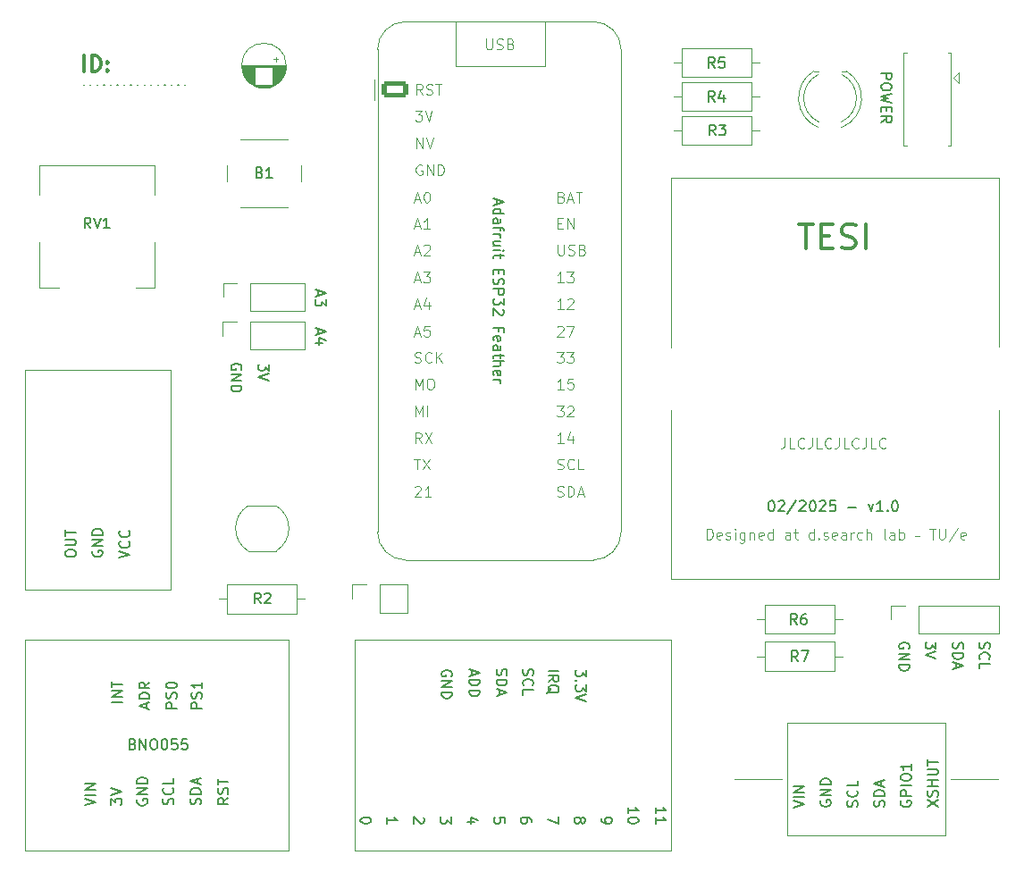
<source format=gto>
G04 #@! TF.GenerationSoftware,KiCad,Pcbnew,8.0.8*
G04 #@! TF.CreationDate,2025-02-15T15:01:55+01:00*
G04 #@! TF.ProjectId,tesi,74657369-2e6b-4696-9361-645f70636258,rev?*
G04 #@! TF.SameCoordinates,Original*
G04 #@! TF.FileFunction,Legend,Top*
G04 #@! TF.FilePolarity,Positive*
%FSLAX46Y46*%
G04 Gerber Fmt 4.6, Leading zero omitted, Abs format (unit mm)*
G04 Created by KiCad (PCBNEW 8.0.8) date 2025-02-15 15:01:55*
%MOMM*%
%LPD*%
G01*
G04 APERTURE LIST*
G04 Aperture macros list*
%AMRoundRect*
0 Rectangle with rounded corners*
0 $1 Rounding radius*
0 $2 $3 $4 $5 $6 $7 $8 $9 X,Y pos of 4 corners*
0 Add a 4 corners polygon primitive as box body*
4,1,4,$2,$3,$4,$5,$6,$7,$8,$9,$2,$3,0*
0 Add four circle primitives for the rounded corners*
1,1,$1+$1,$2,$3*
1,1,$1+$1,$4,$5*
1,1,$1+$1,$6,$7*
1,1,$1+$1,$8,$9*
0 Add four rect primitives between the rounded corners*
20,1,$1+$1,$2,$3,$4,$5,0*
20,1,$1+$1,$4,$5,$6,$7,0*
20,1,$1+$1,$6,$7,$8,$9,0*
20,1,$1+$1,$8,$9,$2,$3,0*%
G04 Aperture macros list end*
%ADD10C,0.152400*%
%ADD11C,0.100000*%
%ADD12C,0.150000*%
%ADD13C,0.300000*%
%ADD14C,0.120000*%
%ADD15C,1.600000*%
%ADD16O,1.600000X1.600000*%
%ADD17RoundRect,0.250000X-1.050000X-0.550000X1.050000X-0.550000X1.050000X0.550000X-1.050000X0.550000X0*%
%ADD18O,2.600000X1.600000*%
%ADD19C,8.000000*%
%ADD20C,3.200000*%
%ADD21R,1.700000X1.700000*%
%ADD22O,1.700000X1.700000*%
%ADD23R,1.200000X1.200000*%
%ADD24C,1.200000*%
%ADD25R,1.800000X1.800000*%
%ADD26C,1.800000*%
%ADD27C,2.000000*%
%ADD28O,3.500000X2.200000*%
%ADD29R,2.500000X1.500000*%
%ADD30O,2.500000X1.500000*%
%ADD31O,4.000000X4.000000*%
G04 APERTURE END LIST*
D10*
X69600000Y-40800000D02*
X69569520Y-40800000D01*
X68959920Y-40800000D02*
X68929440Y-40800000D01*
X68319840Y-40800000D02*
X68289360Y-40800000D01*
X67679760Y-40800000D02*
X67649280Y-40800000D01*
X67039680Y-40800000D02*
X67009200Y-40800000D01*
X66399600Y-40800000D02*
X66369120Y-40800000D01*
X65759520Y-40800000D02*
X65729040Y-40800000D01*
X65119440Y-40800000D02*
X65088960Y-40800000D01*
X64479360Y-40800000D02*
X64448880Y-40800000D01*
X63839280Y-40800000D02*
X63808800Y-40800000D01*
X63199200Y-40800000D02*
X63168720Y-40800000D01*
X62559120Y-40800000D02*
X62528640Y-40800000D01*
X61919040Y-40800000D02*
X61888560Y-40800000D01*
X61278960Y-40800000D02*
X61248480Y-40800000D01*
X60638880Y-40800000D02*
X60608400Y-40800000D01*
X59998800Y-40800000D02*
X59968320Y-40800000D01*
D11*
X146693759Y-87600000D02*
X146693759Y-71600000D01*
X146693759Y-49600000D02*
X146693759Y-65600000D01*
X115620000Y-87600000D02*
X146620000Y-87600000D01*
X115620000Y-49600000D02*
X146620000Y-49600000D01*
X115600000Y-49600000D02*
X115600000Y-65684787D01*
X115600000Y-87600000D02*
X115600000Y-71600000D01*
D12*
X77547348Y-67241541D02*
X77547348Y-67860588D01*
X77547348Y-67860588D02*
X77166396Y-67527255D01*
X77166396Y-67527255D02*
X77166396Y-67670112D01*
X77166396Y-67670112D02*
X77118777Y-67765350D01*
X77118777Y-67765350D02*
X77071158Y-67812969D01*
X77071158Y-67812969D02*
X76975920Y-67860588D01*
X76975920Y-67860588D02*
X76737825Y-67860588D01*
X76737825Y-67860588D02*
X76642587Y-67812969D01*
X76642587Y-67812969D02*
X76594968Y-67765350D01*
X76594968Y-67765350D02*
X76547348Y-67670112D01*
X76547348Y-67670112D02*
X76547348Y-67384398D01*
X76547348Y-67384398D02*
X76594968Y-67289160D01*
X76594968Y-67289160D02*
X76642587Y-67241541D01*
X77547348Y-68146303D02*
X76547348Y-68479636D01*
X76547348Y-68479636D02*
X77547348Y-68812969D01*
X125094747Y-80169819D02*
X125189985Y-80169819D01*
X125189985Y-80169819D02*
X125285223Y-80217438D01*
X125285223Y-80217438D02*
X125332842Y-80265057D01*
X125332842Y-80265057D02*
X125380461Y-80360295D01*
X125380461Y-80360295D02*
X125428080Y-80550771D01*
X125428080Y-80550771D02*
X125428080Y-80788866D01*
X125428080Y-80788866D02*
X125380461Y-80979342D01*
X125380461Y-80979342D02*
X125332842Y-81074580D01*
X125332842Y-81074580D02*
X125285223Y-81122200D01*
X125285223Y-81122200D02*
X125189985Y-81169819D01*
X125189985Y-81169819D02*
X125094747Y-81169819D01*
X125094747Y-81169819D02*
X124999509Y-81122200D01*
X124999509Y-81122200D02*
X124951890Y-81074580D01*
X124951890Y-81074580D02*
X124904271Y-80979342D01*
X124904271Y-80979342D02*
X124856652Y-80788866D01*
X124856652Y-80788866D02*
X124856652Y-80550771D01*
X124856652Y-80550771D02*
X124904271Y-80360295D01*
X124904271Y-80360295D02*
X124951890Y-80265057D01*
X124951890Y-80265057D02*
X124999509Y-80217438D01*
X124999509Y-80217438D02*
X125094747Y-80169819D01*
X125809033Y-80265057D02*
X125856652Y-80217438D01*
X125856652Y-80217438D02*
X125951890Y-80169819D01*
X125951890Y-80169819D02*
X126189985Y-80169819D01*
X126189985Y-80169819D02*
X126285223Y-80217438D01*
X126285223Y-80217438D02*
X126332842Y-80265057D01*
X126332842Y-80265057D02*
X126380461Y-80360295D01*
X126380461Y-80360295D02*
X126380461Y-80455533D01*
X126380461Y-80455533D02*
X126332842Y-80598390D01*
X126332842Y-80598390D02*
X125761414Y-81169819D01*
X125761414Y-81169819D02*
X126380461Y-81169819D01*
X127523318Y-80122200D02*
X126666176Y-81407914D01*
X127809033Y-80265057D02*
X127856652Y-80217438D01*
X127856652Y-80217438D02*
X127951890Y-80169819D01*
X127951890Y-80169819D02*
X128189985Y-80169819D01*
X128189985Y-80169819D02*
X128285223Y-80217438D01*
X128285223Y-80217438D02*
X128332842Y-80265057D01*
X128332842Y-80265057D02*
X128380461Y-80360295D01*
X128380461Y-80360295D02*
X128380461Y-80455533D01*
X128380461Y-80455533D02*
X128332842Y-80598390D01*
X128332842Y-80598390D02*
X127761414Y-81169819D01*
X127761414Y-81169819D02*
X128380461Y-81169819D01*
X128999509Y-80169819D02*
X129094747Y-80169819D01*
X129094747Y-80169819D02*
X129189985Y-80217438D01*
X129189985Y-80217438D02*
X129237604Y-80265057D01*
X129237604Y-80265057D02*
X129285223Y-80360295D01*
X129285223Y-80360295D02*
X129332842Y-80550771D01*
X129332842Y-80550771D02*
X129332842Y-80788866D01*
X129332842Y-80788866D02*
X129285223Y-80979342D01*
X129285223Y-80979342D02*
X129237604Y-81074580D01*
X129237604Y-81074580D02*
X129189985Y-81122200D01*
X129189985Y-81122200D02*
X129094747Y-81169819D01*
X129094747Y-81169819D02*
X128999509Y-81169819D01*
X128999509Y-81169819D02*
X128904271Y-81122200D01*
X128904271Y-81122200D02*
X128856652Y-81074580D01*
X128856652Y-81074580D02*
X128809033Y-80979342D01*
X128809033Y-80979342D02*
X128761414Y-80788866D01*
X128761414Y-80788866D02*
X128761414Y-80550771D01*
X128761414Y-80550771D02*
X128809033Y-80360295D01*
X128809033Y-80360295D02*
X128856652Y-80265057D01*
X128856652Y-80265057D02*
X128904271Y-80217438D01*
X128904271Y-80217438D02*
X128999509Y-80169819D01*
X129713795Y-80265057D02*
X129761414Y-80217438D01*
X129761414Y-80217438D02*
X129856652Y-80169819D01*
X129856652Y-80169819D02*
X130094747Y-80169819D01*
X130094747Y-80169819D02*
X130189985Y-80217438D01*
X130189985Y-80217438D02*
X130237604Y-80265057D01*
X130237604Y-80265057D02*
X130285223Y-80360295D01*
X130285223Y-80360295D02*
X130285223Y-80455533D01*
X130285223Y-80455533D02*
X130237604Y-80598390D01*
X130237604Y-80598390D02*
X129666176Y-81169819D01*
X129666176Y-81169819D02*
X130285223Y-81169819D01*
X131189985Y-80169819D02*
X130713795Y-80169819D01*
X130713795Y-80169819D02*
X130666176Y-80646009D01*
X130666176Y-80646009D02*
X130713795Y-80598390D01*
X130713795Y-80598390D02*
X130809033Y-80550771D01*
X130809033Y-80550771D02*
X131047128Y-80550771D01*
X131047128Y-80550771D02*
X131142366Y-80598390D01*
X131142366Y-80598390D02*
X131189985Y-80646009D01*
X131189985Y-80646009D02*
X131237604Y-80741247D01*
X131237604Y-80741247D02*
X131237604Y-80979342D01*
X131237604Y-80979342D02*
X131189985Y-81074580D01*
X131189985Y-81074580D02*
X131142366Y-81122200D01*
X131142366Y-81122200D02*
X131047128Y-81169819D01*
X131047128Y-81169819D02*
X130809033Y-81169819D01*
X130809033Y-81169819D02*
X130713795Y-81122200D01*
X130713795Y-81122200D02*
X130666176Y-81074580D01*
X132428081Y-80788866D02*
X133189986Y-80788866D01*
X134332843Y-80503152D02*
X134570938Y-81169819D01*
X134570938Y-81169819D02*
X134809033Y-80503152D01*
X135713795Y-81169819D02*
X135142367Y-81169819D01*
X135428081Y-81169819D02*
X135428081Y-80169819D01*
X135428081Y-80169819D02*
X135332843Y-80312676D01*
X135332843Y-80312676D02*
X135237605Y-80407914D01*
X135237605Y-80407914D02*
X135142367Y-80455533D01*
X136142367Y-81074580D02*
X136189986Y-81122200D01*
X136189986Y-81122200D02*
X136142367Y-81169819D01*
X136142367Y-81169819D02*
X136094748Y-81122200D01*
X136094748Y-81122200D02*
X136142367Y-81074580D01*
X136142367Y-81074580D02*
X136142367Y-81169819D01*
X136809033Y-80169819D02*
X136904271Y-80169819D01*
X136904271Y-80169819D02*
X136999509Y-80217438D01*
X136999509Y-80217438D02*
X137047128Y-80265057D01*
X137047128Y-80265057D02*
X137094747Y-80360295D01*
X137094747Y-80360295D02*
X137142366Y-80550771D01*
X137142366Y-80550771D02*
X137142366Y-80788866D01*
X137142366Y-80788866D02*
X137094747Y-80979342D01*
X137094747Y-80979342D02*
X137047128Y-81074580D01*
X137047128Y-81074580D02*
X136999509Y-81122200D01*
X136999509Y-81122200D02*
X136904271Y-81169819D01*
X136904271Y-81169819D02*
X136809033Y-81169819D01*
X136809033Y-81169819D02*
X136713795Y-81122200D01*
X136713795Y-81122200D02*
X136666176Y-81074580D01*
X136666176Y-81074580D02*
X136618557Y-80979342D01*
X136618557Y-80979342D02*
X136570938Y-80788866D01*
X136570938Y-80788866D02*
X136570938Y-80550771D01*
X136570938Y-80550771D02*
X136618557Y-80360295D01*
X136618557Y-80360295D02*
X136666176Y-80265057D01*
X136666176Y-80265057D02*
X136713795Y-80217438D01*
X136713795Y-80217438D02*
X136809033Y-80169819D01*
X74899729Y-67760588D02*
X74947348Y-67665350D01*
X74947348Y-67665350D02*
X74947348Y-67522493D01*
X74947348Y-67522493D02*
X74899729Y-67379636D01*
X74899729Y-67379636D02*
X74804491Y-67284398D01*
X74804491Y-67284398D02*
X74709253Y-67236779D01*
X74709253Y-67236779D02*
X74518777Y-67189160D01*
X74518777Y-67189160D02*
X74375920Y-67189160D01*
X74375920Y-67189160D02*
X74185444Y-67236779D01*
X74185444Y-67236779D02*
X74090206Y-67284398D01*
X74090206Y-67284398D02*
X73994968Y-67379636D01*
X73994968Y-67379636D02*
X73947348Y-67522493D01*
X73947348Y-67522493D02*
X73947348Y-67617731D01*
X73947348Y-67617731D02*
X73994968Y-67760588D01*
X73994968Y-67760588D02*
X74042587Y-67808207D01*
X74042587Y-67808207D02*
X74375920Y-67808207D01*
X74375920Y-67808207D02*
X74375920Y-67617731D01*
X73947348Y-68236779D02*
X74947348Y-68236779D01*
X74947348Y-68236779D02*
X73947348Y-68808207D01*
X73947348Y-68808207D02*
X74947348Y-68808207D01*
X73947348Y-69284398D02*
X74947348Y-69284398D01*
X74947348Y-69284398D02*
X74947348Y-69522493D01*
X74947348Y-69522493D02*
X74899729Y-69665350D01*
X74899729Y-69665350D02*
X74804491Y-69760588D01*
X74804491Y-69760588D02*
X74709253Y-69808207D01*
X74709253Y-69808207D02*
X74518777Y-69855826D01*
X74518777Y-69855826D02*
X74375920Y-69855826D01*
X74375920Y-69855826D02*
X74185444Y-69808207D01*
X74185444Y-69808207D02*
X74090206Y-69760588D01*
X74090206Y-69760588D02*
X73994968Y-69665350D01*
X73994968Y-69665350D02*
X73947348Y-69522493D01*
X73947348Y-69522493D02*
X73947348Y-69284398D01*
X138182561Y-94192309D02*
X138230180Y-94097071D01*
X138230180Y-94097071D02*
X138230180Y-93954214D01*
X138230180Y-93954214D02*
X138182561Y-93811357D01*
X138182561Y-93811357D02*
X138087323Y-93716119D01*
X138087323Y-93716119D02*
X137992085Y-93668500D01*
X137992085Y-93668500D02*
X137801609Y-93620881D01*
X137801609Y-93620881D02*
X137658752Y-93620881D01*
X137658752Y-93620881D02*
X137468276Y-93668500D01*
X137468276Y-93668500D02*
X137373038Y-93716119D01*
X137373038Y-93716119D02*
X137277800Y-93811357D01*
X137277800Y-93811357D02*
X137230180Y-93954214D01*
X137230180Y-93954214D02*
X137230180Y-94049452D01*
X137230180Y-94049452D02*
X137277800Y-94192309D01*
X137277800Y-94192309D02*
X137325419Y-94239928D01*
X137325419Y-94239928D02*
X137658752Y-94239928D01*
X137658752Y-94239928D02*
X137658752Y-94049452D01*
X137230180Y-94668500D02*
X138230180Y-94668500D01*
X138230180Y-94668500D02*
X137230180Y-95239928D01*
X137230180Y-95239928D02*
X138230180Y-95239928D01*
X137230180Y-95716119D02*
X138230180Y-95716119D01*
X138230180Y-95716119D02*
X138230180Y-95954214D01*
X138230180Y-95954214D02*
X138182561Y-96097071D01*
X138182561Y-96097071D02*
X138087323Y-96192309D01*
X138087323Y-96192309D02*
X137992085Y-96239928D01*
X137992085Y-96239928D02*
X137801609Y-96287547D01*
X137801609Y-96287547D02*
X137658752Y-96287547D01*
X137658752Y-96287547D02*
X137468276Y-96239928D01*
X137468276Y-96239928D02*
X137373038Y-96192309D01*
X137373038Y-96192309D02*
X137277800Y-96097071D01*
X137277800Y-96097071D02*
X137230180Y-95954214D01*
X137230180Y-95954214D02*
X137230180Y-95716119D01*
D11*
X119022702Y-83838129D02*
X119022702Y-82838129D01*
X119022702Y-82838129D02*
X119260797Y-82838129D01*
X119260797Y-82838129D02*
X119403654Y-82885748D01*
X119403654Y-82885748D02*
X119498892Y-82980986D01*
X119498892Y-82980986D02*
X119546511Y-83076224D01*
X119546511Y-83076224D02*
X119594130Y-83266700D01*
X119594130Y-83266700D02*
X119594130Y-83409557D01*
X119594130Y-83409557D02*
X119546511Y-83600033D01*
X119546511Y-83600033D02*
X119498892Y-83695271D01*
X119498892Y-83695271D02*
X119403654Y-83790510D01*
X119403654Y-83790510D02*
X119260797Y-83838129D01*
X119260797Y-83838129D02*
X119022702Y-83838129D01*
X120403654Y-83790510D02*
X120308416Y-83838129D01*
X120308416Y-83838129D02*
X120117940Y-83838129D01*
X120117940Y-83838129D02*
X120022702Y-83790510D01*
X120022702Y-83790510D02*
X119975083Y-83695271D01*
X119975083Y-83695271D02*
X119975083Y-83314319D01*
X119975083Y-83314319D02*
X120022702Y-83219081D01*
X120022702Y-83219081D02*
X120117940Y-83171462D01*
X120117940Y-83171462D02*
X120308416Y-83171462D01*
X120308416Y-83171462D02*
X120403654Y-83219081D01*
X120403654Y-83219081D02*
X120451273Y-83314319D01*
X120451273Y-83314319D02*
X120451273Y-83409557D01*
X120451273Y-83409557D02*
X119975083Y-83504795D01*
X120832226Y-83790510D02*
X120927464Y-83838129D01*
X120927464Y-83838129D02*
X121117940Y-83838129D01*
X121117940Y-83838129D02*
X121213178Y-83790510D01*
X121213178Y-83790510D02*
X121260797Y-83695271D01*
X121260797Y-83695271D02*
X121260797Y-83647652D01*
X121260797Y-83647652D02*
X121213178Y-83552414D01*
X121213178Y-83552414D02*
X121117940Y-83504795D01*
X121117940Y-83504795D02*
X120975083Y-83504795D01*
X120975083Y-83504795D02*
X120879845Y-83457176D01*
X120879845Y-83457176D02*
X120832226Y-83361938D01*
X120832226Y-83361938D02*
X120832226Y-83314319D01*
X120832226Y-83314319D02*
X120879845Y-83219081D01*
X120879845Y-83219081D02*
X120975083Y-83171462D01*
X120975083Y-83171462D02*
X121117940Y-83171462D01*
X121117940Y-83171462D02*
X121213178Y-83219081D01*
X121689369Y-83838129D02*
X121689369Y-83171462D01*
X121689369Y-82838129D02*
X121641750Y-82885748D01*
X121641750Y-82885748D02*
X121689369Y-82933367D01*
X121689369Y-82933367D02*
X121736988Y-82885748D01*
X121736988Y-82885748D02*
X121689369Y-82838129D01*
X121689369Y-82838129D02*
X121689369Y-82933367D01*
X122594130Y-83171462D02*
X122594130Y-83980986D01*
X122594130Y-83980986D02*
X122546511Y-84076224D01*
X122546511Y-84076224D02*
X122498892Y-84123843D01*
X122498892Y-84123843D02*
X122403654Y-84171462D01*
X122403654Y-84171462D02*
X122260797Y-84171462D01*
X122260797Y-84171462D02*
X122165559Y-84123843D01*
X122594130Y-83790510D02*
X122498892Y-83838129D01*
X122498892Y-83838129D02*
X122308416Y-83838129D01*
X122308416Y-83838129D02*
X122213178Y-83790510D01*
X122213178Y-83790510D02*
X122165559Y-83742890D01*
X122165559Y-83742890D02*
X122117940Y-83647652D01*
X122117940Y-83647652D02*
X122117940Y-83361938D01*
X122117940Y-83361938D02*
X122165559Y-83266700D01*
X122165559Y-83266700D02*
X122213178Y-83219081D01*
X122213178Y-83219081D02*
X122308416Y-83171462D01*
X122308416Y-83171462D02*
X122498892Y-83171462D01*
X122498892Y-83171462D02*
X122594130Y-83219081D01*
X123070321Y-83171462D02*
X123070321Y-83838129D01*
X123070321Y-83266700D02*
X123117940Y-83219081D01*
X123117940Y-83219081D02*
X123213178Y-83171462D01*
X123213178Y-83171462D02*
X123356035Y-83171462D01*
X123356035Y-83171462D02*
X123451273Y-83219081D01*
X123451273Y-83219081D02*
X123498892Y-83314319D01*
X123498892Y-83314319D02*
X123498892Y-83838129D01*
X124356035Y-83790510D02*
X124260797Y-83838129D01*
X124260797Y-83838129D02*
X124070321Y-83838129D01*
X124070321Y-83838129D02*
X123975083Y-83790510D01*
X123975083Y-83790510D02*
X123927464Y-83695271D01*
X123927464Y-83695271D02*
X123927464Y-83314319D01*
X123927464Y-83314319D02*
X123975083Y-83219081D01*
X123975083Y-83219081D02*
X124070321Y-83171462D01*
X124070321Y-83171462D02*
X124260797Y-83171462D01*
X124260797Y-83171462D02*
X124356035Y-83219081D01*
X124356035Y-83219081D02*
X124403654Y-83314319D01*
X124403654Y-83314319D02*
X124403654Y-83409557D01*
X124403654Y-83409557D02*
X123927464Y-83504795D01*
X125260797Y-83838129D02*
X125260797Y-82838129D01*
X125260797Y-83790510D02*
X125165559Y-83838129D01*
X125165559Y-83838129D02*
X124975083Y-83838129D01*
X124975083Y-83838129D02*
X124879845Y-83790510D01*
X124879845Y-83790510D02*
X124832226Y-83742890D01*
X124832226Y-83742890D02*
X124784607Y-83647652D01*
X124784607Y-83647652D02*
X124784607Y-83361938D01*
X124784607Y-83361938D02*
X124832226Y-83266700D01*
X124832226Y-83266700D02*
X124879845Y-83219081D01*
X124879845Y-83219081D02*
X124975083Y-83171462D01*
X124975083Y-83171462D02*
X125165559Y-83171462D01*
X125165559Y-83171462D02*
X125260797Y-83219081D01*
X126927464Y-83838129D02*
X126927464Y-83314319D01*
X126927464Y-83314319D02*
X126879845Y-83219081D01*
X126879845Y-83219081D02*
X126784607Y-83171462D01*
X126784607Y-83171462D02*
X126594131Y-83171462D01*
X126594131Y-83171462D02*
X126498893Y-83219081D01*
X126927464Y-83790510D02*
X126832226Y-83838129D01*
X126832226Y-83838129D02*
X126594131Y-83838129D01*
X126594131Y-83838129D02*
X126498893Y-83790510D01*
X126498893Y-83790510D02*
X126451274Y-83695271D01*
X126451274Y-83695271D02*
X126451274Y-83600033D01*
X126451274Y-83600033D02*
X126498893Y-83504795D01*
X126498893Y-83504795D02*
X126594131Y-83457176D01*
X126594131Y-83457176D02*
X126832226Y-83457176D01*
X126832226Y-83457176D02*
X126927464Y-83409557D01*
X127260798Y-83171462D02*
X127641750Y-83171462D01*
X127403655Y-82838129D02*
X127403655Y-83695271D01*
X127403655Y-83695271D02*
X127451274Y-83790510D01*
X127451274Y-83790510D02*
X127546512Y-83838129D01*
X127546512Y-83838129D02*
X127641750Y-83838129D01*
X129165560Y-83838129D02*
X129165560Y-82838129D01*
X129165560Y-83790510D02*
X129070322Y-83838129D01*
X129070322Y-83838129D02*
X128879846Y-83838129D01*
X128879846Y-83838129D02*
X128784608Y-83790510D01*
X128784608Y-83790510D02*
X128736989Y-83742890D01*
X128736989Y-83742890D02*
X128689370Y-83647652D01*
X128689370Y-83647652D02*
X128689370Y-83361938D01*
X128689370Y-83361938D02*
X128736989Y-83266700D01*
X128736989Y-83266700D02*
X128784608Y-83219081D01*
X128784608Y-83219081D02*
X128879846Y-83171462D01*
X128879846Y-83171462D02*
X129070322Y-83171462D01*
X129070322Y-83171462D02*
X129165560Y-83219081D01*
X129641751Y-83742890D02*
X129689370Y-83790510D01*
X129689370Y-83790510D02*
X129641751Y-83838129D01*
X129641751Y-83838129D02*
X129594132Y-83790510D01*
X129594132Y-83790510D02*
X129641751Y-83742890D01*
X129641751Y-83742890D02*
X129641751Y-83838129D01*
X130070322Y-83790510D02*
X130165560Y-83838129D01*
X130165560Y-83838129D02*
X130356036Y-83838129D01*
X130356036Y-83838129D02*
X130451274Y-83790510D01*
X130451274Y-83790510D02*
X130498893Y-83695271D01*
X130498893Y-83695271D02*
X130498893Y-83647652D01*
X130498893Y-83647652D02*
X130451274Y-83552414D01*
X130451274Y-83552414D02*
X130356036Y-83504795D01*
X130356036Y-83504795D02*
X130213179Y-83504795D01*
X130213179Y-83504795D02*
X130117941Y-83457176D01*
X130117941Y-83457176D02*
X130070322Y-83361938D01*
X130070322Y-83361938D02*
X130070322Y-83314319D01*
X130070322Y-83314319D02*
X130117941Y-83219081D01*
X130117941Y-83219081D02*
X130213179Y-83171462D01*
X130213179Y-83171462D02*
X130356036Y-83171462D01*
X130356036Y-83171462D02*
X130451274Y-83219081D01*
X131308417Y-83790510D02*
X131213179Y-83838129D01*
X131213179Y-83838129D02*
X131022703Y-83838129D01*
X131022703Y-83838129D02*
X130927465Y-83790510D01*
X130927465Y-83790510D02*
X130879846Y-83695271D01*
X130879846Y-83695271D02*
X130879846Y-83314319D01*
X130879846Y-83314319D02*
X130927465Y-83219081D01*
X130927465Y-83219081D02*
X131022703Y-83171462D01*
X131022703Y-83171462D02*
X131213179Y-83171462D01*
X131213179Y-83171462D02*
X131308417Y-83219081D01*
X131308417Y-83219081D02*
X131356036Y-83314319D01*
X131356036Y-83314319D02*
X131356036Y-83409557D01*
X131356036Y-83409557D02*
X130879846Y-83504795D01*
X132213179Y-83838129D02*
X132213179Y-83314319D01*
X132213179Y-83314319D02*
X132165560Y-83219081D01*
X132165560Y-83219081D02*
X132070322Y-83171462D01*
X132070322Y-83171462D02*
X131879846Y-83171462D01*
X131879846Y-83171462D02*
X131784608Y-83219081D01*
X132213179Y-83790510D02*
X132117941Y-83838129D01*
X132117941Y-83838129D02*
X131879846Y-83838129D01*
X131879846Y-83838129D02*
X131784608Y-83790510D01*
X131784608Y-83790510D02*
X131736989Y-83695271D01*
X131736989Y-83695271D02*
X131736989Y-83600033D01*
X131736989Y-83600033D02*
X131784608Y-83504795D01*
X131784608Y-83504795D02*
X131879846Y-83457176D01*
X131879846Y-83457176D02*
X132117941Y-83457176D01*
X132117941Y-83457176D02*
X132213179Y-83409557D01*
X132689370Y-83838129D02*
X132689370Y-83171462D01*
X132689370Y-83361938D02*
X132736989Y-83266700D01*
X132736989Y-83266700D02*
X132784608Y-83219081D01*
X132784608Y-83219081D02*
X132879846Y-83171462D01*
X132879846Y-83171462D02*
X132975084Y-83171462D01*
X133736989Y-83790510D02*
X133641751Y-83838129D01*
X133641751Y-83838129D02*
X133451275Y-83838129D01*
X133451275Y-83838129D02*
X133356037Y-83790510D01*
X133356037Y-83790510D02*
X133308418Y-83742890D01*
X133308418Y-83742890D02*
X133260799Y-83647652D01*
X133260799Y-83647652D02*
X133260799Y-83361938D01*
X133260799Y-83361938D02*
X133308418Y-83266700D01*
X133308418Y-83266700D02*
X133356037Y-83219081D01*
X133356037Y-83219081D02*
X133451275Y-83171462D01*
X133451275Y-83171462D02*
X133641751Y-83171462D01*
X133641751Y-83171462D02*
X133736989Y-83219081D01*
X134165561Y-83838129D02*
X134165561Y-82838129D01*
X134594132Y-83838129D02*
X134594132Y-83314319D01*
X134594132Y-83314319D02*
X134546513Y-83219081D01*
X134546513Y-83219081D02*
X134451275Y-83171462D01*
X134451275Y-83171462D02*
X134308418Y-83171462D01*
X134308418Y-83171462D02*
X134213180Y-83219081D01*
X134213180Y-83219081D02*
X134165561Y-83266700D01*
X135975085Y-83838129D02*
X135879847Y-83790510D01*
X135879847Y-83790510D02*
X135832228Y-83695271D01*
X135832228Y-83695271D02*
X135832228Y-82838129D01*
X136784609Y-83838129D02*
X136784609Y-83314319D01*
X136784609Y-83314319D02*
X136736990Y-83219081D01*
X136736990Y-83219081D02*
X136641752Y-83171462D01*
X136641752Y-83171462D02*
X136451276Y-83171462D01*
X136451276Y-83171462D02*
X136356038Y-83219081D01*
X136784609Y-83790510D02*
X136689371Y-83838129D01*
X136689371Y-83838129D02*
X136451276Y-83838129D01*
X136451276Y-83838129D02*
X136356038Y-83790510D01*
X136356038Y-83790510D02*
X136308419Y-83695271D01*
X136308419Y-83695271D02*
X136308419Y-83600033D01*
X136308419Y-83600033D02*
X136356038Y-83504795D01*
X136356038Y-83504795D02*
X136451276Y-83457176D01*
X136451276Y-83457176D02*
X136689371Y-83457176D01*
X136689371Y-83457176D02*
X136784609Y-83409557D01*
X137260800Y-83838129D02*
X137260800Y-82838129D01*
X137260800Y-83219081D02*
X137356038Y-83171462D01*
X137356038Y-83171462D02*
X137546514Y-83171462D01*
X137546514Y-83171462D02*
X137641752Y-83219081D01*
X137641752Y-83219081D02*
X137689371Y-83266700D01*
X137689371Y-83266700D02*
X137736990Y-83361938D01*
X137736990Y-83361938D02*
X137736990Y-83647652D01*
X137736990Y-83647652D02*
X137689371Y-83742890D01*
X137689371Y-83742890D02*
X137641752Y-83790510D01*
X137641752Y-83790510D02*
X137546514Y-83838129D01*
X137546514Y-83838129D02*
X137356038Y-83838129D01*
X137356038Y-83838129D02*
X137260800Y-83790510D01*
X139165562Y-83504795D02*
X138784610Y-83504795D01*
X140117944Y-82838129D02*
X140689372Y-82838129D01*
X140403658Y-83838129D02*
X140403658Y-82838129D01*
X141022706Y-82838129D02*
X141022706Y-83647652D01*
X141022706Y-83647652D02*
X141070325Y-83742890D01*
X141070325Y-83742890D02*
X141117944Y-83790510D01*
X141117944Y-83790510D02*
X141213182Y-83838129D01*
X141213182Y-83838129D02*
X141403658Y-83838129D01*
X141403658Y-83838129D02*
X141498896Y-83790510D01*
X141498896Y-83790510D02*
X141546515Y-83742890D01*
X141546515Y-83742890D02*
X141594134Y-83647652D01*
X141594134Y-83647652D02*
X141594134Y-82838129D01*
X142784610Y-82790510D02*
X141927468Y-84076224D01*
X143498896Y-83790510D02*
X143403658Y-83838129D01*
X143403658Y-83838129D02*
X143213182Y-83838129D01*
X143213182Y-83838129D02*
X143117944Y-83790510D01*
X143117944Y-83790510D02*
X143070325Y-83695271D01*
X143070325Y-83695271D02*
X143070325Y-83314319D01*
X143070325Y-83314319D02*
X143117944Y-83219081D01*
X143117944Y-83219081D02*
X143213182Y-83171462D01*
X143213182Y-83171462D02*
X143403658Y-83171462D01*
X143403658Y-83171462D02*
X143498896Y-83219081D01*
X143498896Y-83219081D02*
X143546515Y-83314319D01*
X143546515Y-83314319D02*
X143546515Y-83409557D01*
X143546515Y-83409557D02*
X143070325Y-83504795D01*
D12*
X135525718Y-39676779D02*
X136525718Y-39676779D01*
X136525718Y-39676779D02*
X136525718Y-40057731D01*
X136525718Y-40057731D02*
X136478099Y-40152969D01*
X136478099Y-40152969D02*
X136430480Y-40200588D01*
X136430480Y-40200588D02*
X136335242Y-40248207D01*
X136335242Y-40248207D02*
X136192385Y-40248207D01*
X136192385Y-40248207D02*
X136097147Y-40200588D01*
X136097147Y-40200588D02*
X136049528Y-40152969D01*
X136049528Y-40152969D02*
X136001909Y-40057731D01*
X136001909Y-40057731D02*
X136001909Y-39676779D01*
X136525718Y-40867255D02*
X136525718Y-41057731D01*
X136525718Y-41057731D02*
X136478099Y-41152969D01*
X136478099Y-41152969D02*
X136382861Y-41248207D01*
X136382861Y-41248207D02*
X136192385Y-41295826D01*
X136192385Y-41295826D02*
X135859052Y-41295826D01*
X135859052Y-41295826D02*
X135668576Y-41248207D01*
X135668576Y-41248207D02*
X135573338Y-41152969D01*
X135573338Y-41152969D02*
X135525718Y-41057731D01*
X135525718Y-41057731D02*
X135525718Y-40867255D01*
X135525718Y-40867255D02*
X135573338Y-40772017D01*
X135573338Y-40772017D02*
X135668576Y-40676779D01*
X135668576Y-40676779D02*
X135859052Y-40629160D01*
X135859052Y-40629160D02*
X136192385Y-40629160D01*
X136192385Y-40629160D02*
X136382861Y-40676779D01*
X136382861Y-40676779D02*
X136478099Y-40772017D01*
X136478099Y-40772017D02*
X136525718Y-40867255D01*
X136525718Y-41629160D02*
X135525718Y-41867255D01*
X135525718Y-41867255D02*
X136240004Y-42057731D01*
X136240004Y-42057731D02*
X135525718Y-42248207D01*
X135525718Y-42248207D02*
X136525718Y-42486303D01*
X136049528Y-42867255D02*
X136049528Y-43200588D01*
X135525718Y-43343445D02*
X135525718Y-42867255D01*
X135525718Y-42867255D02*
X136525718Y-42867255D01*
X136525718Y-42867255D02*
X136525718Y-43343445D01*
X135525718Y-44343445D02*
X136001909Y-44010112D01*
X135525718Y-43772017D02*
X136525718Y-43772017D01*
X136525718Y-43772017D02*
X136525718Y-44152969D01*
X136525718Y-44152969D02*
X136478099Y-44248207D01*
X136478099Y-44248207D02*
X136430480Y-44295826D01*
X136430480Y-44295826D02*
X136335242Y-44343445D01*
X136335242Y-44343445D02*
X136192385Y-44343445D01*
X136192385Y-44343445D02*
X136097147Y-44295826D01*
X136097147Y-44295826D02*
X136049528Y-44248207D01*
X136049528Y-44248207D02*
X136001909Y-44152969D01*
X136001909Y-44152969D02*
X136001909Y-43772017D01*
X142377800Y-93620881D02*
X142330180Y-93763738D01*
X142330180Y-93763738D02*
X142330180Y-94001833D01*
X142330180Y-94001833D02*
X142377800Y-94097071D01*
X142377800Y-94097071D02*
X142425419Y-94144690D01*
X142425419Y-94144690D02*
X142520657Y-94192309D01*
X142520657Y-94192309D02*
X142615895Y-94192309D01*
X142615895Y-94192309D02*
X142711133Y-94144690D01*
X142711133Y-94144690D02*
X142758752Y-94097071D01*
X142758752Y-94097071D02*
X142806371Y-94001833D01*
X142806371Y-94001833D02*
X142853990Y-93811357D01*
X142853990Y-93811357D02*
X142901609Y-93716119D01*
X142901609Y-93716119D02*
X142949228Y-93668500D01*
X142949228Y-93668500D02*
X143044466Y-93620881D01*
X143044466Y-93620881D02*
X143139704Y-93620881D01*
X143139704Y-93620881D02*
X143234942Y-93668500D01*
X143234942Y-93668500D02*
X143282561Y-93716119D01*
X143282561Y-93716119D02*
X143330180Y-93811357D01*
X143330180Y-93811357D02*
X143330180Y-94049452D01*
X143330180Y-94049452D02*
X143282561Y-94192309D01*
X142330180Y-94620881D02*
X143330180Y-94620881D01*
X143330180Y-94620881D02*
X143330180Y-94858976D01*
X143330180Y-94858976D02*
X143282561Y-95001833D01*
X143282561Y-95001833D02*
X143187323Y-95097071D01*
X143187323Y-95097071D02*
X143092085Y-95144690D01*
X143092085Y-95144690D02*
X142901609Y-95192309D01*
X142901609Y-95192309D02*
X142758752Y-95192309D01*
X142758752Y-95192309D02*
X142568276Y-95144690D01*
X142568276Y-95144690D02*
X142473038Y-95097071D01*
X142473038Y-95097071D02*
X142377800Y-95001833D01*
X142377800Y-95001833D02*
X142330180Y-94858976D01*
X142330180Y-94858976D02*
X142330180Y-94620881D01*
X142615895Y-95573262D02*
X142615895Y-96049452D01*
X142330180Y-95478024D02*
X143330180Y-95811357D01*
X143330180Y-95811357D02*
X142330180Y-96144690D01*
X144877800Y-93620881D02*
X144830180Y-93763738D01*
X144830180Y-93763738D02*
X144830180Y-94001833D01*
X144830180Y-94001833D02*
X144877800Y-94097071D01*
X144877800Y-94097071D02*
X144925419Y-94144690D01*
X144925419Y-94144690D02*
X145020657Y-94192309D01*
X145020657Y-94192309D02*
X145115895Y-94192309D01*
X145115895Y-94192309D02*
X145211133Y-94144690D01*
X145211133Y-94144690D02*
X145258752Y-94097071D01*
X145258752Y-94097071D02*
X145306371Y-94001833D01*
X145306371Y-94001833D02*
X145353990Y-93811357D01*
X145353990Y-93811357D02*
X145401609Y-93716119D01*
X145401609Y-93716119D02*
X145449228Y-93668500D01*
X145449228Y-93668500D02*
X145544466Y-93620881D01*
X145544466Y-93620881D02*
X145639704Y-93620881D01*
X145639704Y-93620881D02*
X145734942Y-93668500D01*
X145734942Y-93668500D02*
X145782561Y-93716119D01*
X145782561Y-93716119D02*
X145830180Y-93811357D01*
X145830180Y-93811357D02*
X145830180Y-94049452D01*
X145830180Y-94049452D02*
X145782561Y-94192309D01*
X144925419Y-95192309D02*
X144877800Y-95144690D01*
X144877800Y-95144690D02*
X144830180Y-95001833D01*
X144830180Y-95001833D02*
X144830180Y-94906595D01*
X144830180Y-94906595D02*
X144877800Y-94763738D01*
X144877800Y-94763738D02*
X144973038Y-94668500D01*
X144973038Y-94668500D02*
X145068276Y-94620881D01*
X145068276Y-94620881D02*
X145258752Y-94573262D01*
X145258752Y-94573262D02*
X145401609Y-94573262D01*
X145401609Y-94573262D02*
X145592085Y-94620881D01*
X145592085Y-94620881D02*
X145687323Y-94668500D01*
X145687323Y-94668500D02*
X145782561Y-94763738D01*
X145782561Y-94763738D02*
X145830180Y-94906595D01*
X145830180Y-94906595D02*
X145830180Y-95001833D01*
X145830180Y-95001833D02*
X145782561Y-95144690D01*
X145782561Y-95144690D02*
X145734942Y-95192309D01*
X144830180Y-96097071D02*
X144830180Y-95620881D01*
X144830180Y-95620881D02*
X145830180Y-95620881D01*
D11*
X126397249Y-74232419D02*
X126397249Y-74946704D01*
X126397249Y-74946704D02*
X126349630Y-75089561D01*
X126349630Y-75089561D02*
X126254392Y-75184800D01*
X126254392Y-75184800D02*
X126111535Y-75232419D01*
X126111535Y-75232419D02*
X126016297Y-75232419D01*
X127349630Y-75232419D02*
X126873440Y-75232419D01*
X126873440Y-75232419D02*
X126873440Y-74232419D01*
X128254392Y-75137180D02*
X128206773Y-75184800D01*
X128206773Y-75184800D02*
X128063916Y-75232419D01*
X128063916Y-75232419D02*
X127968678Y-75232419D01*
X127968678Y-75232419D02*
X127825821Y-75184800D01*
X127825821Y-75184800D02*
X127730583Y-75089561D01*
X127730583Y-75089561D02*
X127682964Y-74994323D01*
X127682964Y-74994323D02*
X127635345Y-74803847D01*
X127635345Y-74803847D02*
X127635345Y-74660990D01*
X127635345Y-74660990D02*
X127682964Y-74470514D01*
X127682964Y-74470514D02*
X127730583Y-74375276D01*
X127730583Y-74375276D02*
X127825821Y-74280038D01*
X127825821Y-74280038D02*
X127968678Y-74232419D01*
X127968678Y-74232419D02*
X128063916Y-74232419D01*
X128063916Y-74232419D02*
X128206773Y-74280038D01*
X128206773Y-74280038D02*
X128254392Y-74327657D01*
X128968678Y-74232419D02*
X128968678Y-74946704D01*
X128968678Y-74946704D02*
X128921059Y-75089561D01*
X128921059Y-75089561D02*
X128825821Y-75184800D01*
X128825821Y-75184800D02*
X128682964Y-75232419D01*
X128682964Y-75232419D02*
X128587726Y-75232419D01*
X129921059Y-75232419D02*
X129444869Y-75232419D01*
X129444869Y-75232419D02*
X129444869Y-74232419D01*
X130825821Y-75137180D02*
X130778202Y-75184800D01*
X130778202Y-75184800D02*
X130635345Y-75232419D01*
X130635345Y-75232419D02*
X130540107Y-75232419D01*
X130540107Y-75232419D02*
X130397250Y-75184800D01*
X130397250Y-75184800D02*
X130302012Y-75089561D01*
X130302012Y-75089561D02*
X130254393Y-74994323D01*
X130254393Y-74994323D02*
X130206774Y-74803847D01*
X130206774Y-74803847D02*
X130206774Y-74660990D01*
X130206774Y-74660990D02*
X130254393Y-74470514D01*
X130254393Y-74470514D02*
X130302012Y-74375276D01*
X130302012Y-74375276D02*
X130397250Y-74280038D01*
X130397250Y-74280038D02*
X130540107Y-74232419D01*
X130540107Y-74232419D02*
X130635345Y-74232419D01*
X130635345Y-74232419D02*
X130778202Y-74280038D01*
X130778202Y-74280038D02*
X130825821Y-74327657D01*
X131540107Y-74232419D02*
X131540107Y-74946704D01*
X131540107Y-74946704D02*
X131492488Y-75089561D01*
X131492488Y-75089561D02*
X131397250Y-75184800D01*
X131397250Y-75184800D02*
X131254393Y-75232419D01*
X131254393Y-75232419D02*
X131159155Y-75232419D01*
X132492488Y-75232419D02*
X132016298Y-75232419D01*
X132016298Y-75232419D02*
X132016298Y-74232419D01*
X133397250Y-75137180D02*
X133349631Y-75184800D01*
X133349631Y-75184800D02*
X133206774Y-75232419D01*
X133206774Y-75232419D02*
X133111536Y-75232419D01*
X133111536Y-75232419D02*
X132968679Y-75184800D01*
X132968679Y-75184800D02*
X132873441Y-75089561D01*
X132873441Y-75089561D02*
X132825822Y-74994323D01*
X132825822Y-74994323D02*
X132778203Y-74803847D01*
X132778203Y-74803847D02*
X132778203Y-74660990D01*
X132778203Y-74660990D02*
X132825822Y-74470514D01*
X132825822Y-74470514D02*
X132873441Y-74375276D01*
X132873441Y-74375276D02*
X132968679Y-74280038D01*
X132968679Y-74280038D02*
X133111536Y-74232419D01*
X133111536Y-74232419D02*
X133206774Y-74232419D01*
X133206774Y-74232419D02*
X133349631Y-74280038D01*
X133349631Y-74280038D02*
X133397250Y-74327657D01*
X134111536Y-74232419D02*
X134111536Y-74946704D01*
X134111536Y-74946704D02*
X134063917Y-75089561D01*
X134063917Y-75089561D02*
X133968679Y-75184800D01*
X133968679Y-75184800D02*
X133825822Y-75232419D01*
X133825822Y-75232419D02*
X133730584Y-75232419D01*
X135063917Y-75232419D02*
X134587727Y-75232419D01*
X134587727Y-75232419D02*
X134587727Y-74232419D01*
X135968679Y-75137180D02*
X135921060Y-75184800D01*
X135921060Y-75184800D02*
X135778203Y-75232419D01*
X135778203Y-75232419D02*
X135682965Y-75232419D01*
X135682965Y-75232419D02*
X135540108Y-75184800D01*
X135540108Y-75184800D02*
X135444870Y-75089561D01*
X135444870Y-75089561D02*
X135397251Y-74994323D01*
X135397251Y-74994323D02*
X135349632Y-74803847D01*
X135349632Y-74803847D02*
X135349632Y-74660990D01*
X135349632Y-74660990D02*
X135397251Y-74470514D01*
X135397251Y-74470514D02*
X135444870Y-74375276D01*
X135444870Y-74375276D02*
X135540108Y-74280038D01*
X135540108Y-74280038D02*
X135682965Y-74232419D01*
X135682965Y-74232419D02*
X135778203Y-74232419D01*
X135778203Y-74232419D02*
X135921060Y-74280038D01*
X135921060Y-74280038D02*
X135968679Y-74327657D01*
D13*
X127756892Y-54000325D02*
X129071178Y-54000325D01*
X128414035Y-56300325D02*
X128414035Y-54000325D01*
X129837845Y-55095563D02*
X130604511Y-55095563D01*
X130933083Y-56300325D02*
X129837845Y-56300325D01*
X129837845Y-56300325D02*
X129837845Y-54000325D01*
X129837845Y-54000325D02*
X130933083Y-54000325D01*
X131809273Y-56190802D02*
X132137844Y-56300325D01*
X132137844Y-56300325D02*
X132685463Y-56300325D01*
X132685463Y-56300325D02*
X132904511Y-56190802D01*
X132904511Y-56190802D02*
X133014035Y-56081278D01*
X133014035Y-56081278D02*
X133123558Y-55862230D01*
X133123558Y-55862230D02*
X133123558Y-55643182D01*
X133123558Y-55643182D02*
X133014035Y-55424135D01*
X133014035Y-55424135D02*
X132904511Y-55314611D01*
X132904511Y-55314611D02*
X132685463Y-55205087D01*
X132685463Y-55205087D02*
X132247368Y-55095563D01*
X132247368Y-55095563D02*
X132028320Y-54986040D01*
X132028320Y-54986040D02*
X131918797Y-54876516D01*
X131918797Y-54876516D02*
X131809273Y-54657468D01*
X131809273Y-54657468D02*
X131809273Y-54438421D01*
X131809273Y-54438421D02*
X131918797Y-54219373D01*
X131918797Y-54219373D02*
X132028320Y-54109849D01*
X132028320Y-54109849D02*
X132247368Y-54000325D01*
X132247368Y-54000325D02*
X132794987Y-54000325D01*
X132794987Y-54000325D02*
X133123558Y-54109849D01*
X134109273Y-56300325D02*
X134109273Y-54000325D01*
D12*
X99087154Y-51647626D02*
X99087154Y-52123816D01*
X98801439Y-51552388D02*
X99801439Y-51885721D01*
X99801439Y-51885721D02*
X98801439Y-52219054D01*
X98801439Y-52980959D02*
X99801439Y-52980959D01*
X98849059Y-52980959D02*
X98801439Y-52885721D01*
X98801439Y-52885721D02*
X98801439Y-52695245D01*
X98801439Y-52695245D02*
X98849059Y-52600007D01*
X98849059Y-52600007D02*
X98896678Y-52552388D01*
X98896678Y-52552388D02*
X98991916Y-52504769D01*
X98991916Y-52504769D02*
X99277630Y-52504769D01*
X99277630Y-52504769D02*
X99372868Y-52552388D01*
X99372868Y-52552388D02*
X99420487Y-52600007D01*
X99420487Y-52600007D02*
X99468106Y-52695245D01*
X99468106Y-52695245D02*
X99468106Y-52885721D01*
X99468106Y-52885721D02*
X99420487Y-52980959D01*
X98801439Y-53885721D02*
X99325249Y-53885721D01*
X99325249Y-53885721D02*
X99420487Y-53838102D01*
X99420487Y-53838102D02*
X99468106Y-53742864D01*
X99468106Y-53742864D02*
X99468106Y-53552388D01*
X99468106Y-53552388D02*
X99420487Y-53457150D01*
X98849059Y-53885721D02*
X98801439Y-53790483D01*
X98801439Y-53790483D02*
X98801439Y-53552388D01*
X98801439Y-53552388D02*
X98849059Y-53457150D01*
X98849059Y-53457150D02*
X98944297Y-53409531D01*
X98944297Y-53409531D02*
X99039535Y-53409531D01*
X99039535Y-53409531D02*
X99134773Y-53457150D01*
X99134773Y-53457150D02*
X99182392Y-53552388D01*
X99182392Y-53552388D02*
X99182392Y-53790483D01*
X99182392Y-53790483D02*
X99230011Y-53885721D01*
X99468106Y-54219055D02*
X99468106Y-54600007D01*
X98801439Y-54361912D02*
X99658582Y-54361912D01*
X99658582Y-54361912D02*
X99753820Y-54409531D01*
X99753820Y-54409531D02*
X99801439Y-54504769D01*
X99801439Y-54504769D02*
X99801439Y-54600007D01*
X98801439Y-54933341D02*
X99468106Y-54933341D01*
X99277630Y-54933341D02*
X99372868Y-54980960D01*
X99372868Y-54980960D02*
X99420487Y-55028579D01*
X99420487Y-55028579D02*
X99468106Y-55123817D01*
X99468106Y-55123817D02*
X99468106Y-55219055D01*
X99468106Y-55980960D02*
X98801439Y-55980960D01*
X99468106Y-55552389D02*
X98944297Y-55552389D01*
X98944297Y-55552389D02*
X98849059Y-55600008D01*
X98849059Y-55600008D02*
X98801439Y-55695246D01*
X98801439Y-55695246D02*
X98801439Y-55838103D01*
X98801439Y-55838103D02*
X98849059Y-55933341D01*
X98849059Y-55933341D02*
X98896678Y-55980960D01*
X98801439Y-56457151D02*
X99468106Y-56457151D01*
X99801439Y-56457151D02*
X99753820Y-56409532D01*
X99753820Y-56409532D02*
X99706201Y-56457151D01*
X99706201Y-56457151D02*
X99753820Y-56504770D01*
X99753820Y-56504770D02*
X99801439Y-56457151D01*
X99801439Y-56457151D02*
X99706201Y-56457151D01*
X99468106Y-56790484D02*
X99468106Y-57171436D01*
X99801439Y-56933341D02*
X98944297Y-56933341D01*
X98944297Y-56933341D02*
X98849059Y-56980960D01*
X98849059Y-56980960D02*
X98801439Y-57076198D01*
X98801439Y-57076198D02*
X98801439Y-57171436D01*
X99325249Y-58266675D02*
X99325249Y-58600008D01*
X98801439Y-58742865D02*
X98801439Y-58266675D01*
X98801439Y-58266675D02*
X99801439Y-58266675D01*
X99801439Y-58266675D02*
X99801439Y-58742865D01*
X98849059Y-59123818D02*
X98801439Y-59266675D01*
X98801439Y-59266675D02*
X98801439Y-59504770D01*
X98801439Y-59504770D02*
X98849059Y-59600008D01*
X98849059Y-59600008D02*
X98896678Y-59647627D01*
X98896678Y-59647627D02*
X98991916Y-59695246D01*
X98991916Y-59695246D02*
X99087154Y-59695246D01*
X99087154Y-59695246D02*
X99182392Y-59647627D01*
X99182392Y-59647627D02*
X99230011Y-59600008D01*
X99230011Y-59600008D02*
X99277630Y-59504770D01*
X99277630Y-59504770D02*
X99325249Y-59314294D01*
X99325249Y-59314294D02*
X99372868Y-59219056D01*
X99372868Y-59219056D02*
X99420487Y-59171437D01*
X99420487Y-59171437D02*
X99515725Y-59123818D01*
X99515725Y-59123818D02*
X99610963Y-59123818D01*
X99610963Y-59123818D02*
X99706201Y-59171437D01*
X99706201Y-59171437D02*
X99753820Y-59219056D01*
X99753820Y-59219056D02*
X99801439Y-59314294D01*
X99801439Y-59314294D02*
X99801439Y-59552389D01*
X99801439Y-59552389D02*
X99753820Y-59695246D01*
X98801439Y-60123818D02*
X99801439Y-60123818D01*
X99801439Y-60123818D02*
X99801439Y-60504770D01*
X99801439Y-60504770D02*
X99753820Y-60600008D01*
X99753820Y-60600008D02*
X99706201Y-60647627D01*
X99706201Y-60647627D02*
X99610963Y-60695246D01*
X99610963Y-60695246D02*
X99468106Y-60695246D01*
X99468106Y-60695246D02*
X99372868Y-60647627D01*
X99372868Y-60647627D02*
X99325249Y-60600008D01*
X99325249Y-60600008D02*
X99277630Y-60504770D01*
X99277630Y-60504770D02*
X99277630Y-60123818D01*
X99801439Y-61028580D02*
X99801439Y-61647627D01*
X99801439Y-61647627D02*
X99420487Y-61314294D01*
X99420487Y-61314294D02*
X99420487Y-61457151D01*
X99420487Y-61457151D02*
X99372868Y-61552389D01*
X99372868Y-61552389D02*
X99325249Y-61600008D01*
X99325249Y-61600008D02*
X99230011Y-61647627D01*
X99230011Y-61647627D02*
X98991916Y-61647627D01*
X98991916Y-61647627D02*
X98896678Y-61600008D01*
X98896678Y-61600008D02*
X98849059Y-61552389D01*
X98849059Y-61552389D02*
X98801439Y-61457151D01*
X98801439Y-61457151D02*
X98801439Y-61171437D01*
X98801439Y-61171437D02*
X98849059Y-61076199D01*
X98849059Y-61076199D02*
X98896678Y-61028580D01*
X99706201Y-62028580D02*
X99753820Y-62076199D01*
X99753820Y-62076199D02*
X99801439Y-62171437D01*
X99801439Y-62171437D02*
X99801439Y-62409532D01*
X99801439Y-62409532D02*
X99753820Y-62504770D01*
X99753820Y-62504770D02*
X99706201Y-62552389D01*
X99706201Y-62552389D02*
X99610963Y-62600008D01*
X99610963Y-62600008D02*
X99515725Y-62600008D01*
X99515725Y-62600008D02*
X99372868Y-62552389D01*
X99372868Y-62552389D02*
X98801439Y-61980961D01*
X98801439Y-61980961D02*
X98801439Y-62600008D01*
X99325249Y-64123818D02*
X99325249Y-63790485D01*
X98801439Y-63790485D02*
X99801439Y-63790485D01*
X99801439Y-63790485D02*
X99801439Y-64266675D01*
X98849059Y-65028580D02*
X98801439Y-64933342D01*
X98801439Y-64933342D02*
X98801439Y-64742866D01*
X98801439Y-64742866D02*
X98849059Y-64647628D01*
X98849059Y-64647628D02*
X98944297Y-64600009D01*
X98944297Y-64600009D02*
X99325249Y-64600009D01*
X99325249Y-64600009D02*
X99420487Y-64647628D01*
X99420487Y-64647628D02*
X99468106Y-64742866D01*
X99468106Y-64742866D02*
X99468106Y-64933342D01*
X99468106Y-64933342D02*
X99420487Y-65028580D01*
X99420487Y-65028580D02*
X99325249Y-65076199D01*
X99325249Y-65076199D02*
X99230011Y-65076199D01*
X99230011Y-65076199D02*
X99134773Y-64600009D01*
X98801439Y-65933342D02*
X99325249Y-65933342D01*
X99325249Y-65933342D02*
X99420487Y-65885723D01*
X99420487Y-65885723D02*
X99468106Y-65790485D01*
X99468106Y-65790485D02*
X99468106Y-65600009D01*
X99468106Y-65600009D02*
X99420487Y-65504771D01*
X98849059Y-65933342D02*
X98801439Y-65838104D01*
X98801439Y-65838104D02*
X98801439Y-65600009D01*
X98801439Y-65600009D02*
X98849059Y-65504771D01*
X98849059Y-65504771D02*
X98944297Y-65457152D01*
X98944297Y-65457152D02*
X99039535Y-65457152D01*
X99039535Y-65457152D02*
X99134773Y-65504771D01*
X99134773Y-65504771D02*
X99182392Y-65600009D01*
X99182392Y-65600009D02*
X99182392Y-65838104D01*
X99182392Y-65838104D02*
X99230011Y-65933342D01*
X99468106Y-66266676D02*
X99468106Y-66647628D01*
X99801439Y-66409533D02*
X98944297Y-66409533D01*
X98944297Y-66409533D02*
X98849059Y-66457152D01*
X98849059Y-66457152D02*
X98801439Y-66552390D01*
X98801439Y-66552390D02*
X98801439Y-66647628D01*
X98801439Y-66980962D02*
X99801439Y-66980962D01*
X98801439Y-67409533D02*
X99325249Y-67409533D01*
X99325249Y-67409533D02*
X99420487Y-67361914D01*
X99420487Y-67361914D02*
X99468106Y-67266676D01*
X99468106Y-67266676D02*
X99468106Y-67123819D01*
X99468106Y-67123819D02*
X99420487Y-67028581D01*
X99420487Y-67028581D02*
X99372868Y-66980962D01*
X98849059Y-68266676D02*
X98801439Y-68171438D01*
X98801439Y-68171438D02*
X98801439Y-67980962D01*
X98801439Y-67980962D02*
X98849059Y-67885724D01*
X98849059Y-67885724D02*
X98944297Y-67838105D01*
X98944297Y-67838105D02*
X99325249Y-67838105D01*
X99325249Y-67838105D02*
X99420487Y-67885724D01*
X99420487Y-67885724D02*
X99468106Y-67980962D01*
X99468106Y-67980962D02*
X99468106Y-68171438D01*
X99468106Y-68171438D02*
X99420487Y-68266676D01*
X99420487Y-68266676D02*
X99325249Y-68314295D01*
X99325249Y-68314295D02*
X99230011Y-68314295D01*
X99230011Y-68314295D02*
X99134773Y-67838105D01*
X98801439Y-68742867D02*
X99468106Y-68742867D01*
X99277630Y-68742867D02*
X99372868Y-68790486D01*
X99372868Y-68790486D02*
X99420487Y-68838105D01*
X99420487Y-68838105D02*
X99468106Y-68933343D01*
X99468106Y-68933343D02*
X99468106Y-69028581D01*
X140730180Y-93573262D02*
X140730180Y-94192309D01*
X140730180Y-94192309D02*
X140349228Y-93858976D01*
X140349228Y-93858976D02*
X140349228Y-94001833D01*
X140349228Y-94001833D02*
X140301609Y-94097071D01*
X140301609Y-94097071D02*
X140253990Y-94144690D01*
X140253990Y-94144690D02*
X140158752Y-94192309D01*
X140158752Y-94192309D02*
X139920657Y-94192309D01*
X139920657Y-94192309D02*
X139825419Y-94144690D01*
X139825419Y-94144690D02*
X139777800Y-94097071D01*
X139777800Y-94097071D02*
X139730180Y-94001833D01*
X139730180Y-94001833D02*
X139730180Y-93716119D01*
X139730180Y-93716119D02*
X139777800Y-93620881D01*
X139777800Y-93620881D02*
X139825419Y-93573262D01*
X140730180Y-94478024D02*
X139730180Y-94811357D01*
X139730180Y-94811357D02*
X140730180Y-95144690D01*
X82209553Y-63900015D02*
X82209553Y-64376205D01*
X81923838Y-63804777D02*
X82923838Y-64138110D01*
X82923838Y-64138110D02*
X81923838Y-64471443D01*
X82590505Y-65233348D02*
X81923838Y-65233348D01*
X82971458Y-64995253D02*
X82257172Y-64757158D01*
X82257172Y-64757158D02*
X82257172Y-65376205D01*
D13*
X60026912Y-39500828D02*
X60026912Y-38000828D01*
X60741198Y-39500828D02*
X60741198Y-38000828D01*
X60741198Y-38000828D02*
X61098341Y-38000828D01*
X61098341Y-38000828D02*
X61312627Y-38072257D01*
X61312627Y-38072257D02*
X61455484Y-38215114D01*
X61455484Y-38215114D02*
X61526913Y-38357971D01*
X61526913Y-38357971D02*
X61598341Y-38643685D01*
X61598341Y-38643685D02*
X61598341Y-38857971D01*
X61598341Y-38857971D02*
X61526913Y-39143685D01*
X61526913Y-39143685D02*
X61455484Y-39286542D01*
X61455484Y-39286542D02*
X61312627Y-39429400D01*
X61312627Y-39429400D02*
X61098341Y-39500828D01*
X61098341Y-39500828D02*
X60741198Y-39500828D01*
X62241198Y-39357971D02*
X62312627Y-39429400D01*
X62312627Y-39429400D02*
X62241198Y-39500828D01*
X62241198Y-39500828D02*
X62169770Y-39429400D01*
X62169770Y-39429400D02*
X62241198Y-39357971D01*
X62241198Y-39357971D02*
X62241198Y-39500828D01*
X62241198Y-38572257D02*
X62312627Y-38643685D01*
X62312627Y-38643685D02*
X62241198Y-38715114D01*
X62241198Y-38715114D02*
X62169770Y-38643685D01*
X62169770Y-38643685D02*
X62241198Y-38572257D01*
X62241198Y-38572257D02*
X62241198Y-38715114D01*
D12*
X82215895Y-60289160D02*
X82215895Y-60765350D01*
X81930180Y-60193922D02*
X82930180Y-60527255D01*
X82930180Y-60527255D02*
X81930180Y-60860588D01*
X82930180Y-61098684D02*
X82930180Y-61717731D01*
X82930180Y-61717731D02*
X82549228Y-61384398D01*
X82549228Y-61384398D02*
X82549228Y-61527255D01*
X82549228Y-61527255D02*
X82501609Y-61622493D01*
X82501609Y-61622493D02*
X82453990Y-61670112D01*
X82453990Y-61670112D02*
X82358752Y-61717731D01*
X82358752Y-61717731D02*
X82120657Y-61717731D01*
X82120657Y-61717731D02*
X82025419Y-61670112D01*
X82025419Y-61670112D02*
X81977800Y-61622493D01*
X81977800Y-61622493D02*
X81930180Y-61527255D01*
X81930180Y-61527255D02*
X81930180Y-61241541D01*
X81930180Y-61241541D02*
X81977800Y-61146303D01*
X81977800Y-61146303D02*
X82025419Y-61098684D01*
X68432200Y-108961324D02*
X68479819Y-108818467D01*
X68479819Y-108818467D02*
X68479819Y-108580372D01*
X68479819Y-108580372D02*
X68432200Y-108485134D01*
X68432200Y-108485134D02*
X68384580Y-108437515D01*
X68384580Y-108437515D02*
X68289342Y-108389896D01*
X68289342Y-108389896D02*
X68194104Y-108389896D01*
X68194104Y-108389896D02*
X68098866Y-108437515D01*
X68098866Y-108437515D02*
X68051247Y-108485134D01*
X68051247Y-108485134D02*
X68003628Y-108580372D01*
X68003628Y-108580372D02*
X67956009Y-108770848D01*
X67956009Y-108770848D02*
X67908390Y-108866086D01*
X67908390Y-108866086D02*
X67860771Y-108913705D01*
X67860771Y-108913705D02*
X67765533Y-108961324D01*
X67765533Y-108961324D02*
X67670295Y-108961324D01*
X67670295Y-108961324D02*
X67575057Y-108913705D01*
X67575057Y-108913705D02*
X67527438Y-108866086D01*
X67527438Y-108866086D02*
X67479819Y-108770848D01*
X67479819Y-108770848D02*
X67479819Y-108532753D01*
X67479819Y-108532753D02*
X67527438Y-108389896D01*
X68384580Y-107389896D02*
X68432200Y-107437515D01*
X68432200Y-107437515D02*
X68479819Y-107580372D01*
X68479819Y-107580372D02*
X68479819Y-107675610D01*
X68479819Y-107675610D02*
X68432200Y-107818467D01*
X68432200Y-107818467D02*
X68336961Y-107913705D01*
X68336961Y-107913705D02*
X68241723Y-107961324D01*
X68241723Y-107961324D02*
X68051247Y-108008943D01*
X68051247Y-108008943D02*
X67908390Y-108008943D01*
X67908390Y-108008943D02*
X67717914Y-107961324D01*
X67717914Y-107961324D02*
X67622676Y-107913705D01*
X67622676Y-107913705D02*
X67527438Y-107818467D01*
X67527438Y-107818467D02*
X67479819Y-107675610D01*
X67479819Y-107675610D02*
X67479819Y-107580372D01*
X67479819Y-107580372D02*
X67527438Y-107437515D01*
X67527438Y-107437515D02*
X67575057Y-107389896D01*
X68479819Y-106485134D02*
X68479819Y-106961324D01*
X68479819Y-106961324D02*
X67479819Y-106961324D01*
X64630112Y-103246494D02*
X64772969Y-103294113D01*
X64772969Y-103294113D02*
X64820588Y-103341732D01*
X64820588Y-103341732D02*
X64868207Y-103436970D01*
X64868207Y-103436970D02*
X64868207Y-103579827D01*
X64868207Y-103579827D02*
X64820588Y-103675065D01*
X64820588Y-103675065D02*
X64772969Y-103722685D01*
X64772969Y-103722685D02*
X64677731Y-103770304D01*
X64677731Y-103770304D02*
X64296779Y-103770304D01*
X64296779Y-103770304D02*
X64296779Y-102770304D01*
X64296779Y-102770304D02*
X64630112Y-102770304D01*
X64630112Y-102770304D02*
X64725350Y-102817923D01*
X64725350Y-102817923D02*
X64772969Y-102865542D01*
X64772969Y-102865542D02*
X64820588Y-102960780D01*
X64820588Y-102960780D02*
X64820588Y-103056018D01*
X64820588Y-103056018D02*
X64772969Y-103151256D01*
X64772969Y-103151256D02*
X64725350Y-103198875D01*
X64725350Y-103198875D02*
X64630112Y-103246494D01*
X64630112Y-103246494D02*
X64296779Y-103246494D01*
X65296779Y-103770304D02*
X65296779Y-102770304D01*
X65296779Y-102770304D02*
X65868207Y-103770304D01*
X65868207Y-103770304D02*
X65868207Y-102770304D01*
X66534874Y-102770304D02*
X66725350Y-102770304D01*
X66725350Y-102770304D02*
X66820588Y-102817923D01*
X66820588Y-102817923D02*
X66915826Y-102913161D01*
X66915826Y-102913161D02*
X66963445Y-103103637D01*
X66963445Y-103103637D02*
X66963445Y-103436970D01*
X66963445Y-103436970D02*
X66915826Y-103627446D01*
X66915826Y-103627446D02*
X66820588Y-103722685D01*
X66820588Y-103722685D02*
X66725350Y-103770304D01*
X66725350Y-103770304D02*
X66534874Y-103770304D01*
X66534874Y-103770304D02*
X66439636Y-103722685D01*
X66439636Y-103722685D02*
X66344398Y-103627446D01*
X66344398Y-103627446D02*
X66296779Y-103436970D01*
X66296779Y-103436970D02*
X66296779Y-103103637D01*
X66296779Y-103103637D02*
X66344398Y-102913161D01*
X66344398Y-102913161D02*
X66439636Y-102817923D01*
X66439636Y-102817923D02*
X66534874Y-102770304D01*
X67582493Y-102770304D02*
X67677731Y-102770304D01*
X67677731Y-102770304D02*
X67772969Y-102817923D01*
X67772969Y-102817923D02*
X67820588Y-102865542D01*
X67820588Y-102865542D02*
X67868207Y-102960780D01*
X67868207Y-102960780D02*
X67915826Y-103151256D01*
X67915826Y-103151256D02*
X67915826Y-103389351D01*
X67915826Y-103389351D02*
X67868207Y-103579827D01*
X67868207Y-103579827D02*
X67820588Y-103675065D01*
X67820588Y-103675065D02*
X67772969Y-103722685D01*
X67772969Y-103722685D02*
X67677731Y-103770304D01*
X67677731Y-103770304D02*
X67582493Y-103770304D01*
X67582493Y-103770304D02*
X67487255Y-103722685D01*
X67487255Y-103722685D02*
X67439636Y-103675065D01*
X67439636Y-103675065D02*
X67392017Y-103579827D01*
X67392017Y-103579827D02*
X67344398Y-103389351D01*
X67344398Y-103389351D02*
X67344398Y-103151256D01*
X67344398Y-103151256D02*
X67392017Y-102960780D01*
X67392017Y-102960780D02*
X67439636Y-102865542D01*
X67439636Y-102865542D02*
X67487255Y-102817923D01*
X67487255Y-102817923D02*
X67582493Y-102770304D01*
X68820588Y-102770304D02*
X68344398Y-102770304D01*
X68344398Y-102770304D02*
X68296779Y-103246494D01*
X68296779Y-103246494D02*
X68344398Y-103198875D01*
X68344398Y-103198875D02*
X68439636Y-103151256D01*
X68439636Y-103151256D02*
X68677731Y-103151256D01*
X68677731Y-103151256D02*
X68772969Y-103198875D01*
X68772969Y-103198875D02*
X68820588Y-103246494D01*
X68820588Y-103246494D02*
X68868207Y-103341732D01*
X68868207Y-103341732D02*
X68868207Y-103579827D01*
X68868207Y-103579827D02*
X68820588Y-103675065D01*
X68820588Y-103675065D02*
X68772969Y-103722685D01*
X68772969Y-103722685D02*
X68677731Y-103770304D01*
X68677731Y-103770304D02*
X68439636Y-103770304D01*
X68439636Y-103770304D02*
X68344398Y-103722685D01*
X68344398Y-103722685D02*
X68296779Y-103675065D01*
X69772969Y-102770304D02*
X69296779Y-102770304D01*
X69296779Y-102770304D02*
X69249160Y-103246494D01*
X69249160Y-103246494D02*
X69296779Y-103198875D01*
X69296779Y-103198875D02*
X69392017Y-103151256D01*
X69392017Y-103151256D02*
X69630112Y-103151256D01*
X69630112Y-103151256D02*
X69725350Y-103198875D01*
X69725350Y-103198875D02*
X69772969Y-103246494D01*
X69772969Y-103246494D02*
X69820588Y-103341732D01*
X69820588Y-103341732D02*
X69820588Y-103579827D01*
X69820588Y-103579827D02*
X69772969Y-103675065D01*
X69772969Y-103675065D02*
X69725350Y-103722685D01*
X69725350Y-103722685D02*
X69630112Y-103770304D01*
X69630112Y-103770304D02*
X69392017Y-103770304D01*
X69392017Y-103770304D02*
X69296779Y-103722685D01*
X69296779Y-103722685D02*
X69249160Y-103675065D01*
X65077438Y-108489896D02*
X65029819Y-108585134D01*
X65029819Y-108585134D02*
X65029819Y-108727991D01*
X65029819Y-108727991D02*
X65077438Y-108870848D01*
X65077438Y-108870848D02*
X65172676Y-108966086D01*
X65172676Y-108966086D02*
X65267914Y-109013705D01*
X65267914Y-109013705D02*
X65458390Y-109061324D01*
X65458390Y-109061324D02*
X65601247Y-109061324D01*
X65601247Y-109061324D02*
X65791723Y-109013705D01*
X65791723Y-109013705D02*
X65886961Y-108966086D01*
X65886961Y-108966086D02*
X65982200Y-108870848D01*
X65982200Y-108870848D02*
X66029819Y-108727991D01*
X66029819Y-108727991D02*
X66029819Y-108632753D01*
X66029819Y-108632753D02*
X65982200Y-108489896D01*
X65982200Y-108489896D02*
X65934580Y-108442277D01*
X65934580Y-108442277D02*
X65601247Y-108442277D01*
X65601247Y-108442277D02*
X65601247Y-108632753D01*
X66029819Y-108013705D02*
X65029819Y-108013705D01*
X65029819Y-108013705D02*
X66029819Y-107442277D01*
X66029819Y-107442277D02*
X65029819Y-107442277D01*
X66029819Y-106966086D02*
X65029819Y-106966086D01*
X65029819Y-106966086D02*
X65029819Y-106727991D01*
X65029819Y-106727991D02*
X65077438Y-106585134D01*
X65077438Y-106585134D02*
X65172676Y-106489896D01*
X65172676Y-106489896D02*
X65267914Y-106442277D01*
X65267914Y-106442277D02*
X65458390Y-106394658D01*
X65458390Y-106394658D02*
X65601247Y-106394658D01*
X65601247Y-106394658D02*
X65791723Y-106442277D01*
X65791723Y-106442277D02*
X65886961Y-106489896D01*
X65886961Y-106489896D02*
X65982200Y-106585134D01*
X65982200Y-106585134D02*
X66029819Y-106727991D01*
X66029819Y-106727991D02*
X66029819Y-106966086D01*
X68779819Y-99863705D02*
X67779819Y-99863705D01*
X67779819Y-99863705D02*
X67779819Y-99482753D01*
X67779819Y-99482753D02*
X67827438Y-99387515D01*
X67827438Y-99387515D02*
X67875057Y-99339896D01*
X67875057Y-99339896D02*
X67970295Y-99292277D01*
X67970295Y-99292277D02*
X68113152Y-99292277D01*
X68113152Y-99292277D02*
X68208390Y-99339896D01*
X68208390Y-99339896D02*
X68256009Y-99387515D01*
X68256009Y-99387515D02*
X68303628Y-99482753D01*
X68303628Y-99482753D02*
X68303628Y-99863705D01*
X68732200Y-98911324D02*
X68779819Y-98768467D01*
X68779819Y-98768467D02*
X68779819Y-98530372D01*
X68779819Y-98530372D02*
X68732200Y-98435134D01*
X68732200Y-98435134D02*
X68684580Y-98387515D01*
X68684580Y-98387515D02*
X68589342Y-98339896D01*
X68589342Y-98339896D02*
X68494104Y-98339896D01*
X68494104Y-98339896D02*
X68398866Y-98387515D01*
X68398866Y-98387515D02*
X68351247Y-98435134D01*
X68351247Y-98435134D02*
X68303628Y-98530372D01*
X68303628Y-98530372D02*
X68256009Y-98720848D01*
X68256009Y-98720848D02*
X68208390Y-98816086D01*
X68208390Y-98816086D02*
X68160771Y-98863705D01*
X68160771Y-98863705D02*
X68065533Y-98911324D01*
X68065533Y-98911324D02*
X67970295Y-98911324D01*
X67970295Y-98911324D02*
X67875057Y-98863705D01*
X67875057Y-98863705D02*
X67827438Y-98816086D01*
X67827438Y-98816086D02*
X67779819Y-98720848D01*
X67779819Y-98720848D02*
X67779819Y-98482753D01*
X67779819Y-98482753D02*
X67827438Y-98339896D01*
X67779819Y-97720848D02*
X67779819Y-97625610D01*
X67779819Y-97625610D02*
X67827438Y-97530372D01*
X67827438Y-97530372D02*
X67875057Y-97482753D01*
X67875057Y-97482753D02*
X67970295Y-97435134D01*
X67970295Y-97435134D02*
X68160771Y-97387515D01*
X68160771Y-97387515D02*
X68398866Y-97387515D01*
X68398866Y-97387515D02*
X68589342Y-97435134D01*
X68589342Y-97435134D02*
X68684580Y-97482753D01*
X68684580Y-97482753D02*
X68732200Y-97530372D01*
X68732200Y-97530372D02*
X68779819Y-97625610D01*
X68779819Y-97625610D02*
X68779819Y-97720848D01*
X68779819Y-97720848D02*
X68732200Y-97816086D01*
X68732200Y-97816086D02*
X68684580Y-97863705D01*
X68684580Y-97863705D02*
X68589342Y-97911324D01*
X68589342Y-97911324D02*
X68398866Y-97958943D01*
X68398866Y-97958943D02*
X68160771Y-97958943D01*
X68160771Y-97958943D02*
X67970295Y-97911324D01*
X67970295Y-97911324D02*
X67875057Y-97863705D01*
X67875057Y-97863705D02*
X67827438Y-97816086D01*
X67827438Y-97816086D02*
X67779819Y-97720848D01*
X60079819Y-109056562D02*
X61079819Y-108723229D01*
X61079819Y-108723229D02*
X60079819Y-108389896D01*
X61079819Y-108056562D02*
X60079819Y-108056562D01*
X61079819Y-107580372D02*
X60079819Y-107580372D01*
X60079819Y-107580372D02*
X61079819Y-107008944D01*
X61079819Y-107008944D02*
X60079819Y-107008944D01*
X73679819Y-108342277D02*
X73203628Y-108675610D01*
X73679819Y-108913705D02*
X72679819Y-108913705D01*
X72679819Y-108913705D02*
X72679819Y-108532753D01*
X72679819Y-108532753D02*
X72727438Y-108437515D01*
X72727438Y-108437515D02*
X72775057Y-108389896D01*
X72775057Y-108389896D02*
X72870295Y-108342277D01*
X72870295Y-108342277D02*
X73013152Y-108342277D01*
X73013152Y-108342277D02*
X73108390Y-108389896D01*
X73108390Y-108389896D02*
X73156009Y-108437515D01*
X73156009Y-108437515D02*
X73203628Y-108532753D01*
X73203628Y-108532753D02*
X73203628Y-108913705D01*
X73632200Y-107961324D02*
X73679819Y-107818467D01*
X73679819Y-107818467D02*
X73679819Y-107580372D01*
X73679819Y-107580372D02*
X73632200Y-107485134D01*
X73632200Y-107485134D02*
X73584580Y-107437515D01*
X73584580Y-107437515D02*
X73489342Y-107389896D01*
X73489342Y-107389896D02*
X73394104Y-107389896D01*
X73394104Y-107389896D02*
X73298866Y-107437515D01*
X73298866Y-107437515D02*
X73251247Y-107485134D01*
X73251247Y-107485134D02*
X73203628Y-107580372D01*
X73203628Y-107580372D02*
X73156009Y-107770848D01*
X73156009Y-107770848D02*
X73108390Y-107866086D01*
X73108390Y-107866086D02*
X73060771Y-107913705D01*
X73060771Y-107913705D02*
X72965533Y-107961324D01*
X72965533Y-107961324D02*
X72870295Y-107961324D01*
X72870295Y-107961324D02*
X72775057Y-107913705D01*
X72775057Y-107913705D02*
X72727438Y-107866086D01*
X72727438Y-107866086D02*
X72679819Y-107770848D01*
X72679819Y-107770848D02*
X72679819Y-107532753D01*
X72679819Y-107532753D02*
X72727438Y-107389896D01*
X72679819Y-107104181D02*
X72679819Y-106532753D01*
X73679819Y-106818467D02*
X72679819Y-106818467D01*
X71032200Y-108961324D02*
X71079819Y-108818467D01*
X71079819Y-108818467D02*
X71079819Y-108580372D01*
X71079819Y-108580372D02*
X71032200Y-108485134D01*
X71032200Y-108485134D02*
X70984580Y-108437515D01*
X70984580Y-108437515D02*
X70889342Y-108389896D01*
X70889342Y-108389896D02*
X70794104Y-108389896D01*
X70794104Y-108389896D02*
X70698866Y-108437515D01*
X70698866Y-108437515D02*
X70651247Y-108485134D01*
X70651247Y-108485134D02*
X70603628Y-108580372D01*
X70603628Y-108580372D02*
X70556009Y-108770848D01*
X70556009Y-108770848D02*
X70508390Y-108866086D01*
X70508390Y-108866086D02*
X70460771Y-108913705D01*
X70460771Y-108913705D02*
X70365533Y-108961324D01*
X70365533Y-108961324D02*
X70270295Y-108961324D01*
X70270295Y-108961324D02*
X70175057Y-108913705D01*
X70175057Y-108913705D02*
X70127438Y-108866086D01*
X70127438Y-108866086D02*
X70079819Y-108770848D01*
X70079819Y-108770848D02*
X70079819Y-108532753D01*
X70079819Y-108532753D02*
X70127438Y-108389896D01*
X71079819Y-107961324D02*
X70079819Y-107961324D01*
X70079819Y-107961324D02*
X70079819Y-107723229D01*
X70079819Y-107723229D02*
X70127438Y-107580372D01*
X70127438Y-107580372D02*
X70222676Y-107485134D01*
X70222676Y-107485134D02*
X70317914Y-107437515D01*
X70317914Y-107437515D02*
X70508390Y-107389896D01*
X70508390Y-107389896D02*
X70651247Y-107389896D01*
X70651247Y-107389896D02*
X70841723Y-107437515D01*
X70841723Y-107437515D02*
X70936961Y-107485134D01*
X70936961Y-107485134D02*
X71032200Y-107580372D01*
X71032200Y-107580372D02*
X71079819Y-107723229D01*
X71079819Y-107723229D02*
X71079819Y-107961324D01*
X70794104Y-107008943D02*
X70794104Y-106532753D01*
X71079819Y-107104181D02*
X70079819Y-106770848D01*
X70079819Y-106770848D02*
X71079819Y-106437515D01*
X65944104Y-99861324D02*
X65944104Y-99385134D01*
X66229819Y-99956562D02*
X65229819Y-99623229D01*
X65229819Y-99623229D02*
X66229819Y-99289896D01*
X66229819Y-98956562D02*
X65229819Y-98956562D01*
X65229819Y-98956562D02*
X65229819Y-98718467D01*
X65229819Y-98718467D02*
X65277438Y-98575610D01*
X65277438Y-98575610D02*
X65372676Y-98480372D01*
X65372676Y-98480372D02*
X65467914Y-98432753D01*
X65467914Y-98432753D02*
X65658390Y-98385134D01*
X65658390Y-98385134D02*
X65801247Y-98385134D01*
X65801247Y-98385134D02*
X65991723Y-98432753D01*
X65991723Y-98432753D02*
X66086961Y-98480372D01*
X66086961Y-98480372D02*
X66182200Y-98575610D01*
X66182200Y-98575610D02*
X66229819Y-98718467D01*
X66229819Y-98718467D02*
X66229819Y-98956562D01*
X66229819Y-97385134D02*
X65753628Y-97718467D01*
X66229819Y-97956562D02*
X65229819Y-97956562D01*
X65229819Y-97956562D02*
X65229819Y-97575610D01*
X65229819Y-97575610D02*
X65277438Y-97480372D01*
X65277438Y-97480372D02*
X65325057Y-97432753D01*
X65325057Y-97432753D02*
X65420295Y-97385134D01*
X65420295Y-97385134D02*
X65563152Y-97385134D01*
X65563152Y-97385134D02*
X65658390Y-97432753D01*
X65658390Y-97432753D02*
X65706009Y-97480372D01*
X65706009Y-97480372D02*
X65753628Y-97575610D01*
X65753628Y-97575610D02*
X65753628Y-97956562D01*
X63629819Y-99263705D02*
X62629819Y-99263705D01*
X63629819Y-98787515D02*
X62629819Y-98787515D01*
X62629819Y-98787515D02*
X63629819Y-98216087D01*
X63629819Y-98216087D02*
X62629819Y-98216087D01*
X62629819Y-97882753D02*
X62629819Y-97311325D01*
X63629819Y-97597039D02*
X62629819Y-97597039D01*
X62579819Y-109008943D02*
X62579819Y-108389896D01*
X62579819Y-108389896D02*
X62960771Y-108723229D01*
X62960771Y-108723229D02*
X62960771Y-108580372D01*
X62960771Y-108580372D02*
X63008390Y-108485134D01*
X63008390Y-108485134D02*
X63056009Y-108437515D01*
X63056009Y-108437515D02*
X63151247Y-108389896D01*
X63151247Y-108389896D02*
X63389342Y-108389896D01*
X63389342Y-108389896D02*
X63484580Y-108437515D01*
X63484580Y-108437515D02*
X63532200Y-108485134D01*
X63532200Y-108485134D02*
X63579819Y-108580372D01*
X63579819Y-108580372D02*
X63579819Y-108866086D01*
X63579819Y-108866086D02*
X63532200Y-108961324D01*
X63532200Y-108961324D02*
X63484580Y-109008943D01*
X62579819Y-108104181D02*
X63579819Y-107770848D01*
X63579819Y-107770848D02*
X62579819Y-107437515D01*
X71179819Y-99863705D02*
X70179819Y-99863705D01*
X70179819Y-99863705D02*
X70179819Y-99482753D01*
X70179819Y-99482753D02*
X70227438Y-99387515D01*
X70227438Y-99387515D02*
X70275057Y-99339896D01*
X70275057Y-99339896D02*
X70370295Y-99292277D01*
X70370295Y-99292277D02*
X70513152Y-99292277D01*
X70513152Y-99292277D02*
X70608390Y-99339896D01*
X70608390Y-99339896D02*
X70656009Y-99387515D01*
X70656009Y-99387515D02*
X70703628Y-99482753D01*
X70703628Y-99482753D02*
X70703628Y-99863705D01*
X71132200Y-98911324D02*
X71179819Y-98768467D01*
X71179819Y-98768467D02*
X71179819Y-98530372D01*
X71179819Y-98530372D02*
X71132200Y-98435134D01*
X71132200Y-98435134D02*
X71084580Y-98387515D01*
X71084580Y-98387515D02*
X70989342Y-98339896D01*
X70989342Y-98339896D02*
X70894104Y-98339896D01*
X70894104Y-98339896D02*
X70798866Y-98387515D01*
X70798866Y-98387515D02*
X70751247Y-98435134D01*
X70751247Y-98435134D02*
X70703628Y-98530372D01*
X70703628Y-98530372D02*
X70656009Y-98720848D01*
X70656009Y-98720848D02*
X70608390Y-98816086D01*
X70608390Y-98816086D02*
X70560771Y-98863705D01*
X70560771Y-98863705D02*
X70465533Y-98911324D01*
X70465533Y-98911324D02*
X70370295Y-98911324D01*
X70370295Y-98911324D02*
X70275057Y-98863705D01*
X70275057Y-98863705D02*
X70227438Y-98816086D01*
X70227438Y-98816086D02*
X70179819Y-98720848D01*
X70179819Y-98720848D02*
X70179819Y-98482753D01*
X70179819Y-98482753D02*
X70227438Y-98339896D01*
X71179819Y-97387515D02*
X71179819Y-97958943D01*
X71179819Y-97673229D02*
X70179819Y-97673229D01*
X70179819Y-97673229D02*
X70322676Y-97768467D01*
X70322676Y-97768467D02*
X70417914Y-97863705D01*
X70417914Y-97863705D02*
X70465533Y-97958943D01*
X119778838Y-42354819D02*
X119445505Y-41878628D01*
X119207410Y-42354819D02*
X119207410Y-41354819D01*
X119207410Y-41354819D02*
X119588362Y-41354819D01*
X119588362Y-41354819D02*
X119683600Y-41402438D01*
X119683600Y-41402438D02*
X119731219Y-41450057D01*
X119731219Y-41450057D02*
X119778838Y-41545295D01*
X119778838Y-41545295D02*
X119778838Y-41688152D01*
X119778838Y-41688152D02*
X119731219Y-41783390D01*
X119731219Y-41783390D02*
X119683600Y-41831009D01*
X119683600Y-41831009D02*
X119588362Y-41878628D01*
X119588362Y-41878628D02*
X119207410Y-41878628D01*
X120635981Y-41688152D02*
X120635981Y-42354819D01*
X120397886Y-41307200D02*
X120159791Y-42021485D01*
X120159791Y-42021485D02*
X120778838Y-42021485D01*
D11*
X104860024Y-63708142D02*
X104907643Y-63660523D01*
X104907643Y-63660523D02*
X105002881Y-63612904D01*
X105002881Y-63612904D02*
X105240976Y-63612904D01*
X105240976Y-63612904D02*
X105336214Y-63660523D01*
X105336214Y-63660523D02*
X105383833Y-63708142D01*
X105383833Y-63708142D02*
X105431452Y-63803380D01*
X105431452Y-63803380D02*
X105431452Y-63898618D01*
X105431452Y-63898618D02*
X105383833Y-64041475D01*
X105383833Y-64041475D02*
X104812405Y-64612904D01*
X104812405Y-64612904D02*
X105431452Y-64612904D01*
X105764786Y-63612904D02*
X106431452Y-63612904D01*
X106431452Y-63612904D02*
X106002881Y-64612904D01*
X91360024Y-59227189D02*
X91836214Y-59227189D01*
X91264786Y-59512904D02*
X91598119Y-58512904D01*
X91598119Y-58512904D02*
X91931452Y-59512904D01*
X92169548Y-58512904D02*
X92788595Y-58512904D01*
X92788595Y-58512904D02*
X92455262Y-58893856D01*
X92455262Y-58893856D02*
X92598119Y-58893856D01*
X92598119Y-58893856D02*
X92693357Y-58941475D01*
X92693357Y-58941475D02*
X92740976Y-58989094D01*
X92740976Y-58989094D02*
X92788595Y-59084332D01*
X92788595Y-59084332D02*
X92788595Y-59322427D01*
X92788595Y-59322427D02*
X92740976Y-59417665D01*
X92740976Y-59417665D02*
X92693357Y-59465285D01*
X92693357Y-59465285D02*
X92598119Y-59512904D01*
X92598119Y-59512904D02*
X92312405Y-59512904D01*
X92312405Y-59512904D02*
X92217167Y-59465285D01*
X92217167Y-59465285D02*
X92169548Y-59417665D01*
X91507643Y-46812904D02*
X91507643Y-45812904D01*
X91507643Y-45812904D02*
X92079071Y-46812904D01*
X92079071Y-46812904D02*
X92079071Y-45812904D01*
X92412405Y-45812904D02*
X92745738Y-46812904D01*
X92745738Y-46812904D02*
X93079071Y-45812904D01*
X104860024Y-79765285D02*
X105002881Y-79812904D01*
X105002881Y-79812904D02*
X105240976Y-79812904D01*
X105240976Y-79812904D02*
X105336214Y-79765285D01*
X105336214Y-79765285D02*
X105383833Y-79717665D01*
X105383833Y-79717665D02*
X105431452Y-79622427D01*
X105431452Y-79622427D02*
X105431452Y-79527189D01*
X105431452Y-79527189D02*
X105383833Y-79431951D01*
X105383833Y-79431951D02*
X105336214Y-79384332D01*
X105336214Y-79384332D02*
X105240976Y-79336713D01*
X105240976Y-79336713D02*
X105050500Y-79289094D01*
X105050500Y-79289094D02*
X104955262Y-79241475D01*
X104955262Y-79241475D02*
X104907643Y-79193856D01*
X104907643Y-79193856D02*
X104860024Y-79098618D01*
X104860024Y-79098618D02*
X104860024Y-79003380D01*
X104860024Y-79003380D02*
X104907643Y-78908142D01*
X104907643Y-78908142D02*
X104955262Y-78860523D01*
X104955262Y-78860523D02*
X105050500Y-78812904D01*
X105050500Y-78812904D02*
X105288595Y-78812904D01*
X105288595Y-78812904D02*
X105431452Y-78860523D01*
X105860024Y-79812904D02*
X105860024Y-78812904D01*
X105860024Y-78812904D02*
X106098119Y-78812904D01*
X106098119Y-78812904D02*
X106240976Y-78860523D01*
X106240976Y-78860523D02*
X106336214Y-78955761D01*
X106336214Y-78955761D02*
X106383833Y-79050999D01*
X106383833Y-79050999D02*
X106431452Y-79241475D01*
X106431452Y-79241475D02*
X106431452Y-79384332D01*
X106431452Y-79384332D02*
X106383833Y-79574808D01*
X106383833Y-79574808D02*
X106336214Y-79670046D01*
X106336214Y-79670046D02*
X106240976Y-79765285D01*
X106240976Y-79765285D02*
X106098119Y-79812904D01*
X106098119Y-79812904D02*
X105860024Y-79812904D01*
X106812405Y-79527189D02*
X107288595Y-79527189D01*
X106717167Y-79812904D02*
X107050500Y-78812904D01*
X107050500Y-78812904D02*
X107383833Y-79812904D01*
X91360024Y-78908142D02*
X91407643Y-78860523D01*
X91407643Y-78860523D02*
X91502881Y-78812904D01*
X91502881Y-78812904D02*
X91740976Y-78812904D01*
X91740976Y-78812904D02*
X91836214Y-78860523D01*
X91836214Y-78860523D02*
X91883833Y-78908142D01*
X91883833Y-78908142D02*
X91931452Y-79003380D01*
X91931452Y-79003380D02*
X91931452Y-79098618D01*
X91931452Y-79098618D02*
X91883833Y-79241475D01*
X91883833Y-79241475D02*
X91312405Y-79812904D01*
X91312405Y-79812904D02*
X91931452Y-79812904D01*
X92883833Y-79812904D02*
X92312405Y-79812904D01*
X92598119Y-79812904D02*
X92598119Y-78812904D01*
X92598119Y-78812904D02*
X92502881Y-78955761D01*
X92502881Y-78955761D02*
X92407643Y-79050999D01*
X92407643Y-79050999D02*
X92312405Y-79098618D01*
X105431452Y-69612904D02*
X104860024Y-69612904D01*
X105145738Y-69612904D02*
X105145738Y-68612904D01*
X105145738Y-68612904D02*
X105050500Y-68755761D01*
X105050500Y-68755761D02*
X104955262Y-68850999D01*
X104955262Y-68850999D02*
X104860024Y-68898618D01*
X106336214Y-68612904D02*
X105860024Y-68612904D01*
X105860024Y-68612904D02*
X105812405Y-69089094D01*
X105812405Y-69089094D02*
X105860024Y-69041475D01*
X105860024Y-69041475D02*
X105955262Y-68993856D01*
X105955262Y-68993856D02*
X106193357Y-68993856D01*
X106193357Y-68993856D02*
X106288595Y-69041475D01*
X106288595Y-69041475D02*
X106336214Y-69089094D01*
X106336214Y-69089094D02*
X106383833Y-69184332D01*
X106383833Y-69184332D02*
X106383833Y-69422427D01*
X106383833Y-69422427D02*
X106336214Y-69517665D01*
X106336214Y-69517665D02*
X106288595Y-69565285D01*
X106288595Y-69565285D02*
X106193357Y-69612904D01*
X106193357Y-69612904D02*
X105955262Y-69612904D01*
X105955262Y-69612904D02*
X105860024Y-69565285D01*
X105860024Y-69565285D02*
X105812405Y-69517665D01*
X91360024Y-54127189D02*
X91836214Y-54127189D01*
X91264786Y-54412904D02*
X91598119Y-53412904D01*
X91598119Y-53412904D02*
X91931452Y-54412904D01*
X92788595Y-54412904D02*
X92217167Y-54412904D01*
X92502881Y-54412904D02*
X92502881Y-53412904D01*
X92502881Y-53412904D02*
X92407643Y-53555761D01*
X92407643Y-53555761D02*
X92312405Y-53650999D01*
X92312405Y-53650999D02*
X92217167Y-53698618D01*
X91407643Y-72212904D02*
X91407643Y-71212904D01*
X91407643Y-71212904D02*
X91740976Y-71927189D01*
X91740976Y-71927189D02*
X92074309Y-71212904D01*
X92074309Y-71212904D02*
X92074309Y-72212904D01*
X92550500Y-72212904D02*
X92550500Y-71212904D01*
X91979071Y-74712904D02*
X91645738Y-74236713D01*
X91407643Y-74712904D02*
X91407643Y-73712904D01*
X91407643Y-73712904D02*
X91788595Y-73712904D01*
X91788595Y-73712904D02*
X91883833Y-73760523D01*
X91883833Y-73760523D02*
X91931452Y-73808142D01*
X91931452Y-73808142D02*
X91979071Y-73903380D01*
X91979071Y-73903380D02*
X91979071Y-74046237D01*
X91979071Y-74046237D02*
X91931452Y-74141475D01*
X91931452Y-74141475D02*
X91883833Y-74189094D01*
X91883833Y-74189094D02*
X91788595Y-74236713D01*
X91788595Y-74236713D02*
X91407643Y-74236713D01*
X92312405Y-73712904D02*
X92979071Y-74712904D01*
X92979071Y-73712904D02*
X92312405Y-74712904D01*
X91360024Y-51627189D02*
X91836214Y-51627189D01*
X91264786Y-51912904D02*
X91598119Y-50912904D01*
X91598119Y-50912904D02*
X91931452Y-51912904D01*
X92455262Y-50912904D02*
X92550500Y-50912904D01*
X92550500Y-50912904D02*
X92645738Y-50960523D01*
X92645738Y-50960523D02*
X92693357Y-51008142D01*
X92693357Y-51008142D02*
X92740976Y-51103380D01*
X92740976Y-51103380D02*
X92788595Y-51293856D01*
X92788595Y-51293856D02*
X92788595Y-51531951D01*
X92788595Y-51531951D02*
X92740976Y-51722427D01*
X92740976Y-51722427D02*
X92693357Y-51817665D01*
X92693357Y-51817665D02*
X92645738Y-51865285D01*
X92645738Y-51865285D02*
X92550500Y-51912904D01*
X92550500Y-51912904D02*
X92455262Y-51912904D01*
X92455262Y-51912904D02*
X92360024Y-51865285D01*
X92360024Y-51865285D02*
X92312405Y-51817665D01*
X92312405Y-51817665D02*
X92264786Y-51722427D01*
X92264786Y-51722427D02*
X92217167Y-51531951D01*
X92217167Y-51531951D02*
X92217167Y-51293856D01*
X92217167Y-51293856D02*
X92264786Y-51103380D01*
X92264786Y-51103380D02*
X92312405Y-51008142D01*
X92312405Y-51008142D02*
X92360024Y-50960523D01*
X92360024Y-50960523D02*
X92455262Y-50912904D01*
X105240976Y-51389094D02*
X105383833Y-51436713D01*
X105383833Y-51436713D02*
X105431452Y-51484332D01*
X105431452Y-51484332D02*
X105479071Y-51579570D01*
X105479071Y-51579570D02*
X105479071Y-51722427D01*
X105479071Y-51722427D02*
X105431452Y-51817665D01*
X105431452Y-51817665D02*
X105383833Y-51865285D01*
X105383833Y-51865285D02*
X105288595Y-51912904D01*
X105288595Y-51912904D02*
X104907643Y-51912904D01*
X104907643Y-51912904D02*
X104907643Y-50912904D01*
X104907643Y-50912904D02*
X105240976Y-50912904D01*
X105240976Y-50912904D02*
X105336214Y-50960523D01*
X105336214Y-50960523D02*
X105383833Y-51008142D01*
X105383833Y-51008142D02*
X105431452Y-51103380D01*
X105431452Y-51103380D02*
X105431452Y-51198618D01*
X105431452Y-51198618D02*
X105383833Y-51293856D01*
X105383833Y-51293856D02*
X105336214Y-51341475D01*
X105336214Y-51341475D02*
X105240976Y-51389094D01*
X105240976Y-51389094D02*
X104907643Y-51389094D01*
X105860024Y-51627189D02*
X106336214Y-51627189D01*
X105764786Y-51912904D02*
X106098119Y-50912904D01*
X106098119Y-50912904D02*
X106431452Y-51912904D01*
X106621929Y-50912904D02*
X107193357Y-50912904D01*
X106907643Y-51912904D02*
X106907643Y-50912904D01*
X91360024Y-56627189D02*
X91836214Y-56627189D01*
X91264786Y-56912904D02*
X91598119Y-55912904D01*
X91598119Y-55912904D02*
X91931452Y-56912904D01*
X92217167Y-56008142D02*
X92264786Y-55960523D01*
X92264786Y-55960523D02*
X92360024Y-55912904D01*
X92360024Y-55912904D02*
X92598119Y-55912904D01*
X92598119Y-55912904D02*
X92693357Y-55960523D01*
X92693357Y-55960523D02*
X92740976Y-56008142D01*
X92740976Y-56008142D02*
X92788595Y-56103380D01*
X92788595Y-56103380D02*
X92788595Y-56198618D01*
X92788595Y-56198618D02*
X92740976Y-56341475D01*
X92740976Y-56341475D02*
X92169548Y-56912904D01*
X92169548Y-56912904D02*
X92788595Y-56912904D01*
X105431452Y-74712904D02*
X104860024Y-74712904D01*
X105145738Y-74712904D02*
X105145738Y-73712904D01*
X105145738Y-73712904D02*
X105050500Y-73855761D01*
X105050500Y-73855761D02*
X104955262Y-73950999D01*
X104955262Y-73950999D02*
X104860024Y-73998618D01*
X106288595Y-74046237D02*
X106288595Y-74712904D01*
X106050500Y-73665285D02*
X105812405Y-74379570D01*
X105812405Y-74379570D02*
X106431452Y-74379570D01*
X104860024Y-77165285D02*
X105002881Y-77212904D01*
X105002881Y-77212904D02*
X105240976Y-77212904D01*
X105240976Y-77212904D02*
X105336214Y-77165285D01*
X105336214Y-77165285D02*
X105383833Y-77117665D01*
X105383833Y-77117665D02*
X105431452Y-77022427D01*
X105431452Y-77022427D02*
X105431452Y-76927189D01*
X105431452Y-76927189D02*
X105383833Y-76831951D01*
X105383833Y-76831951D02*
X105336214Y-76784332D01*
X105336214Y-76784332D02*
X105240976Y-76736713D01*
X105240976Y-76736713D02*
X105050500Y-76689094D01*
X105050500Y-76689094D02*
X104955262Y-76641475D01*
X104955262Y-76641475D02*
X104907643Y-76593856D01*
X104907643Y-76593856D02*
X104860024Y-76498618D01*
X104860024Y-76498618D02*
X104860024Y-76403380D01*
X104860024Y-76403380D02*
X104907643Y-76308142D01*
X104907643Y-76308142D02*
X104955262Y-76260523D01*
X104955262Y-76260523D02*
X105050500Y-76212904D01*
X105050500Y-76212904D02*
X105288595Y-76212904D01*
X105288595Y-76212904D02*
X105431452Y-76260523D01*
X106431452Y-77117665D02*
X106383833Y-77165285D01*
X106383833Y-77165285D02*
X106240976Y-77212904D01*
X106240976Y-77212904D02*
X106145738Y-77212904D01*
X106145738Y-77212904D02*
X106002881Y-77165285D01*
X106002881Y-77165285D02*
X105907643Y-77070046D01*
X105907643Y-77070046D02*
X105860024Y-76974808D01*
X105860024Y-76974808D02*
X105812405Y-76784332D01*
X105812405Y-76784332D02*
X105812405Y-76641475D01*
X105812405Y-76641475D02*
X105860024Y-76450999D01*
X105860024Y-76450999D02*
X105907643Y-76355761D01*
X105907643Y-76355761D02*
X106002881Y-76260523D01*
X106002881Y-76260523D02*
X106145738Y-76212904D01*
X106145738Y-76212904D02*
X106240976Y-76212904D01*
X106240976Y-76212904D02*
X106383833Y-76260523D01*
X106383833Y-76260523D02*
X106431452Y-76308142D01*
X107336214Y-77212904D02*
X106860024Y-77212904D01*
X106860024Y-77212904D02*
X106860024Y-76212904D01*
X91407643Y-69612904D02*
X91407643Y-68612904D01*
X91407643Y-68612904D02*
X91740976Y-69327189D01*
X91740976Y-69327189D02*
X92074309Y-68612904D01*
X92074309Y-68612904D02*
X92074309Y-69612904D01*
X92740976Y-68612904D02*
X92931452Y-68612904D01*
X92931452Y-68612904D02*
X93026690Y-68660523D01*
X93026690Y-68660523D02*
X93121928Y-68755761D01*
X93121928Y-68755761D02*
X93169547Y-68946237D01*
X93169547Y-68946237D02*
X93169547Y-69279570D01*
X93169547Y-69279570D02*
X93121928Y-69470046D01*
X93121928Y-69470046D02*
X93026690Y-69565285D01*
X93026690Y-69565285D02*
X92931452Y-69612904D01*
X92931452Y-69612904D02*
X92740976Y-69612904D01*
X92740976Y-69612904D02*
X92645738Y-69565285D01*
X92645738Y-69565285D02*
X92550500Y-69470046D01*
X92550500Y-69470046D02*
X92502881Y-69279570D01*
X92502881Y-69279570D02*
X92502881Y-68946237D01*
X92502881Y-68946237D02*
X92550500Y-68755761D01*
X92550500Y-68755761D02*
X92645738Y-68660523D01*
X92645738Y-68660523D02*
X92740976Y-68612904D01*
X91412405Y-43212904D02*
X92031452Y-43212904D01*
X92031452Y-43212904D02*
X91698119Y-43593856D01*
X91698119Y-43593856D02*
X91840976Y-43593856D01*
X91840976Y-43593856D02*
X91936214Y-43641475D01*
X91936214Y-43641475D02*
X91983833Y-43689094D01*
X91983833Y-43689094D02*
X92031452Y-43784332D01*
X92031452Y-43784332D02*
X92031452Y-44022427D01*
X92031452Y-44022427D02*
X91983833Y-44117665D01*
X91983833Y-44117665D02*
X91936214Y-44165285D01*
X91936214Y-44165285D02*
X91840976Y-44212904D01*
X91840976Y-44212904D02*
X91555262Y-44212904D01*
X91555262Y-44212904D02*
X91460024Y-44165285D01*
X91460024Y-44165285D02*
X91412405Y-44117665D01*
X92317167Y-43212904D02*
X92650500Y-44212904D01*
X92650500Y-44212904D02*
X92983833Y-43212904D01*
X91360024Y-64327189D02*
X91836214Y-64327189D01*
X91264786Y-64612904D02*
X91598119Y-63612904D01*
X91598119Y-63612904D02*
X91931452Y-64612904D01*
X92740976Y-63612904D02*
X92264786Y-63612904D01*
X92264786Y-63612904D02*
X92217167Y-64089094D01*
X92217167Y-64089094D02*
X92264786Y-64041475D01*
X92264786Y-64041475D02*
X92360024Y-63993856D01*
X92360024Y-63993856D02*
X92598119Y-63993856D01*
X92598119Y-63993856D02*
X92693357Y-64041475D01*
X92693357Y-64041475D02*
X92740976Y-64089094D01*
X92740976Y-64089094D02*
X92788595Y-64184332D01*
X92788595Y-64184332D02*
X92788595Y-64422427D01*
X92788595Y-64422427D02*
X92740976Y-64517665D01*
X92740976Y-64517665D02*
X92693357Y-64565285D01*
X92693357Y-64565285D02*
X92598119Y-64612904D01*
X92598119Y-64612904D02*
X92360024Y-64612904D01*
X92360024Y-64612904D02*
X92264786Y-64565285D01*
X92264786Y-64565285D02*
X92217167Y-64517665D01*
X91264786Y-76212904D02*
X91836214Y-76212904D01*
X91550500Y-77212904D02*
X91550500Y-76212904D01*
X92074310Y-76212904D02*
X92740976Y-77212904D01*
X92740976Y-76212904D02*
X92074310Y-77212904D01*
X105431452Y-62012904D02*
X104860024Y-62012904D01*
X105145738Y-62012904D02*
X105145738Y-61012904D01*
X105145738Y-61012904D02*
X105050500Y-61155761D01*
X105050500Y-61155761D02*
X104955262Y-61250999D01*
X104955262Y-61250999D02*
X104860024Y-61298618D01*
X105812405Y-61108142D02*
X105860024Y-61060523D01*
X105860024Y-61060523D02*
X105955262Y-61012904D01*
X105955262Y-61012904D02*
X106193357Y-61012904D01*
X106193357Y-61012904D02*
X106288595Y-61060523D01*
X106288595Y-61060523D02*
X106336214Y-61108142D01*
X106336214Y-61108142D02*
X106383833Y-61203380D01*
X106383833Y-61203380D02*
X106383833Y-61298618D01*
X106383833Y-61298618D02*
X106336214Y-61441475D01*
X106336214Y-61441475D02*
X105764786Y-62012904D01*
X105764786Y-62012904D02*
X106383833Y-62012904D01*
X92079071Y-41712904D02*
X91745738Y-41236713D01*
X91507643Y-41712904D02*
X91507643Y-40712904D01*
X91507643Y-40712904D02*
X91888595Y-40712904D01*
X91888595Y-40712904D02*
X91983833Y-40760523D01*
X91983833Y-40760523D02*
X92031452Y-40808142D01*
X92031452Y-40808142D02*
X92079071Y-40903380D01*
X92079071Y-40903380D02*
X92079071Y-41046237D01*
X92079071Y-41046237D02*
X92031452Y-41141475D01*
X92031452Y-41141475D02*
X91983833Y-41189094D01*
X91983833Y-41189094D02*
X91888595Y-41236713D01*
X91888595Y-41236713D02*
X91507643Y-41236713D01*
X92460024Y-41665285D02*
X92602881Y-41712904D01*
X92602881Y-41712904D02*
X92840976Y-41712904D01*
X92840976Y-41712904D02*
X92936214Y-41665285D01*
X92936214Y-41665285D02*
X92983833Y-41617665D01*
X92983833Y-41617665D02*
X93031452Y-41522427D01*
X93031452Y-41522427D02*
X93031452Y-41427189D01*
X93031452Y-41427189D02*
X92983833Y-41331951D01*
X92983833Y-41331951D02*
X92936214Y-41284332D01*
X92936214Y-41284332D02*
X92840976Y-41236713D01*
X92840976Y-41236713D02*
X92650500Y-41189094D01*
X92650500Y-41189094D02*
X92555262Y-41141475D01*
X92555262Y-41141475D02*
X92507643Y-41093856D01*
X92507643Y-41093856D02*
X92460024Y-40998618D01*
X92460024Y-40998618D02*
X92460024Y-40903380D01*
X92460024Y-40903380D02*
X92507643Y-40808142D01*
X92507643Y-40808142D02*
X92555262Y-40760523D01*
X92555262Y-40760523D02*
X92650500Y-40712904D01*
X92650500Y-40712904D02*
X92888595Y-40712904D01*
X92888595Y-40712904D02*
X93031452Y-40760523D01*
X93317167Y-40712904D02*
X93888595Y-40712904D01*
X93602881Y-41712904D02*
X93602881Y-40712904D01*
X104812405Y-66112904D02*
X105431452Y-66112904D01*
X105431452Y-66112904D02*
X105098119Y-66493856D01*
X105098119Y-66493856D02*
X105240976Y-66493856D01*
X105240976Y-66493856D02*
X105336214Y-66541475D01*
X105336214Y-66541475D02*
X105383833Y-66589094D01*
X105383833Y-66589094D02*
X105431452Y-66684332D01*
X105431452Y-66684332D02*
X105431452Y-66922427D01*
X105431452Y-66922427D02*
X105383833Y-67017665D01*
X105383833Y-67017665D02*
X105336214Y-67065285D01*
X105336214Y-67065285D02*
X105240976Y-67112904D01*
X105240976Y-67112904D02*
X104955262Y-67112904D01*
X104955262Y-67112904D02*
X104860024Y-67065285D01*
X104860024Y-67065285D02*
X104812405Y-67017665D01*
X105764786Y-66112904D02*
X106383833Y-66112904D01*
X106383833Y-66112904D02*
X106050500Y-66493856D01*
X106050500Y-66493856D02*
X106193357Y-66493856D01*
X106193357Y-66493856D02*
X106288595Y-66541475D01*
X106288595Y-66541475D02*
X106336214Y-66589094D01*
X106336214Y-66589094D02*
X106383833Y-66684332D01*
X106383833Y-66684332D02*
X106383833Y-66922427D01*
X106383833Y-66922427D02*
X106336214Y-67017665D01*
X106336214Y-67017665D02*
X106288595Y-67065285D01*
X106288595Y-67065285D02*
X106193357Y-67112904D01*
X106193357Y-67112904D02*
X105907643Y-67112904D01*
X105907643Y-67112904D02*
X105812405Y-67065285D01*
X105812405Y-67065285D02*
X105764786Y-67017665D01*
X105431452Y-59512904D02*
X104860024Y-59512904D01*
X105145738Y-59512904D02*
X105145738Y-58512904D01*
X105145738Y-58512904D02*
X105050500Y-58655761D01*
X105050500Y-58655761D02*
X104955262Y-58750999D01*
X104955262Y-58750999D02*
X104860024Y-58798618D01*
X105764786Y-58512904D02*
X106383833Y-58512904D01*
X106383833Y-58512904D02*
X106050500Y-58893856D01*
X106050500Y-58893856D02*
X106193357Y-58893856D01*
X106193357Y-58893856D02*
X106288595Y-58941475D01*
X106288595Y-58941475D02*
X106336214Y-58989094D01*
X106336214Y-58989094D02*
X106383833Y-59084332D01*
X106383833Y-59084332D02*
X106383833Y-59322427D01*
X106383833Y-59322427D02*
X106336214Y-59417665D01*
X106336214Y-59417665D02*
X106288595Y-59465285D01*
X106288595Y-59465285D02*
X106193357Y-59512904D01*
X106193357Y-59512904D02*
X105907643Y-59512904D01*
X105907643Y-59512904D02*
X105812405Y-59465285D01*
X105812405Y-59465285D02*
X105764786Y-59417665D01*
X91360024Y-61727189D02*
X91836214Y-61727189D01*
X91264786Y-62012904D02*
X91598119Y-61012904D01*
X91598119Y-61012904D02*
X91931452Y-62012904D01*
X92693357Y-61346237D02*
X92693357Y-62012904D01*
X92455262Y-60965285D02*
X92217167Y-61679570D01*
X92217167Y-61679570D02*
X92836214Y-61679570D01*
X91360024Y-67065285D02*
X91502881Y-67112904D01*
X91502881Y-67112904D02*
X91740976Y-67112904D01*
X91740976Y-67112904D02*
X91836214Y-67065285D01*
X91836214Y-67065285D02*
X91883833Y-67017665D01*
X91883833Y-67017665D02*
X91931452Y-66922427D01*
X91931452Y-66922427D02*
X91931452Y-66827189D01*
X91931452Y-66827189D02*
X91883833Y-66731951D01*
X91883833Y-66731951D02*
X91836214Y-66684332D01*
X91836214Y-66684332D02*
X91740976Y-66636713D01*
X91740976Y-66636713D02*
X91550500Y-66589094D01*
X91550500Y-66589094D02*
X91455262Y-66541475D01*
X91455262Y-66541475D02*
X91407643Y-66493856D01*
X91407643Y-66493856D02*
X91360024Y-66398618D01*
X91360024Y-66398618D02*
X91360024Y-66303380D01*
X91360024Y-66303380D02*
X91407643Y-66208142D01*
X91407643Y-66208142D02*
X91455262Y-66160523D01*
X91455262Y-66160523D02*
X91550500Y-66112904D01*
X91550500Y-66112904D02*
X91788595Y-66112904D01*
X91788595Y-66112904D02*
X91931452Y-66160523D01*
X92931452Y-67017665D02*
X92883833Y-67065285D01*
X92883833Y-67065285D02*
X92740976Y-67112904D01*
X92740976Y-67112904D02*
X92645738Y-67112904D01*
X92645738Y-67112904D02*
X92502881Y-67065285D01*
X92502881Y-67065285D02*
X92407643Y-66970046D01*
X92407643Y-66970046D02*
X92360024Y-66874808D01*
X92360024Y-66874808D02*
X92312405Y-66684332D01*
X92312405Y-66684332D02*
X92312405Y-66541475D01*
X92312405Y-66541475D02*
X92360024Y-66350999D01*
X92360024Y-66350999D02*
X92407643Y-66255761D01*
X92407643Y-66255761D02*
X92502881Y-66160523D01*
X92502881Y-66160523D02*
X92645738Y-66112904D01*
X92645738Y-66112904D02*
X92740976Y-66112904D01*
X92740976Y-66112904D02*
X92883833Y-66160523D01*
X92883833Y-66160523D02*
X92931452Y-66208142D01*
X93360024Y-67112904D02*
X93360024Y-66112904D01*
X93931452Y-67112904D02*
X93502881Y-66541475D01*
X93931452Y-66112904D02*
X93360024Y-66684332D01*
X98107643Y-36412904D02*
X98107643Y-37222427D01*
X98107643Y-37222427D02*
X98155262Y-37317665D01*
X98155262Y-37317665D02*
X98202881Y-37365285D01*
X98202881Y-37365285D02*
X98298119Y-37412904D01*
X98298119Y-37412904D02*
X98488595Y-37412904D01*
X98488595Y-37412904D02*
X98583833Y-37365285D01*
X98583833Y-37365285D02*
X98631452Y-37317665D01*
X98631452Y-37317665D02*
X98679071Y-37222427D01*
X98679071Y-37222427D02*
X98679071Y-36412904D01*
X99107643Y-37365285D02*
X99250500Y-37412904D01*
X99250500Y-37412904D02*
X99488595Y-37412904D01*
X99488595Y-37412904D02*
X99583833Y-37365285D01*
X99583833Y-37365285D02*
X99631452Y-37317665D01*
X99631452Y-37317665D02*
X99679071Y-37222427D01*
X99679071Y-37222427D02*
X99679071Y-37127189D01*
X99679071Y-37127189D02*
X99631452Y-37031951D01*
X99631452Y-37031951D02*
X99583833Y-36984332D01*
X99583833Y-36984332D02*
X99488595Y-36936713D01*
X99488595Y-36936713D02*
X99298119Y-36889094D01*
X99298119Y-36889094D02*
X99202881Y-36841475D01*
X99202881Y-36841475D02*
X99155262Y-36793856D01*
X99155262Y-36793856D02*
X99107643Y-36698618D01*
X99107643Y-36698618D02*
X99107643Y-36603380D01*
X99107643Y-36603380D02*
X99155262Y-36508142D01*
X99155262Y-36508142D02*
X99202881Y-36460523D01*
X99202881Y-36460523D02*
X99298119Y-36412904D01*
X99298119Y-36412904D02*
X99536214Y-36412904D01*
X99536214Y-36412904D02*
X99679071Y-36460523D01*
X100440976Y-36889094D02*
X100583833Y-36936713D01*
X100583833Y-36936713D02*
X100631452Y-36984332D01*
X100631452Y-36984332D02*
X100679071Y-37079570D01*
X100679071Y-37079570D02*
X100679071Y-37222427D01*
X100679071Y-37222427D02*
X100631452Y-37317665D01*
X100631452Y-37317665D02*
X100583833Y-37365285D01*
X100583833Y-37365285D02*
X100488595Y-37412904D01*
X100488595Y-37412904D02*
X100107643Y-37412904D01*
X100107643Y-37412904D02*
X100107643Y-36412904D01*
X100107643Y-36412904D02*
X100440976Y-36412904D01*
X100440976Y-36412904D02*
X100536214Y-36460523D01*
X100536214Y-36460523D02*
X100583833Y-36508142D01*
X100583833Y-36508142D02*
X100631452Y-36603380D01*
X100631452Y-36603380D02*
X100631452Y-36698618D01*
X100631452Y-36698618D02*
X100583833Y-36793856D01*
X100583833Y-36793856D02*
X100536214Y-36841475D01*
X100536214Y-36841475D02*
X100440976Y-36889094D01*
X100440976Y-36889094D02*
X100107643Y-36889094D01*
X104907643Y-55912904D02*
X104907643Y-56722427D01*
X104907643Y-56722427D02*
X104955262Y-56817665D01*
X104955262Y-56817665D02*
X105002881Y-56865285D01*
X105002881Y-56865285D02*
X105098119Y-56912904D01*
X105098119Y-56912904D02*
X105288595Y-56912904D01*
X105288595Y-56912904D02*
X105383833Y-56865285D01*
X105383833Y-56865285D02*
X105431452Y-56817665D01*
X105431452Y-56817665D02*
X105479071Y-56722427D01*
X105479071Y-56722427D02*
X105479071Y-55912904D01*
X105907643Y-56865285D02*
X106050500Y-56912904D01*
X106050500Y-56912904D02*
X106288595Y-56912904D01*
X106288595Y-56912904D02*
X106383833Y-56865285D01*
X106383833Y-56865285D02*
X106431452Y-56817665D01*
X106431452Y-56817665D02*
X106479071Y-56722427D01*
X106479071Y-56722427D02*
X106479071Y-56627189D01*
X106479071Y-56627189D02*
X106431452Y-56531951D01*
X106431452Y-56531951D02*
X106383833Y-56484332D01*
X106383833Y-56484332D02*
X106288595Y-56436713D01*
X106288595Y-56436713D02*
X106098119Y-56389094D01*
X106098119Y-56389094D02*
X106002881Y-56341475D01*
X106002881Y-56341475D02*
X105955262Y-56293856D01*
X105955262Y-56293856D02*
X105907643Y-56198618D01*
X105907643Y-56198618D02*
X105907643Y-56103380D01*
X105907643Y-56103380D02*
X105955262Y-56008142D01*
X105955262Y-56008142D02*
X106002881Y-55960523D01*
X106002881Y-55960523D02*
X106098119Y-55912904D01*
X106098119Y-55912904D02*
X106336214Y-55912904D01*
X106336214Y-55912904D02*
X106479071Y-55960523D01*
X107240976Y-56389094D02*
X107383833Y-56436713D01*
X107383833Y-56436713D02*
X107431452Y-56484332D01*
X107431452Y-56484332D02*
X107479071Y-56579570D01*
X107479071Y-56579570D02*
X107479071Y-56722427D01*
X107479071Y-56722427D02*
X107431452Y-56817665D01*
X107431452Y-56817665D02*
X107383833Y-56865285D01*
X107383833Y-56865285D02*
X107288595Y-56912904D01*
X107288595Y-56912904D02*
X106907643Y-56912904D01*
X106907643Y-56912904D02*
X106907643Y-55912904D01*
X106907643Y-55912904D02*
X107240976Y-55912904D01*
X107240976Y-55912904D02*
X107336214Y-55960523D01*
X107336214Y-55960523D02*
X107383833Y-56008142D01*
X107383833Y-56008142D02*
X107431452Y-56103380D01*
X107431452Y-56103380D02*
X107431452Y-56198618D01*
X107431452Y-56198618D02*
X107383833Y-56293856D01*
X107383833Y-56293856D02*
X107336214Y-56341475D01*
X107336214Y-56341475D02*
X107240976Y-56389094D01*
X107240976Y-56389094D02*
X106907643Y-56389094D01*
X92031452Y-48360523D02*
X91936214Y-48312904D01*
X91936214Y-48312904D02*
X91793357Y-48312904D01*
X91793357Y-48312904D02*
X91650500Y-48360523D01*
X91650500Y-48360523D02*
X91555262Y-48455761D01*
X91555262Y-48455761D02*
X91507643Y-48550999D01*
X91507643Y-48550999D02*
X91460024Y-48741475D01*
X91460024Y-48741475D02*
X91460024Y-48884332D01*
X91460024Y-48884332D02*
X91507643Y-49074808D01*
X91507643Y-49074808D02*
X91555262Y-49170046D01*
X91555262Y-49170046D02*
X91650500Y-49265285D01*
X91650500Y-49265285D02*
X91793357Y-49312904D01*
X91793357Y-49312904D02*
X91888595Y-49312904D01*
X91888595Y-49312904D02*
X92031452Y-49265285D01*
X92031452Y-49265285D02*
X92079071Y-49217665D01*
X92079071Y-49217665D02*
X92079071Y-48884332D01*
X92079071Y-48884332D02*
X91888595Y-48884332D01*
X92507643Y-49312904D02*
X92507643Y-48312904D01*
X92507643Y-48312904D02*
X93079071Y-49312904D01*
X93079071Y-49312904D02*
X93079071Y-48312904D01*
X93555262Y-49312904D02*
X93555262Y-48312904D01*
X93555262Y-48312904D02*
X93793357Y-48312904D01*
X93793357Y-48312904D02*
X93936214Y-48360523D01*
X93936214Y-48360523D02*
X94031452Y-48455761D01*
X94031452Y-48455761D02*
X94079071Y-48550999D01*
X94079071Y-48550999D02*
X94126690Y-48741475D01*
X94126690Y-48741475D02*
X94126690Y-48884332D01*
X94126690Y-48884332D02*
X94079071Y-49074808D01*
X94079071Y-49074808D02*
X94031452Y-49170046D01*
X94031452Y-49170046D02*
X93936214Y-49265285D01*
X93936214Y-49265285D02*
X93793357Y-49312904D01*
X93793357Y-49312904D02*
X93555262Y-49312904D01*
X104907643Y-53889094D02*
X105240976Y-53889094D01*
X105383833Y-54412904D02*
X104907643Y-54412904D01*
X104907643Y-54412904D02*
X104907643Y-53412904D01*
X104907643Y-53412904D02*
X105383833Y-53412904D01*
X105812405Y-54412904D02*
X105812405Y-53412904D01*
X105812405Y-53412904D02*
X106383833Y-54412904D01*
X106383833Y-54412904D02*
X106383833Y-53412904D01*
X104812405Y-71212904D02*
X105431452Y-71212904D01*
X105431452Y-71212904D02*
X105098119Y-71593856D01*
X105098119Y-71593856D02*
X105240976Y-71593856D01*
X105240976Y-71593856D02*
X105336214Y-71641475D01*
X105336214Y-71641475D02*
X105383833Y-71689094D01*
X105383833Y-71689094D02*
X105431452Y-71784332D01*
X105431452Y-71784332D02*
X105431452Y-72022427D01*
X105431452Y-72022427D02*
X105383833Y-72117665D01*
X105383833Y-72117665D02*
X105336214Y-72165285D01*
X105336214Y-72165285D02*
X105240976Y-72212904D01*
X105240976Y-72212904D02*
X104955262Y-72212904D01*
X104955262Y-72212904D02*
X104860024Y-72165285D01*
X104860024Y-72165285D02*
X104812405Y-72117665D01*
X105812405Y-71308142D02*
X105860024Y-71260523D01*
X105860024Y-71260523D02*
X105955262Y-71212904D01*
X105955262Y-71212904D02*
X106193357Y-71212904D01*
X106193357Y-71212904D02*
X106288595Y-71260523D01*
X106288595Y-71260523D02*
X106336214Y-71308142D01*
X106336214Y-71308142D02*
X106383833Y-71403380D01*
X106383833Y-71403380D02*
X106383833Y-71498618D01*
X106383833Y-71498618D02*
X106336214Y-71641475D01*
X106336214Y-71641475D02*
X105764786Y-72212904D01*
X105764786Y-72212904D02*
X106383833Y-72212904D01*
D12*
X127552092Y-91919981D02*
X127218759Y-91443790D01*
X126980664Y-91919981D02*
X126980664Y-90919981D01*
X126980664Y-90919981D02*
X127361616Y-90919981D01*
X127361616Y-90919981D02*
X127456854Y-90967600D01*
X127456854Y-90967600D02*
X127504473Y-91015219D01*
X127504473Y-91015219D02*
X127552092Y-91110457D01*
X127552092Y-91110457D02*
X127552092Y-91253314D01*
X127552092Y-91253314D02*
X127504473Y-91348552D01*
X127504473Y-91348552D02*
X127456854Y-91396171D01*
X127456854Y-91396171D02*
X127361616Y-91443790D01*
X127361616Y-91443790D02*
X126980664Y-91443790D01*
X128409235Y-90919981D02*
X128218759Y-90919981D01*
X128218759Y-90919981D02*
X128123521Y-90967600D01*
X128123521Y-90967600D02*
X128075902Y-91015219D01*
X128075902Y-91015219D02*
X127980664Y-91158076D01*
X127980664Y-91158076D02*
X127933045Y-91348552D01*
X127933045Y-91348552D02*
X127933045Y-91729504D01*
X127933045Y-91729504D02*
X127980664Y-91824742D01*
X127980664Y-91824742D02*
X128028283Y-91872362D01*
X128028283Y-91872362D02*
X128123521Y-91919981D01*
X128123521Y-91919981D02*
X128313997Y-91919981D01*
X128313997Y-91919981D02*
X128409235Y-91872362D01*
X128409235Y-91872362D02*
X128456854Y-91824742D01*
X128456854Y-91824742D02*
X128504473Y-91729504D01*
X128504473Y-91729504D02*
X128504473Y-91491409D01*
X128504473Y-91491409D02*
X128456854Y-91396171D01*
X128456854Y-91396171D02*
X128409235Y-91348552D01*
X128409235Y-91348552D02*
X128313997Y-91300933D01*
X128313997Y-91300933D02*
X128123521Y-91300933D01*
X128123521Y-91300933D02*
X128028283Y-91348552D01*
X128028283Y-91348552D02*
X127980664Y-91396171D01*
X127980664Y-91396171D02*
X127933045Y-91491409D01*
X102393939Y-110665835D02*
X102393939Y-110475359D01*
X102393939Y-110475359D02*
X102346320Y-110380121D01*
X102346320Y-110380121D02*
X102298701Y-110332502D01*
X102298701Y-110332502D02*
X102155844Y-110237264D01*
X102155844Y-110237264D02*
X101965368Y-110189645D01*
X101965368Y-110189645D02*
X101584416Y-110189645D01*
X101584416Y-110189645D02*
X101489178Y-110237264D01*
X101489178Y-110237264D02*
X101441559Y-110284883D01*
X101441559Y-110284883D02*
X101393939Y-110380121D01*
X101393939Y-110380121D02*
X101393939Y-110570597D01*
X101393939Y-110570597D02*
X101441559Y-110665835D01*
X101441559Y-110665835D02*
X101489178Y-110713454D01*
X101489178Y-110713454D02*
X101584416Y-110761073D01*
X101584416Y-110761073D02*
X101822511Y-110761073D01*
X101822511Y-110761073D02*
X101917749Y-110713454D01*
X101917749Y-110713454D02*
X101965368Y-110665835D01*
X101965368Y-110665835D02*
X102012987Y-110570597D01*
X102012987Y-110570597D02*
X102012987Y-110380121D01*
X102012987Y-110380121D02*
X101965368Y-110284883D01*
X101965368Y-110284883D02*
X101917749Y-110237264D01*
X101917749Y-110237264D02*
X101822511Y-110189645D01*
X92138701Y-110189645D02*
X92186320Y-110237264D01*
X92186320Y-110237264D02*
X92233939Y-110332502D01*
X92233939Y-110332502D02*
X92233939Y-110570597D01*
X92233939Y-110570597D02*
X92186320Y-110665835D01*
X92186320Y-110665835D02*
X92138701Y-110713454D01*
X92138701Y-110713454D02*
X92043463Y-110761073D01*
X92043463Y-110761073D02*
X91948225Y-110761073D01*
X91948225Y-110761073D02*
X91805368Y-110713454D01*
X91805368Y-110713454D02*
X91233939Y-110142026D01*
X91233939Y-110142026D02*
X91233939Y-110761073D01*
X107593939Y-96192026D02*
X107593939Y-96811073D01*
X107593939Y-96811073D02*
X107212987Y-96477740D01*
X107212987Y-96477740D02*
X107212987Y-96620597D01*
X107212987Y-96620597D02*
X107165368Y-96715835D01*
X107165368Y-96715835D02*
X107117749Y-96763454D01*
X107117749Y-96763454D02*
X107022511Y-96811073D01*
X107022511Y-96811073D02*
X106784416Y-96811073D01*
X106784416Y-96811073D02*
X106689178Y-96763454D01*
X106689178Y-96763454D02*
X106641559Y-96715835D01*
X106641559Y-96715835D02*
X106593939Y-96620597D01*
X106593939Y-96620597D02*
X106593939Y-96334883D01*
X106593939Y-96334883D02*
X106641559Y-96239645D01*
X106641559Y-96239645D02*
X106689178Y-96192026D01*
X106689178Y-97239645D02*
X106641559Y-97287264D01*
X106641559Y-97287264D02*
X106593939Y-97239645D01*
X106593939Y-97239645D02*
X106641559Y-97192026D01*
X106641559Y-97192026D02*
X106689178Y-97239645D01*
X106689178Y-97239645D02*
X106593939Y-97239645D01*
X107593939Y-97620597D02*
X107593939Y-98239644D01*
X107593939Y-98239644D02*
X107212987Y-97906311D01*
X107212987Y-97906311D02*
X107212987Y-98049168D01*
X107212987Y-98049168D02*
X107165368Y-98144406D01*
X107165368Y-98144406D02*
X107117749Y-98192025D01*
X107117749Y-98192025D02*
X107022511Y-98239644D01*
X107022511Y-98239644D02*
X106784416Y-98239644D01*
X106784416Y-98239644D02*
X106689178Y-98192025D01*
X106689178Y-98192025D02*
X106641559Y-98144406D01*
X106641559Y-98144406D02*
X106593939Y-98049168D01*
X106593939Y-98049168D02*
X106593939Y-97763454D01*
X106593939Y-97763454D02*
X106641559Y-97668216D01*
X106641559Y-97668216D02*
X106689178Y-97620597D01*
X107593939Y-98525359D02*
X106593939Y-98858692D01*
X106593939Y-98858692D02*
X107593939Y-99192025D01*
X101641559Y-96133645D02*
X101593939Y-96276502D01*
X101593939Y-96276502D02*
X101593939Y-96514597D01*
X101593939Y-96514597D02*
X101641559Y-96609835D01*
X101641559Y-96609835D02*
X101689178Y-96657454D01*
X101689178Y-96657454D02*
X101784416Y-96705073D01*
X101784416Y-96705073D02*
X101879654Y-96705073D01*
X101879654Y-96705073D02*
X101974892Y-96657454D01*
X101974892Y-96657454D02*
X102022511Y-96609835D01*
X102022511Y-96609835D02*
X102070130Y-96514597D01*
X102070130Y-96514597D02*
X102117749Y-96324121D01*
X102117749Y-96324121D02*
X102165368Y-96228883D01*
X102165368Y-96228883D02*
X102212987Y-96181264D01*
X102212987Y-96181264D02*
X102308225Y-96133645D01*
X102308225Y-96133645D02*
X102403463Y-96133645D01*
X102403463Y-96133645D02*
X102498701Y-96181264D01*
X102498701Y-96181264D02*
X102546320Y-96228883D01*
X102546320Y-96228883D02*
X102593939Y-96324121D01*
X102593939Y-96324121D02*
X102593939Y-96562216D01*
X102593939Y-96562216D02*
X102546320Y-96705073D01*
X101689178Y-97705073D02*
X101641559Y-97657454D01*
X101641559Y-97657454D02*
X101593939Y-97514597D01*
X101593939Y-97514597D02*
X101593939Y-97419359D01*
X101593939Y-97419359D02*
X101641559Y-97276502D01*
X101641559Y-97276502D02*
X101736797Y-97181264D01*
X101736797Y-97181264D02*
X101832035Y-97133645D01*
X101832035Y-97133645D02*
X102022511Y-97086026D01*
X102022511Y-97086026D02*
X102165368Y-97086026D01*
X102165368Y-97086026D02*
X102355844Y-97133645D01*
X102355844Y-97133645D02*
X102451082Y-97181264D01*
X102451082Y-97181264D02*
X102546320Y-97276502D01*
X102546320Y-97276502D02*
X102593939Y-97419359D01*
X102593939Y-97419359D02*
X102593939Y-97514597D01*
X102593939Y-97514597D02*
X102546320Y-97657454D01*
X102546320Y-97657454D02*
X102498701Y-97705073D01*
X101593939Y-98609835D02*
X101593939Y-98133645D01*
X101593939Y-98133645D02*
X102593939Y-98133645D01*
X103993939Y-96287264D02*
X104993939Y-96287264D01*
X103993939Y-97334882D02*
X104470130Y-97001549D01*
X103993939Y-96763454D02*
X104993939Y-96763454D01*
X104993939Y-96763454D02*
X104993939Y-97144406D01*
X104993939Y-97144406D02*
X104946320Y-97239644D01*
X104946320Y-97239644D02*
X104898701Y-97287263D01*
X104898701Y-97287263D02*
X104803463Y-97334882D01*
X104803463Y-97334882D02*
X104660606Y-97334882D01*
X104660606Y-97334882D02*
X104565368Y-97287263D01*
X104565368Y-97287263D02*
X104517749Y-97239644D01*
X104517749Y-97239644D02*
X104470130Y-97144406D01*
X104470130Y-97144406D02*
X104470130Y-96763454D01*
X103898701Y-98430120D02*
X103946320Y-98334882D01*
X103946320Y-98334882D02*
X104041559Y-98239644D01*
X104041559Y-98239644D02*
X104184416Y-98096787D01*
X104184416Y-98096787D02*
X104232035Y-98001549D01*
X104232035Y-98001549D02*
X104232035Y-97906311D01*
X103993939Y-97953930D02*
X104041559Y-97858692D01*
X104041559Y-97858692D02*
X104136797Y-97763454D01*
X104136797Y-97763454D02*
X104327273Y-97715835D01*
X104327273Y-97715835D02*
X104660606Y-97715835D01*
X104660606Y-97715835D02*
X104851082Y-97763454D01*
X104851082Y-97763454D02*
X104946320Y-97858692D01*
X104946320Y-97858692D02*
X104993939Y-97953930D01*
X104993939Y-97953930D02*
X104993939Y-98144406D01*
X104993939Y-98144406D02*
X104946320Y-98239644D01*
X104946320Y-98239644D02*
X104851082Y-98334882D01*
X104851082Y-98334882D02*
X104660606Y-98382501D01*
X104660606Y-98382501D02*
X104327273Y-98382501D01*
X104327273Y-98382501D02*
X104136797Y-98334882D01*
X104136797Y-98334882D02*
X104041559Y-98239644D01*
X104041559Y-98239644D02*
X103993939Y-98144406D01*
X103993939Y-98144406D02*
X103993939Y-97953930D01*
X94846320Y-96811073D02*
X94893939Y-96715835D01*
X94893939Y-96715835D02*
X94893939Y-96572978D01*
X94893939Y-96572978D02*
X94846320Y-96430121D01*
X94846320Y-96430121D02*
X94751082Y-96334883D01*
X94751082Y-96334883D02*
X94655844Y-96287264D01*
X94655844Y-96287264D02*
X94465368Y-96239645D01*
X94465368Y-96239645D02*
X94322511Y-96239645D01*
X94322511Y-96239645D02*
X94132035Y-96287264D01*
X94132035Y-96287264D02*
X94036797Y-96334883D01*
X94036797Y-96334883D02*
X93941559Y-96430121D01*
X93941559Y-96430121D02*
X93893939Y-96572978D01*
X93893939Y-96572978D02*
X93893939Y-96668216D01*
X93893939Y-96668216D02*
X93941559Y-96811073D01*
X93941559Y-96811073D02*
X93989178Y-96858692D01*
X93989178Y-96858692D02*
X94322511Y-96858692D01*
X94322511Y-96858692D02*
X94322511Y-96668216D01*
X93893939Y-97287264D02*
X94893939Y-97287264D01*
X94893939Y-97287264D02*
X93893939Y-97858692D01*
X93893939Y-97858692D02*
X94893939Y-97858692D01*
X93893939Y-98334883D02*
X94893939Y-98334883D01*
X94893939Y-98334883D02*
X94893939Y-98572978D01*
X94893939Y-98572978D02*
X94846320Y-98715835D01*
X94846320Y-98715835D02*
X94751082Y-98811073D01*
X94751082Y-98811073D02*
X94655844Y-98858692D01*
X94655844Y-98858692D02*
X94465368Y-98906311D01*
X94465368Y-98906311D02*
X94322511Y-98906311D01*
X94322511Y-98906311D02*
X94132035Y-98858692D01*
X94132035Y-98858692D02*
X94036797Y-98811073D01*
X94036797Y-98811073D02*
X93941559Y-98715835D01*
X93941559Y-98715835D02*
X93893939Y-98572978D01*
X93893939Y-98572978D02*
X93893939Y-98334883D01*
X88693939Y-110761073D02*
X88693939Y-110189645D01*
X88693939Y-110475359D02*
X89693939Y-110475359D01*
X89693939Y-110475359D02*
X89551082Y-110380121D01*
X89551082Y-110380121D02*
X89455844Y-110284883D01*
X89455844Y-110284883D02*
X89408225Y-110189645D01*
X96779654Y-96239645D02*
X96779654Y-96715835D01*
X96493939Y-96144407D02*
X97493939Y-96477740D01*
X97493939Y-96477740D02*
X96493939Y-96811073D01*
X96493939Y-97144407D02*
X97493939Y-97144407D01*
X97493939Y-97144407D02*
X97493939Y-97382502D01*
X97493939Y-97382502D02*
X97446320Y-97525359D01*
X97446320Y-97525359D02*
X97351082Y-97620597D01*
X97351082Y-97620597D02*
X97255844Y-97668216D01*
X97255844Y-97668216D02*
X97065368Y-97715835D01*
X97065368Y-97715835D02*
X96922511Y-97715835D01*
X96922511Y-97715835D02*
X96732035Y-97668216D01*
X96732035Y-97668216D02*
X96636797Y-97620597D01*
X96636797Y-97620597D02*
X96541559Y-97525359D01*
X96541559Y-97525359D02*
X96493939Y-97382502D01*
X96493939Y-97382502D02*
X96493939Y-97144407D01*
X96493939Y-98144407D02*
X97493939Y-98144407D01*
X97493939Y-98144407D02*
X97493939Y-98382502D01*
X97493939Y-98382502D02*
X97446320Y-98525359D01*
X97446320Y-98525359D02*
X97351082Y-98620597D01*
X97351082Y-98620597D02*
X97255844Y-98668216D01*
X97255844Y-98668216D02*
X97065368Y-98715835D01*
X97065368Y-98715835D02*
X96922511Y-98715835D01*
X96922511Y-98715835D02*
X96732035Y-98668216D01*
X96732035Y-98668216D02*
X96636797Y-98620597D01*
X96636797Y-98620597D02*
X96541559Y-98525359D01*
X96541559Y-98525359D02*
X96493939Y-98382502D01*
X96493939Y-98382502D02*
X96493939Y-98144407D01*
X99853939Y-110713454D02*
X99853939Y-110237264D01*
X99853939Y-110237264D02*
X99377749Y-110189645D01*
X99377749Y-110189645D02*
X99425368Y-110237264D01*
X99425368Y-110237264D02*
X99472987Y-110332502D01*
X99472987Y-110332502D02*
X99472987Y-110570597D01*
X99472987Y-110570597D02*
X99425368Y-110665835D01*
X99425368Y-110665835D02*
X99377749Y-110713454D01*
X99377749Y-110713454D02*
X99282511Y-110761073D01*
X99282511Y-110761073D02*
X99044416Y-110761073D01*
X99044416Y-110761073D02*
X98949178Y-110713454D01*
X98949178Y-110713454D02*
X98901559Y-110665835D01*
X98901559Y-110665835D02*
X98853939Y-110570597D01*
X98853939Y-110570597D02*
X98853939Y-110332502D01*
X98853939Y-110332502D02*
X98901559Y-110237264D01*
X98901559Y-110237264D02*
X98949178Y-110189645D01*
X96980606Y-110665835D02*
X96313939Y-110665835D01*
X97361559Y-110427740D02*
X96647273Y-110189645D01*
X96647273Y-110189645D02*
X96647273Y-110808692D01*
X109013939Y-110284883D02*
X109013939Y-110475359D01*
X109013939Y-110475359D02*
X109061559Y-110570597D01*
X109061559Y-110570597D02*
X109109178Y-110618216D01*
X109109178Y-110618216D02*
X109252035Y-110713454D01*
X109252035Y-110713454D02*
X109442511Y-110761073D01*
X109442511Y-110761073D02*
X109823463Y-110761073D01*
X109823463Y-110761073D02*
X109918701Y-110713454D01*
X109918701Y-110713454D02*
X109966320Y-110665835D01*
X109966320Y-110665835D02*
X110013939Y-110570597D01*
X110013939Y-110570597D02*
X110013939Y-110380121D01*
X110013939Y-110380121D02*
X109966320Y-110284883D01*
X109966320Y-110284883D02*
X109918701Y-110237264D01*
X109918701Y-110237264D02*
X109823463Y-110189645D01*
X109823463Y-110189645D02*
X109585368Y-110189645D01*
X109585368Y-110189645D02*
X109490130Y-110237264D01*
X109490130Y-110237264D02*
X109442511Y-110284883D01*
X109442511Y-110284883D02*
X109394892Y-110380121D01*
X109394892Y-110380121D02*
X109394892Y-110570597D01*
X109394892Y-110570597D02*
X109442511Y-110665835D01*
X109442511Y-110665835D02*
X109490130Y-110713454D01*
X109490130Y-110713454D02*
X109585368Y-110761073D01*
X104933939Y-110142026D02*
X104933939Y-110808692D01*
X104933939Y-110808692D02*
X103933939Y-110380121D01*
X99141559Y-96139645D02*
X99093939Y-96282502D01*
X99093939Y-96282502D02*
X99093939Y-96520597D01*
X99093939Y-96520597D02*
X99141559Y-96615835D01*
X99141559Y-96615835D02*
X99189178Y-96663454D01*
X99189178Y-96663454D02*
X99284416Y-96711073D01*
X99284416Y-96711073D02*
X99379654Y-96711073D01*
X99379654Y-96711073D02*
X99474892Y-96663454D01*
X99474892Y-96663454D02*
X99522511Y-96615835D01*
X99522511Y-96615835D02*
X99570130Y-96520597D01*
X99570130Y-96520597D02*
X99617749Y-96330121D01*
X99617749Y-96330121D02*
X99665368Y-96234883D01*
X99665368Y-96234883D02*
X99712987Y-96187264D01*
X99712987Y-96187264D02*
X99808225Y-96139645D01*
X99808225Y-96139645D02*
X99903463Y-96139645D01*
X99903463Y-96139645D02*
X99998701Y-96187264D01*
X99998701Y-96187264D02*
X100046320Y-96234883D01*
X100046320Y-96234883D02*
X100093939Y-96330121D01*
X100093939Y-96330121D02*
X100093939Y-96568216D01*
X100093939Y-96568216D02*
X100046320Y-96711073D01*
X99093939Y-97139645D02*
X100093939Y-97139645D01*
X100093939Y-97139645D02*
X100093939Y-97377740D01*
X100093939Y-97377740D02*
X100046320Y-97520597D01*
X100046320Y-97520597D02*
X99951082Y-97615835D01*
X99951082Y-97615835D02*
X99855844Y-97663454D01*
X99855844Y-97663454D02*
X99665368Y-97711073D01*
X99665368Y-97711073D02*
X99522511Y-97711073D01*
X99522511Y-97711073D02*
X99332035Y-97663454D01*
X99332035Y-97663454D02*
X99236797Y-97615835D01*
X99236797Y-97615835D02*
X99141559Y-97520597D01*
X99141559Y-97520597D02*
X99093939Y-97377740D01*
X99093939Y-97377740D02*
X99093939Y-97139645D01*
X99379654Y-98092026D02*
X99379654Y-98568216D01*
X99093939Y-97996788D02*
X100093939Y-98330121D01*
X100093939Y-98330121D02*
X99093939Y-98663454D01*
X94773939Y-110142026D02*
X94773939Y-110761073D01*
X94773939Y-110761073D02*
X94392987Y-110427740D01*
X94392987Y-110427740D02*
X94392987Y-110570597D01*
X94392987Y-110570597D02*
X94345368Y-110665835D01*
X94345368Y-110665835D02*
X94297749Y-110713454D01*
X94297749Y-110713454D02*
X94202511Y-110761073D01*
X94202511Y-110761073D02*
X93964416Y-110761073D01*
X93964416Y-110761073D02*
X93869178Y-110713454D01*
X93869178Y-110713454D02*
X93821559Y-110665835D01*
X93821559Y-110665835D02*
X93773939Y-110570597D01*
X93773939Y-110570597D02*
X93773939Y-110284883D01*
X93773939Y-110284883D02*
X93821559Y-110189645D01*
X93821559Y-110189645D02*
X93869178Y-110142026D01*
X111553939Y-109811073D02*
X111553939Y-109239645D01*
X111553939Y-109525359D02*
X112553939Y-109525359D01*
X112553939Y-109525359D02*
X112411082Y-109430121D01*
X112411082Y-109430121D02*
X112315844Y-109334883D01*
X112315844Y-109334883D02*
X112268225Y-109239645D01*
X112553939Y-110430121D02*
X112553939Y-110525359D01*
X112553939Y-110525359D02*
X112506320Y-110620597D01*
X112506320Y-110620597D02*
X112458701Y-110668216D01*
X112458701Y-110668216D02*
X112363463Y-110715835D01*
X112363463Y-110715835D02*
X112172987Y-110763454D01*
X112172987Y-110763454D02*
X111934892Y-110763454D01*
X111934892Y-110763454D02*
X111744416Y-110715835D01*
X111744416Y-110715835D02*
X111649178Y-110668216D01*
X111649178Y-110668216D02*
X111601559Y-110620597D01*
X111601559Y-110620597D02*
X111553939Y-110525359D01*
X111553939Y-110525359D02*
X111553939Y-110430121D01*
X111553939Y-110430121D02*
X111601559Y-110334883D01*
X111601559Y-110334883D02*
X111649178Y-110287264D01*
X111649178Y-110287264D02*
X111744416Y-110239645D01*
X111744416Y-110239645D02*
X111934892Y-110192026D01*
X111934892Y-110192026D02*
X112172987Y-110192026D01*
X112172987Y-110192026D02*
X112363463Y-110239645D01*
X112363463Y-110239645D02*
X112458701Y-110287264D01*
X112458701Y-110287264D02*
X112506320Y-110334883D01*
X112506320Y-110334883D02*
X112553939Y-110430121D01*
X87205939Y-110427740D02*
X87205939Y-110522978D01*
X87205939Y-110522978D02*
X87158320Y-110618216D01*
X87158320Y-110618216D02*
X87110701Y-110665835D01*
X87110701Y-110665835D02*
X87015463Y-110713454D01*
X87015463Y-110713454D02*
X86824987Y-110761073D01*
X86824987Y-110761073D02*
X86586892Y-110761073D01*
X86586892Y-110761073D02*
X86396416Y-110713454D01*
X86396416Y-110713454D02*
X86301178Y-110665835D01*
X86301178Y-110665835D02*
X86253559Y-110618216D01*
X86253559Y-110618216D02*
X86205939Y-110522978D01*
X86205939Y-110522978D02*
X86205939Y-110427740D01*
X86205939Y-110427740D02*
X86253559Y-110332502D01*
X86253559Y-110332502D02*
X86301178Y-110284883D01*
X86301178Y-110284883D02*
X86396416Y-110237264D01*
X86396416Y-110237264D02*
X86586892Y-110189645D01*
X86586892Y-110189645D02*
X86824987Y-110189645D01*
X86824987Y-110189645D02*
X87015463Y-110237264D01*
X87015463Y-110237264D02*
X87110701Y-110284883D01*
X87110701Y-110284883D02*
X87158320Y-110332502D01*
X87158320Y-110332502D02*
X87205939Y-110427740D01*
X107045368Y-110380121D02*
X107092987Y-110284883D01*
X107092987Y-110284883D02*
X107140606Y-110237264D01*
X107140606Y-110237264D02*
X107235844Y-110189645D01*
X107235844Y-110189645D02*
X107283463Y-110189645D01*
X107283463Y-110189645D02*
X107378701Y-110237264D01*
X107378701Y-110237264D02*
X107426320Y-110284883D01*
X107426320Y-110284883D02*
X107473939Y-110380121D01*
X107473939Y-110380121D02*
X107473939Y-110570597D01*
X107473939Y-110570597D02*
X107426320Y-110665835D01*
X107426320Y-110665835D02*
X107378701Y-110713454D01*
X107378701Y-110713454D02*
X107283463Y-110761073D01*
X107283463Y-110761073D02*
X107235844Y-110761073D01*
X107235844Y-110761073D02*
X107140606Y-110713454D01*
X107140606Y-110713454D02*
X107092987Y-110665835D01*
X107092987Y-110665835D02*
X107045368Y-110570597D01*
X107045368Y-110570597D02*
X107045368Y-110380121D01*
X107045368Y-110380121D02*
X106997749Y-110284883D01*
X106997749Y-110284883D02*
X106950130Y-110237264D01*
X106950130Y-110237264D02*
X106854892Y-110189645D01*
X106854892Y-110189645D02*
X106664416Y-110189645D01*
X106664416Y-110189645D02*
X106569178Y-110237264D01*
X106569178Y-110237264D02*
X106521559Y-110284883D01*
X106521559Y-110284883D02*
X106473939Y-110380121D01*
X106473939Y-110380121D02*
X106473939Y-110570597D01*
X106473939Y-110570597D02*
X106521559Y-110665835D01*
X106521559Y-110665835D02*
X106569178Y-110713454D01*
X106569178Y-110713454D02*
X106664416Y-110761073D01*
X106664416Y-110761073D02*
X106854892Y-110761073D01*
X106854892Y-110761073D02*
X106950130Y-110713454D01*
X106950130Y-110713454D02*
X106997749Y-110665835D01*
X106997749Y-110665835D02*
X107045368Y-110570597D01*
X114166939Y-109811073D02*
X114166939Y-109239645D01*
X114166939Y-109525359D02*
X115166939Y-109525359D01*
X115166939Y-109525359D02*
X115024082Y-109430121D01*
X115024082Y-109430121D02*
X114928844Y-109334883D01*
X114928844Y-109334883D02*
X114881225Y-109239645D01*
X114166939Y-110763454D02*
X114166939Y-110192026D01*
X114166939Y-110477740D02*
X115166939Y-110477740D01*
X115166939Y-110477740D02*
X115024082Y-110382502D01*
X115024082Y-110382502D02*
X114928844Y-110287264D01*
X114928844Y-110287264D02*
X114881225Y-110192026D01*
X127635852Y-95411540D02*
X127302519Y-94935349D01*
X127064424Y-95411540D02*
X127064424Y-94411540D01*
X127064424Y-94411540D02*
X127445376Y-94411540D01*
X127445376Y-94411540D02*
X127540614Y-94459159D01*
X127540614Y-94459159D02*
X127588233Y-94506778D01*
X127588233Y-94506778D02*
X127635852Y-94602016D01*
X127635852Y-94602016D02*
X127635852Y-94744873D01*
X127635852Y-94744873D02*
X127588233Y-94840111D01*
X127588233Y-94840111D02*
X127540614Y-94887730D01*
X127540614Y-94887730D02*
X127445376Y-94935349D01*
X127445376Y-94935349D02*
X127064424Y-94935349D01*
X127969186Y-94411540D02*
X128635852Y-94411540D01*
X128635852Y-94411540D02*
X128207281Y-95411540D01*
X119778838Y-39154819D02*
X119445505Y-38678628D01*
X119207410Y-39154819D02*
X119207410Y-38154819D01*
X119207410Y-38154819D02*
X119588362Y-38154819D01*
X119588362Y-38154819D02*
X119683600Y-38202438D01*
X119683600Y-38202438D02*
X119731219Y-38250057D01*
X119731219Y-38250057D02*
X119778838Y-38345295D01*
X119778838Y-38345295D02*
X119778838Y-38488152D01*
X119778838Y-38488152D02*
X119731219Y-38583390D01*
X119731219Y-38583390D02*
X119683600Y-38631009D01*
X119683600Y-38631009D02*
X119588362Y-38678628D01*
X119588362Y-38678628D02*
X119207410Y-38678628D01*
X120683600Y-38154819D02*
X120207410Y-38154819D01*
X120207410Y-38154819D02*
X120159791Y-38631009D01*
X120159791Y-38631009D02*
X120207410Y-38583390D01*
X120207410Y-38583390D02*
X120302648Y-38535771D01*
X120302648Y-38535771D02*
X120540743Y-38535771D01*
X120540743Y-38535771D02*
X120635981Y-38583390D01*
X120635981Y-38583390D02*
X120683600Y-38631009D01*
X120683600Y-38631009D02*
X120731219Y-38726247D01*
X120731219Y-38726247D02*
X120731219Y-38964342D01*
X120731219Y-38964342D02*
X120683600Y-39059580D01*
X120683600Y-39059580D02*
X120635981Y-39107200D01*
X120635981Y-39107200D02*
X120540743Y-39154819D01*
X120540743Y-39154819D02*
X120302648Y-39154819D01*
X120302648Y-39154819D02*
X120207410Y-39107200D01*
X120207410Y-39107200D02*
X120159791Y-39059580D01*
X63349819Y-85604913D02*
X64349819Y-85271580D01*
X64349819Y-85271580D02*
X63349819Y-84938247D01*
X64254580Y-84033485D02*
X64302200Y-84081104D01*
X64302200Y-84081104D02*
X64349819Y-84223961D01*
X64349819Y-84223961D02*
X64349819Y-84319199D01*
X64349819Y-84319199D02*
X64302200Y-84462056D01*
X64302200Y-84462056D02*
X64206961Y-84557294D01*
X64206961Y-84557294D02*
X64111723Y-84604913D01*
X64111723Y-84604913D02*
X63921247Y-84652532D01*
X63921247Y-84652532D02*
X63778390Y-84652532D01*
X63778390Y-84652532D02*
X63587914Y-84604913D01*
X63587914Y-84604913D02*
X63492676Y-84557294D01*
X63492676Y-84557294D02*
X63397438Y-84462056D01*
X63397438Y-84462056D02*
X63349819Y-84319199D01*
X63349819Y-84319199D02*
X63349819Y-84223961D01*
X63349819Y-84223961D02*
X63397438Y-84081104D01*
X63397438Y-84081104D02*
X63445057Y-84033485D01*
X64254580Y-83033485D02*
X64302200Y-83081104D01*
X64302200Y-83081104D02*
X64349819Y-83223961D01*
X64349819Y-83223961D02*
X64349819Y-83319199D01*
X64349819Y-83319199D02*
X64302200Y-83462056D01*
X64302200Y-83462056D02*
X64206961Y-83557294D01*
X64206961Y-83557294D02*
X64111723Y-83604913D01*
X64111723Y-83604913D02*
X63921247Y-83652532D01*
X63921247Y-83652532D02*
X63778390Y-83652532D01*
X63778390Y-83652532D02*
X63587914Y-83604913D01*
X63587914Y-83604913D02*
X63492676Y-83557294D01*
X63492676Y-83557294D02*
X63397438Y-83462056D01*
X63397438Y-83462056D02*
X63349819Y-83319199D01*
X63349819Y-83319199D02*
X63349819Y-83223961D01*
X63349819Y-83223961D02*
X63397438Y-83081104D01*
X63397438Y-83081104D02*
X63445057Y-83033485D01*
X60827438Y-84938247D02*
X60779819Y-85033485D01*
X60779819Y-85033485D02*
X60779819Y-85176342D01*
X60779819Y-85176342D02*
X60827438Y-85319199D01*
X60827438Y-85319199D02*
X60922676Y-85414437D01*
X60922676Y-85414437D02*
X61017914Y-85462056D01*
X61017914Y-85462056D02*
X61208390Y-85509675D01*
X61208390Y-85509675D02*
X61351247Y-85509675D01*
X61351247Y-85509675D02*
X61541723Y-85462056D01*
X61541723Y-85462056D02*
X61636961Y-85414437D01*
X61636961Y-85414437D02*
X61732200Y-85319199D01*
X61732200Y-85319199D02*
X61779819Y-85176342D01*
X61779819Y-85176342D02*
X61779819Y-85081104D01*
X61779819Y-85081104D02*
X61732200Y-84938247D01*
X61732200Y-84938247D02*
X61684580Y-84890628D01*
X61684580Y-84890628D02*
X61351247Y-84890628D01*
X61351247Y-84890628D02*
X61351247Y-85081104D01*
X61779819Y-84462056D02*
X60779819Y-84462056D01*
X60779819Y-84462056D02*
X61779819Y-83890628D01*
X61779819Y-83890628D02*
X60779819Y-83890628D01*
X61779819Y-83414437D02*
X60779819Y-83414437D01*
X60779819Y-83414437D02*
X60779819Y-83176342D01*
X60779819Y-83176342D02*
X60827438Y-83033485D01*
X60827438Y-83033485D02*
X60922676Y-82938247D01*
X60922676Y-82938247D02*
X61017914Y-82890628D01*
X61017914Y-82890628D02*
X61208390Y-82843009D01*
X61208390Y-82843009D02*
X61351247Y-82843009D01*
X61351247Y-82843009D02*
X61541723Y-82890628D01*
X61541723Y-82890628D02*
X61636961Y-82938247D01*
X61636961Y-82938247D02*
X61732200Y-83033485D01*
X61732200Y-83033485D02*
X61779819Y-83176342D01*
X61779819Y-83176342D02*
X61779819Y-83414437D01*
X58249819Y-85271580D02*
X58249819Y-85081104D01*
X58249819Y-85081104D02*
X58297438Y-84985866D01*
X58297438Y-84985866D02*
X58392676Y-84890628D01*
X58392676Y-84890628D02*
X58583152Y-84843009D01*
X58583152Y-84843009D02*
X58916485Y-84843009D01*
X58916485Y-84843009D02*
X59106961Y-84890628D01*
X59106961Y-84890628D02*
X59202200Y-84985866D01*
X59202200Y-84985866D02*
X59249819Y-85081104D01*
X59249819Y-85081104D02*
X59249819Y-85271580D01*
X59249819Y-85271580D02*
X59202200Y-85366818D01*
X59202200Y-85366818D02*
X59106961Y-85462056D01*
X59106961Y-85462056D02*
X58916485Y-85509675D01*
X58916485Y-85509675D02*
X58583152Y-85509675D01*
X58583152Y-85509675D02*
X58392676Y-85462056D01*
X58392676Y-85462056D02*
X58297438Y-85366818D01*
X58297438Y-85366818D02*
X58249819Y-85271580D01*
X58249819Y-84414437D02*
X59059342Y-84414437D01*
X59059342Y-84414437D02*
X59154580Y-84366818D01*
X59154580Y-84366818D02*
X59202200Y-84319199D01*
X59202200Y-84319199D02*
X59249819Y-84223961D01*
X59249819Y-84223961D02*
X59249819Y-84033485D01*
X59249819Y-84033485D02*
X59202200Y-83938247D01*
X59202200Y-83938247D02*
X59154580Y-83890628D01*
X59154580Y-83890628D02*
X59059342Y-83843009D01*
X59059342Y-83843009D02*
X58249819Y-83843009D01*
X58249819Y-83509675D02*
X58249819Y-82938247D01*
X59249819Y-83223961D02*
X58249819Y-83223961D01*
X76645238Y-49081009D02*
X76788095Y-49128628D01*
X76788095Y-49128628D02*
X76835714Y-49176247D01*
X76835714Y-49176247D02*
X76883333Y-49271485D01*
X76883333Y-49271485D02*
X76883333Y-49414342D01*
X76883333Y-49414342D02*
X76835714Y-49509580D01*
X76835714Y-49509580D02*
X76788095Y-49557200D01*
X76788095Y-49557200D02*
X76692857Y-49604819D01*
X76692857Y-49604819D02*
X76311905Y-49604819D01*
X76311905Y-49604819D02*
X76311905Y-48604819D01*
X76311905Y-48604819D02*
X76645238Y-48604819D01*
X76645238Y-48604819D02*
X76740476Y-48652438D01*
X76740476Y-48652438D02*
X76788095Y-48700057D01*
X76788095Y-48700057D02*
X76835714Y-48795295D01*
X76835714Y-48795295D02*
X76835714Y-48890533D01*
X76835714Y-48890533D02*
X76788095Y-48985771D01*
X76788095Y-48985771D02*
X76740476Y-49033390D01*
X76740476Y-49033390D02*
X76645238Y-49081009D01*
X76645238Y-49081009D02*
X76311905Y-49081009D01*
X77835714Y-49604819D02*
X77264286Y-49604819D01*
X77550000Y-49604819D02*
X77550000Y-48604819D01*
X77550000Y-48604819D02*
X77454762Y-48747676D01*
X77454762Y-48747676D02*
X77359524Y-48842914D01*
X77359524Y-48842914D02*
X77264286Y-48890533D01*
X135802200Y-109168535D02*
X135849819Y-109025678D01*
X135849819Y-109025678D02*
X135849819Y-108787583D01*
X135849819Y-108787583D02*
X135802200Y-108692345D01*
X135802200Y-108692345D02*
X135754580Y-108644726D01*
X135754580Y-108644726D02*
X135659342Y-108597107D01*
X135659342Y-108597107D02*
X135564104Y-108597107D01*
X135564104Y-108597107D02*
X135468866Y-108644726D01*
X135468866Y-108644726D02*
X135421247Y-108692345D01*
X135421247Y-108692345D02*
X135373628Y-108787583D01*
X135373628Y-108787583D02*
X135326009Y-108978059D01*
X135326009Y-108978059D02*
X135278390Y-109073297D01*
X135278390Y-109073297D02*
X135230771Y-109120916D01*
X135230771Y-109120916D02*
X135135533Y-109168535D01*
X135135533Y-109168535D02*
X135040295Y-109168535D01*
X135040295Y-109168535D02*
X134945057Y-109120916D01*
X134945057Y-109120916D02*
X134897438Y-109073297D01*
X134897438Y-109073297D02*
X134849819Y-108978059D01*
X134849819Y-108978059D02*
X134849819Y-108739964D01*
X134849819Y-108739964D02*
X134897438Y-108597107D01*
X135849819Y-108168535D02*
X134849819Y-108168535D01*
X134849819Y-108168535D02*
X134849819Y-107930440D01*
X134849819Y-107930440D02*
X134897438Y-107787583D01*
X134897438Y-107787583D02*
X134992676Y-107692345D01*
X134992676Y-107692345D02*
X135087914Y-107644726D01*
X135087914Y-107644726D02*
X135278390Y-107597107D01*
X135278390Y-107597107D02*
X135421247Y-107597107D01*
X135421247Y-107597107D02*
X135611723Y-107644726D01*
X135611723Y-107644726D02*
X135706961Y-107692345D01*
X135706961Y-107692345D02*
X135802200Y-107787583D01*
X135802200Y-107787583D02*
X135849819Y-107930440D01*
X135849819Y-107930440D02*
X135849819Y-108168535D01*
X135564104Y-107216154D02*
X135564104Y-106739964D01*
X135849819Y-107311392D02*
X134849819Y-106978059D01*
X134849819Y-106978059D02*
X135849819Y-106644726D01*
X127259819Y-109293773D02*
X128259819Y-108960440D01*
X128259819Y-108960440D02*
X127259819Y-108627107D01*
X128259819Y-108293773D02*
X127259819Y-108293773D01*
X128259819Y-107817583D02*
X127259819Y-107817583D01*
X127259819Y-107817583D02*
X128259819Y-107246155D01*
X128259819Y-107246155D02*
X127259819Y-107246155D01*
X137427438Y-108627107D02*
X137379819Y-108722345D01*
X137379819Y-108722345D02*
X137379819Y-108865202D01*
X137379819Y-108865202D02*
X137427438Y-109008059D01*
X137427438Y-109008059D02*
X137522676Y-109103297D01*
X137522676Y-109103297D02*
X137617914Y-109150916D01*
X137617914Y-109150916D02*
X137808390Y-109198535D01*
X137808390Y-109198535D02*
X137951247Y-109198535D01*
X137951247Y-109198535D02*
X138141723Y-109150916D01*
X138141723Y-109150916D02*
X138236961Y-109103297D01*
X138236961Y-109103297D02*
X138332200Y-109008059D01*
X138332200Y-109008059D02*
X138379819Y-108865202D01*
X138379819Y-108865202D02*
X138379819Y-108769964D01*
X138379819Y-108769964D02*
X138332200Y-108627107D01*
X138332200Y-108627107D02*
X138284580Y-108579488D01*
X138284580Y-108579488D02*
X137951247Y-108579488D01*
X137951247Y-108579488D02*
X137951247Y-108769964D01*
X138379819Y-108150916D02*
X137379819Y-108150916D01*
X137379819Y-108150916D02*
X137379819Y-107769964D01*
X137379819Y-107769964D02*
X137427438Y-107674726D01*
X137427438Y-107674726D02*
X137475057Y-107627107D01*
X137475057Y-107627107D02*
X137570295Y-107579488D01*
X137570295Y-107579488D02*
X137713152Y-107579488D01*
X137713152Y-107579488D02*
X137808390Y-107627107D01*
X137808390Y-107627107D02*
X137856009Y-107674726D01*
X137856009Y-107674726D02*
X137903628Y-107769964D01*
X137903628Y-107769964D02*
X137903628Y-108150916D01*
X138379819Y-107150916D02*
X137379819Y-107150916D01*
X137379819Y-106484250D02*
X137379819Y-106293774D01*
X137379819Y-106293774D02*
X137427438Y-106198536D01*
X137427438Y-106198536D02*
X137522676Y-106103298D01*
X137522676Y-106103298D02*
X137713152Y-106055679D01*
X137713152Y-106055679D02*
X138046485Y-106055679D01*
X138046485Y-106055679D02*
X138236961Y-106103298D01*
X138236961Y-106103298D02*
X138332200Y-106198536D01*
X138332200Y-106198536D02*
X138379819Y-106293774D01*
X138379819Y-106293774D02*
X138379819Y-106484250D01*
X138379819Y-106484250D02*
X138332200Y-106579488D01*
X138332200Y-106579488D02*
X138236961Y-106674726D01*
X138236961Y-106674726D02*
X138046485Y-106722345D01*
X138046485Y-106722345D02*
X137713152Y-106722345D01*
X137713152Y-106722345D02*
X137522676Y-106674726D01*
X137522676Y-106674726D02*
X137427438Y-106579488D01*
X137427438Y-106579488D02*
X137379819Y-106484250D01*
X138379819Y-105103298D02*
X138379819Y-105674726D01*
X138379819Y-105389012D02*
X137379819Y-105389012D01*
X137379819Y-105389012D02*
X137522676Y-105484250D01*
X137522676Y-105484250D02*
X137617914Y-105579488D01*
X137617914Y-105579488D02*
X137665533Y-105674726D01*
X129837438Y-108597107D02*
X129789819Y-108692345D01*
X129789819Y-108692345D02*
X129789819Y-108835202D01*
X129789819Y-108835202D02*
X129837438Y-108978059D01*
X129837438Y-108978059D02*
X129932676Y-109073297D01*
X129932676Y-109073297D02*
X130027914Y-109120916D01*
X130027914Y-109120916D02*
X130218390Y-109168535D01*
X130218390Y-109168535D02*
X130361247Y-109168535D01*
X130361247Y-109168535D02*
X130551723Y-109120916D01*
X130551723Y-109120916D02*
X130646961Y-109073297D01*
X130646961Y-109073297D02*
X130742200Y-108978059D01*
X130742200Y-108978059D02*
X130789819Y-108835202D01*
X130789819Y-108835202D02*
X130789819Y-108739964D01*
X130789819Y-108739964D02*
X130742200Y-108597107D01*
X130742200Y-108597107D02*
X130694580Y-108549488D01*
X130694580Y-108549488D02*
X130361247Y-108549488D01*
X130361247Y-108549488D02*
X130361247Y-108739964D01*
X130789819Y-108120916D02*
X129789819Y-108120916D01*
X129789819Y-108120916D02*
X130789819Y-107549488D01*
X130789819Y-107549488D02*
X129789819Y-107549488D01*
X130789819Y-107073297D02*
X129789819Y-107073297D01*
X129789819Y-107073297D02*
X129789819Y-106835202D01*
X129789819Y-106835202D02*
X129837438Y-106692345D01*
X129837438Y-106692345D02*
X129932676Y-106597107D01*
X129932676Y-106597107D02*
X130027914Y-106549488D01*
X130027914Y-106549488D02*
X130218390Y-106501869D01*
X130218390Y-106501869D02*
X130361247Y-106501869D01*
X130361247Y-106501869D02*
X130551723Y-106549488D01*
X130551723Y-106549488D02*
X130646961Y-106597107D01*
X130646961Y-106597107D02*
X130742200Y-106692345D01*
X130742200Y-106692345D02*
X130789819Y-106835202D01*
X130789819Y-106835202D02*
X130789819Y-107073297D01*
X133272200Y-109198535D02*
X133319819Y-109055678D01*
X133319819Y-109055678D02*
X133319819Y-108817583D01*
X133319819Y-108817583D02*
X133272200Y-108722345D01*
X133272200Y-108722345D02*
X133224580Y-108674726D01*
X133224580Y-108674726D02*
X133129342Y-108627107D01*
X133129342Y-108627107D02*
X133034104Y-108627107D01*
X133034104Y-108627107D02*
X132938866Y-108674726D01*
X132938866Y-108674726D02*
X132891247Y-108722345D01*
X132891247Y-108722345D02*
X132843628Y-108817583D01*
X132843628Y-108817583D02*
X132796009Y-109008059D01*
X132796009Y-109008059D02*
X132748390Y-109103297D01*
X132748390Y-109103297D02*
X132700771Y-109150916D01*
X132700771Y-109150916D02*
X132605533Y-109198535D01*
X132605533Y-109198535D02*
X132510295Y-109198535D01*
X132510295Y-109198535D02*
X132415057Y-109150916D01*
X132415057Y-109150916D02*
X132367438Y-109103297D01*
X132367438Y-109103297D02*
X132319819Y-109008059D01*
X132319819Y-109008059D02*
X132319819Y-108769964D01*
X132319819Y-108769964D02*
X132367438Y-108627107D01*
X133224580Y-107627107D02*
X133272200Y-107674726D01*
X133272200Y-107674726D02*
X133319819Y-107817583D01*
X133319819Y-107817583D02*
X133319819Y-107912821D01*
X133319819Y-107912821D02*
X133272200Y-108055678D01*
X133272200Y-108055678D02*
X133176961Y-108150916D01*
X133176961Y-108150916D02*
X133081723Y-108198535D01*
X133081723Y-108198535D02*
X132891247Y-108246154D01*
X132891247Y-108246154D02*
X132748390Y-108246154D01*
X132748390Y-108246154D02*
X132557914Y-108198535D01*
X132557914Y-108198535D02*
X132462676Y-108150916D01*
X132462676Y-108150916D02*
X132367438Y-108055678D01*
X132367438Y-108055678D02*
X132319819Y-107912821D01*
X132319819Y-107912821D02*
X132319819Y-107817583D01*
X132319819Y-107817583D02*
X132367438Y-107674726D01*
X132367438Y-107674726D02*
X132415057Y-107627107D01*
X133319819Y-106722345D02*
X133319819Y-107198535D01*
X133319819Y-107198535D02*
X132319819Y-107198535D01*
X139909819Y-109216154D02*
X140909819Y-108549488D01*
X139909819Y-108549488D02*
X140909819Y-109216154D01*
X140862200Y-108216154D02*
X140909819Y-108073297D01*
X140909819Y-108073297D02*
X140909819Y-107835202D01*
X140909819Y-107835202D02*
X140862200Y-107739964D01*
X140862200Y-107739964D02*
X140814580Y-107692345D01*
X140814580Y-107692345D02*
X140719342Y-107644726D01*
X140719342Y-107644726D02*
X140624104Y-107644726D01*
X140624104Y-107644726D02*
X140528866Y-107692345D01*
X140528866Y-107692345D02*
X140481247Y-107739964D01*
X140481247Y-107739964D02*
X140433628Y-107835202D01*
X140433628Y-107835202D02*
X140386009Y-108025678D01*
X140386009Y-108025678D02*
X140338390Y-108120916D01*
X140338390Y-108120916D02*
X140290771Y-108168535D01*
X140290771Y-108168535D02*
X140195533Y-108216154D01*
X140195533Y-108216154D02*
X140100295Y-108216154D01*
X140100295Y-108216154D02*
X140005057Y-108168535D01*
X140005057Y-108168535D02*
X139957438Y-108120916D01*
X139957438Y-108120916D02*
X139909819Y-108025678D01*
X139909819Y-108025678D02*
X139909819Y-107787583D01*
X139909819Y-107787583D02*
X139957438Y-107644726D01*
X140909819Y-107216154D02*
X139909819Y-107216154D01*
X140386009Y-107216154D02*
X140386009Y-106644726D01*
X140909819Y-106644726D02*
X139909819Y-106644726D01*
X139909819Y-106168535D02*
X140719342Y-106168535D01*
X140719342Y-106168535D02*
X140814580Y-106120916D01*
X140814580Y-106120916D02*
X140862200Y-106073297D01*
X140862200Y-106073297D02*
X140909819Y-105978059D01*
X140909819Y-105978059D02*
X140909819Y-105787583D01*
X140909819Y-105787583D02*
X140862200Y-105692345D01*
X140862200Y-105692345D02*
X140814580Y-105644726D01*
X140814580Y-105644726D02*
X140719342Y-105597107D01*
X140719342Y-105597107D02*
X139909819Y-105597107D01*
X139909819Y-105263773D02*
X139909819Y-104692345D01*
X140909819Y-104978059D02*
X139909819Y-104978059D01*
X76742675Y-89921378D02*
X76409342Y-89445187D01*
X76171247Y-89921378D02*
X76171247Y-88921378D01*
X76171247Y-88921378D02*
X76552199Y-88921378D01*
X76552199Y-88921378D02*
X76647437Y-88968997D01*
X76647437Y-88968997D02*
X76695056Y-89016616D01*
X76695056Y-89016616D02*
X76742675Y-89111854D01*
X76742675Y-89111854D02*
X76742675Y-89254711D01*
X76742675Y-89254711D02*
X76695056Y-89349949D01*
X76695056Y-89349949D02*
X76647437Y-89397568D01*
X76647437Y-89397568D02*
X76552199Y-89445187D01*
X76552199Y-89445187D02*
X76171247Y-89445187D01*
X77123628Y-89016616D02*
X77171247Y-88968997D01*
X77171247Y-88968997D02*
X77266485Y-88921378D01*
X77266485Y-88921378D02*
X77504580Y-88921378D01*
X77504580Y-88921378D02*
X77599818Y-88968997D01*
X77599818Y-88968997D02*
X77647437Y-89016616D01*
X77647437Y-89016616D02*
X77695056Y-89111854D01*
X77695056Y-89111854D02*
X77695056Y-89207092D01*
X77695056Y-89207092D02*
X77647437Y-89349949D01*
X77647437Y-89349949D02*
X77076009Y-89921378D01*
X77076009Y-89921378D02*
X77695056Y-89921378D01*
X119833333Y-45554819D02*
X119500000Y-45078628D01*
X119261905Y-45554819D02*
X119261905Y-44554819D01*
X119261905Y-44554819D02*
X119642857Y-44554819D01*
X119642857Y-44554819D02*
X119738095Y-44602438D01*
X119738095Y-44602438D02*
X119785714Y-44650057D01*
X119785714Y-44650057D02*
X119833333Y-44745295D01*
X119833333Y-44745295D02*
X119833333Y-44888152D01*
X119833333Y-44888152D02*
X119785714Y-44983390D01*
X119785714Y-44983390D02*
X119738095Y-45031009D01*
X119738095Y-45031009D02*
X119642857Y-45078628D01*
X119642857Y-45078628D02*
X119261905Y-45078628D01*
X120166667Y-44554819D02*
X120785714Y-44554819D01*
X120785714Y-44554819D02*
X120452381Y-44935771D01*
X120452381Y-44935771D02*
X120595238Y-44935771D01*
X120595238Y-44935771D02*
X120690476Y-44983390D01*
X120690476Y-44983390D02*
X120738095Y-45031009D01*
X120738095Y-45031009D02*
X120785714Y-45126247D01*
X120785714Y-45126247D02*
X120785714Y-45364342D01*
X120785714Y-45364342D02*
X120738095Y-45459580D01*
X120738095Y-45459580D02*
X120690476Y-45507200D01*
X120690476Y-45507200D02*
X120595238Y-45554819D01*
X120595238Y-45554819D02*
X120309524Y-45554819D01*
X120309524Y-45554819D02*
X120214286Y-45507200D01*
X120214286Y-45507200D02*
X120166667Y-45459580D01*
X60630240Y-54359819D02*
X60296907Y-53883628D01*
X60058812Y-54359819D02*
X60058812Y-53359819D01*
X60058812Y-53359819D02*
X60439764Y-53359819D01*
X60439764Y-53359819D02*
X60535002Y-53407438D01*
X60535002Y-53407438D02*
X60582621Y-53455057D01*
X60582621Y-53455057D02*
X60630240Y-53550295D01*
X60630240Y-53550295D02*
X60630240Y-53693152D01*
X60630240Y-53693152D02*
X60582621Y-53788390D01*
X60582621Y-53788390D02*
X60535002Y-53836009D01*
X60535002Y-53836009D02*
X60439764Y-53883628D01*
X60439764Y-53883628D02*
X60058812Y-53883628D01*
X60915955Y-53359819D02*
X61249288Y-54359819D01*
X61249288Y-54359819D02*
X61582621Y-53359819D01*
X62439764Y-54359819D02*
X61868336Y-54359819D01*
X62154050Y-54359819D02*
X62154050Y-53359819D01*
X62154050Y-53359819D02*
X62058812Y-53502676D01*
X62058812Y-53502676D02*
X61963574Y-53597914D01*
X61963574Y-53597914D02*
X61868336Y-53645533D01*
D11*
X54410000Y-93350485D02*
X79410000Y-93350485D01*
X54410000Y-113350485D02*
X54410000Y-93350485D01*
X79410000Y-93350485D02*
X79410000Y-113350485D01*
X79410000Y-113350485D02*
X54410000Y-113350485D01*
D14*
X115905505Y-41851626D02*
X116675505Y-41851626D01*
X116675505Y-40481626D02*
X116675505Y-43221626D01*
X116675505Y-43221626D02*
X123215505Y-43221626D01*
X123215505Y-40481626D02*
X116675505Y-40481626D01*
X123215505Y-43221626D02*
X123215505Y-40481626D01*
X123985505Y-41851626D02*
X123215505Y-41851626D01*
X87503759Y-42240485D02*
X87503759Y-40240485D01*
X87823759Y-37430485D02*
X87823759Y-83150485D01*
D11*
X95203759Y-34740485D02*
X95203759Y-38990485D01*
X95203759Y-38990485D02*
X103703759Y-38990485D01*
X103703759Y-38990485D02*
X103703759Y-34740485D01*
D14*
X108253759Y-34780485D02*
X90473759Y-34780485D01*
X108253759Y-85800485D02*
X90473759Y-85800485D01*
X110903759Y-37430485D02*
X110903759Y-83150485D01*
X87823759Y-37430485D02*
G75*
G02*
X90473759Y-34780485I2650000J0D01*
G01*
X90473759Y-85800485D02*
G75*
G02*
X87823759Y-83150485I0J2650000D01*
G01*
X108253759Y-34780485D02*
G75*
G02*
X110903759Y-37430485I0J-2650000D01*
G01*
X110903759Y-83150485D02*
G75*
G02*
X108253759Y-85800485I-2650000J0D01*
G01*
X123780000Y-91431721D02*
X124550000Y-91431721D01*
X124550000Y-90061721D02*
X124550000Y-92801721D01*
X124550000Y-92801721D02*
X131090000Y-92801721D01*
X131090000Y-90061721D02*
X124550000Y-90061721D01*
X131090000Y-92801721D02*
X131090000Y-90061721D01*
X131860000Y-91431721D02*
X131090000Y-91431721D01*
D11*
X85663759Y-93350485D02*
X115663759Y-93350485D01*
X85663759Y-113350485D02*
X85663759Y-93350485D01*
X115663759Y-93350485D02*
X115663759Y-113350485D01*
X115663759Y-113350485D02*
X85663759Y-113350485D01*
D14*
X78210191Y-80650000D02*
X75560191Y-80650000D01*
X78210191Y-84950000D02*
X75560191Y-84950000D01*
X75560191Y-84950000D02*
G75*
G02*
X75532164Y-80667855I1350000J2150000D01*
G01*
X78210191Y-80650000D02*
G75*
G02*
X78235667Y-84934388I-1300000J-2150000D01*
G01*
X123780000Y-94931721D02*
X124550000Y-94931721D01*
X124550000Y-93561721D02*
X124550000Y-96301721D01*
X124550000Y-96301721D02*
X131090000Y-96301721D01*
X131090000Y-93561721D02*
X124550000Y-93561721D01*
X131090000Y-96301721D02*
X131090000Y-93561721D01*
X131860000Y-94931721D02*
X131090000Y-94931721D01*
X115905505Y-38639304D02*
X116675505Y-38639304D01*
X116675505Y-37269304D02*
X116675505Y-40009304D01*
X116675505Y-40009304D02*
X123215505Y-40009304D01*
X123215505Y-37269304D02*
X116675505Y-37269304D01*
X123215505Y-40009304D02*
X123215505Y-37269304D01*
X123985505Y-38639304D02*
X123215505Y-38639304D01*
X73195000Y-59554145D02*
X74525000Y-59554145D01*
X73195000Y-60884145D02*
X73195000Y-59554145D01*
X75795000Y-59554145D02*
X80935000Y-59554145D01*
X75795000Y-62214145D02*
X75795000Y-59554145D01*
X75795000Y-62214145D02*
X80935000Y-62214145D01*
X80935000Y-62214145D02*
X80935000Y-59554145D01*
X76210000Y-39154801D02*
X74979000Y-39154801D01*
X76210000Y-39194801D02*
X74983000Y-39194801D01*
X76210000Y-39234801D02*
X74988000Y-39234801D01*
X76210000Y-39274801D02*
X74994000Y-39274801D01*
X76210000Y-39314801D02*
X75000000Y-39314801D01*
X76210000Y-39354801D02*
X75008000Y-39354801D01*
X76210000Y-39394801D02*
X75016000Y-39394801D01*
X76210000Y-39434801D02*
X75025000Y-39434801D01*
X76210000Y-39474801D02*
X75034000Y-39474801D01*
X76210000Y-39514801D02*
X75045000Y-39514801D01*
X76210000Y-39554801D02*
X75056000Y-39554801D01*
X76210000Y-39594801D02*
X75068000Y-39594801D01*
X76210000Y-39634801D02*
X75082000Y-39634801D01*
X76210000Y-39675801D02*
X75096000Y-39675801D01*
X76210000Y-39715801D02*
X75110000Y-39715801D01*
X76210000Y-39755801D02*
X75126000Y-39755801D01*
X76210000Y-39795801D02*
X75143000Y-39795801D01*
X76210000Y-39835801D02*
X75161000Y-39835801D01*
X76210000Y-39875801D02*
X75180000Y-39875801D01*
X76210000Y-39915801D02*
X75199000Y-39915801D01*
X76210000Y-39955801D02*
X75220000Y-39955801D01*
X76210000Y-39995801D02*
X75242000Y-39995801D01*
X76210000Y-40035801D02*
X75265000Y-40035801D01*
X76210000Y-40075801D02*
X75290000Y-40075801D01*
X76210000Y-40115801D02*
X75315000Y-40115801D01*
X76210000Y-40155801D02*
X75342000Y-40155801D01*
X76210000Y-40195801D02*
X75370000Y-40195801D01*
X76210000Y-40235801D02*
X75400000Y-40235801D01*
X76210000Y-40275801D02*
X75431000Y-40275801D01*
X76210000Y-40315801D02*
X75463000Y-40315801D01*
X76210000Y-40355801D02*
X75498000Y-40355801D01*
X76210000Y-40395801D02*
X75534000Y-40395801D01*
X76210000Y-40435801D02*
X75572000Y-40435801D01*
X76210000Y-40475801D02*
X75612000Y-40475801D01*
X76210000Y-40515801D02*
X75654000Y-40515801D01*
X76210000Y-40555801D02*
X75699000Y-40555801D01*
X76210000Y-40595801D02*
X75746000Y-40595801D01*
X76210000Y-40635801D02*
X75796000Y-40635801D01*
X76210000Y-40675801D02*
X75850000Y-40675801D01*
X76210000Y-40715801D02*
X75908000Y-40715801D01*
X76210000Y-40755801D02*
X75970000Y-40755801D01*
X77420000Y-41035801D02*
X76680000Y-41035801D01*
X77587000Y-40995801D02*
X76513000Y-40995801D01*
X77714000Y-40955801D02*
X76386000Y-40955801D01*
X77818000Y-40915801D02*
X76282000Y-40915801D01*
X77909000Y-40875801D02*
X76191000Y-40875801D01*
X77990000Y-40835801D02*
X76110000Y-40835801D01*
X78063000Y-40795801D02*
X76037000Y-40795801D01*
X78130000Y-40755801D02*
X77890000Y-40755801D01*
X78170000Y-38144801D02*
X78170000Y-38544801D01*
X78192000Y-40715801D02*
X77890000Y-40715801D01*
X78250000Y-40675801D02*
X77890000Y-40675801D01*
X78304000Y-40635801D02*
X77890000Y-40635801D01*
X78354000Y-40595801D02*
X77890000Y-40595801D01*
X78370000Y-38344801D02*
X77970000Y-38344801D01*
X78401000Y-40555801D02*
X77890000Y-40555801D01*
X78446000Y-40515801D02*
X77890000Y-40515801D01*
X78488000Y-40475801D02*
X77890000Y-40475801D01*
X78528000Y-40435801D02*
X77890000Y-40435801D01*
X78566000Y-40395801D02*
X77890000Y-40395801D01*
X78602000Y-40355801D02*
X77890000Y-40355801D01*
X78637000Y-40315801D02*
X77890000Y-40315801D01*
X78669000Y-40275801D02*
X77890000Y-40275801D01*
X78700000Y-40235801D02*
X77890000Y-40235801D01*
X78730000Y-40195801D02*
X77890000Y-40195801D01*
X78758000Y-40155801D02*
X77890000Y-40155801D01*
X78785000Y-40115801D02*
X77890000Y-40115801D01*
X78810000Y-40075801D02*
X77890000Y-40075801D01*
X78835000Y-40035801D02*
X77890000Y-40035801D01*
X78858000Y-39995801D02*
X77890000Y-39995801D01*
X78880000Y-39955801D02*
X77890000Y-39955801D01*
X78901000Y-39915801D02*
X77890000Y-39915801D01*
X78920000Y-39875801D02*
X77890000Y-39875801D01*
X78939000Y-39835801D02*
X77890000Y-39835801D01*
X78957000Y-39795801D02*
X77890000Y-39795801D01*
X78974000Y-39755801D02*
X77890000Y-39755801D01*
X78990000Y-39715801D02*
X77890000Y-39715801D01*
X79004000Y-39675801D02*
X77890000Y-39675801D01*
X79018000Y-39634801D02*
X77890000Y-39634801D01*
X79032000Y-39594801D02*
X77890000Y-39594801D01*
X79044000Y-39554801D02*
X77890000Y-39554801D01*
X79055000Y-39514801D02*
X77890000Y-39514801D01*
X79066000Y-39474801D02*
X77890000Y-39474801D01*
X79075000Y-39434801D02*
X77890000Y-39434801D01*
X79084000Y-39394801D02*
X77890000Y-39394801D01*
X79092000Y-39354801D02*
X77890000Y-39354801D01*
X79100000Y-39314801D02*
X77890000Y-39314801D01*
X79106000Y-39274801D02*
X77890000Y-39274801D01*
X79112000Y-39234801D02*
X77890000Y-39234801D01*
X79117000Y-39194801D02*
X77890000Y-39194801D01*
X79121000Y-39154801D02*
X77890000Y-39154801D01*
X79124000Y-39114801D02*
X74976000Y-39114801D01*
X79127000Y-39074801D02*
X74973000Y-39074801D01*
X79129000Y-39034801D02*
X74971000Y-39034801D01*
X79130000Y-38954801D02*
X74970000Y-38954801D01*
X79130000Y-38994801D02*
X74970000Y-38994801D01*
X79170000Y-38954801D02*
G75*
G02*
X74930000Y-38954801I-2120000J0D01*
G01*
X74930000Y-38954801D02*
G75*
G02*
X79170000Y-38954801I2120000J0D01*
G01*
D11*
X54410000Y-67805710D02*
X68210000Y-67805710D01*
X68210000Y-88605710D01*
X54410000Y-88605710D01*
X54410000Y-67805710D01*
D14*
X136450000Y-90101721D02*
X137780000Y-90101721D01*
X136450000Y-91431721D02*
X136450000Y-90101721D01*
X139050000Y-90101721D02*
X146730000Y-90101721D01*
X139050000Y-92761721D02*
X139050000Y-90101721D01*
X139050000Y-92761721D02*
X146730000Y-92761721D01*
X146730000Y-92761721D02*
X146730000Y-90101721D01*
X73168431Y-63211586D02*
X74498431Y-63211586D01*
X73168431Y-64541586D02*
X73168431Y-63211586D01*
X75768431Y-63211586D02*
X80908431Y-63211586D01*
X75768431Y-65871586D02*
X75768431Y-63211586D01*
X75768431Y-65871586D02*
X80908431Y-65871586D01*
X80908431Y-65871586D02*
X80908431Y-63211586D01*
X129620000Y-39470934D02*
X129155000Y-39470934D01*
X132245000Y-39470934D02*
X131780000Y-39470934D01*
X129619173Y-44818749D02*
G75*
G02*
X129155170Y-39470934I1080827J2787815D01*
G01*
X129619571Y-44285413D02*
G75*
G02*
X129620000Y-39776250I1080429J2254479D01*
G01*
X131780000Y-39776250D02*
G75*
G02*
X131780429Y-44285413I-1080000J-2254684D01*
G01*
X132244830Y-39470934D02*
G75*
G02*
X131780827Y-44818749I-1544830J-2560000D01*
G01*
X73550000Y-48400000D02*
X73550000Y-49900000D01*
X74800000Y-52400000D02*
X79300000Y-52400000D01*
X79300000Y-45900000D02*
X74800000Y-45900000D01*
X80550000Y-49900000D02*
X80550000Y-48400000D01*
X85420000Y-88145000D02*
X86750000Y-88145000D01*
X85420000Y-89475000D02*
X85420000Y-88145000D01*
X88020000Y-88145000D02*
X90620000Y-88145000D01*
X88020000Y-90805000D02*
X88020000Y-88145000D01*
X88020000Y-90805000D02*
X90620000Y-90805000D01*
X90620000Y-90805000D02*
X90620000Y-88145000D01*
X137640000Y-37690000D02*
X137950000Y-37690000D01*
X137640000Y-46510000D02*
X137640000Y-37690000D01*
X137640000Y-46510000D02*
X137950000Y-46510000D01*
X141850000Y-37690000D02*
X142160000Y-37690000D01*
X142160000Y-37690000D02*
X142160000Y-46510000D01*
X142160000Y-46510000D02*
X141850000Y-46510000D01*
X142360000Y-40100000D02*
X142860000Y-40600000D01*
X142860000Y-39600000D02*
X142360000Y-40100000D01*
X142860000Y-40600000D02*
X142860000Y-39600000D01*
D11*
X121620000Y-106553841D02*
X126121768Y-106553841D01*
X146620000Y-106553841D02*
X142118232Y-106553841D01*
X126620000Y-101203841D02*
X141620000Y-101203841D01*
X141620000Y-111903841D01*
X126620000Y-111903841D01*
X126620000Y-101203841D01*
D14*
X72813101Y-89500000D02*
X73583101Y-89500000D01*
X73583101Y-88130000D02*
X73583101Y-90870000D01*
X73583101Y-90870000D02*
X80123101Y-90870000D01*
X80123101Y-88130000D02*
X73583101Y-88130000D01*
X80123101Y-90870000D02*
X80123101Y-88130000D01*
X80893101Y-89500000D02*
X80123101Y-89500000D01*
X115905505Y-45091349D02*
X116675505Y-45091349D01*
X116675505Y-43721349D02*
X116675505Y-46461349D01*
X116675505Y-46461349D02*
X123215505Y-46461349D01*
X123215505Y-43721349D02*
X116675505Y-43721349D01*
X123215505Y-46461349D02*
X123215505Y-43721349D01*
X123985505Y-45091349D02*
X123215505Y-45091349D01*
X55775479Y-48430000D02*
X55775479Y-51150000D01*
X55775479Y-55650000D02*
X55775479Y-60020000D01*
X57595479Y-60020000D02*
X55775479Y-60020000D01*
X66715479Y-48430000D02*
X55775479Y-48430000D01*
X66715479Y-48430000D02*
X66715479Y-51150000D01*
X66715479Y-55650000D02*
X66715479Y-60020000D01*
X66715479Y-60020000D02*
X64895479Y-60020000D01*
%LPC*%
D15*
X65640000Y-110800485D03*
X60560000Y-110800485D03*
X63100000Y-110800485D03*
X70750000Y-95800485D03*
X68210000Y-95800485D03*
X73260000Y-110800485D03*
X63130000Y-95800485D03*
X65670000Y-95800485D03*
X68180000Y-110800485D03*
X70720000Y-110800485D03*
X125025505Y-41851626D03*
D16*
X114865505Y-41851626D03*
D17*
X89503759Y-41240485D03*
D18*
X89503759Y-43780485D03*
X89503759Y-46320485D03*
X89503759Y-48860485D03*
X89503759Y-51400485D03*
X89503759Y-53940485D03*
X89503759Y-56480485D03*
X89503759Y-59020485D03*
X89503759Y-61560485D03*
X89503759Y-64100485D03*
X89503759Y-66640485D03*
X89503759Y-69180485D03*
X89503759Y-71720485D03*
X89503759Y-74260485D03*
X89503759Y-76800485D03*
X89503759Y-79340485D03*
X109223759Y-79340485D03*
X109223759Y-76800485D03*
X109223759Y-74260485D03*
X109223759Y-71720485D03*
X109223759Y-69180485D03*
X109223759Y-66640485D03*
X109223759Y-64100485D03*
X109223759Y-61560485D03*
X109223759Y-59020485D03*
X109223759Y-56480485D03*
X109223759Y-53940485D03*
X109223759Y-51400485D03*
D19*
X61461335Y-122498532D03*
D15*
X132900000Y-91431721D03*
D16*
X122740000Y-91431721D03*
X94363759Y-94550485D03*
X96903759Y-94550485D03*
X99443759Y-94550485D03*
X101983759Y-94550485D03*
X104523759Y-94550485D03*
X107063759Y-94550485D03*
X86723759Y-112300485D03*
X89263759Y-112300485D03*
X91803759Y-112300485D03*
X94343759Y-112300485D03*
X96883759Y-112300485D03*
X99423759Y-112300485D03*
X101963759Y-112300485D03*
X104503759Y-112300485D03*
X107043759Y-112300485D03*
X109583759Y-112300485D03*
X112123759Y-112300485D03*
X114663759Y-112300485D03*
D15*
X78160191Y-82800000D03*
X75620191Y-82800000D03*
D19*
X106318435Y-122574832D03*
D15*
X132900000Y-94931721D03*
D16*
X122740000Y-94931721D03*
D20*
X115700000Y-68642387D03*
D19*
X128747035Y-122574832D03*
D15*
X125025505Y-38639304D03*
D16*
X114865505Y-38639304D03*
D19*
X72675635Y-122574832D03*
X117532735Y-122574832D03*
D21*
X74525000Y-60884145D03*
D22*
X77065000Y-60884145D03*
X79605000Y-60884145D03*
D23*
X77050000Y-37954801D03*
D24*
X77050000Y-39954801D03*
D15*
X63850000Y-87090021D03*
X61310000Y-87090021D03*
X58770000Y-87090021D03*
D21*
X137780000Y-91431721D03*
D22*
X140320000Y-91431721D03*
X142860000Y-91431721D03*
X145400000Y-91431721D03*
D21*
X74498431Y-64541586D03*
D22*
X77038431Y-64541586D03*
X79578431Y-64541586D03*
D25*
X130700000Y-38792434D03*
D26*
X130700000Y-40951434D03*
X130700000Y-43110434D03*
X130700000Y-45269434D03*
D27*
X73800000Y-46900000D03*
X80300000Y-46900000D03*
X73800000Y-51400000D03*
X80300000Y-51400000D03*
D20*
X146639735Y-37198932D03*
X54639735Y-37198932D03*
D21*
X86750000Y-89475000D03*
D22*
X89290000Y-89475000D03*
D28*
X139900000Y-38000000D03*
X139900000Y-46200000D03*
D29*
X139900000Y-40100000D03*
D30*
X139900000Y-42100000D03*
X139900000Y-44100000D03*
D20*
X146605778Y-68600000D03*
X146639735Y-129198932D03*
D16*
X127740000Y-110727696D03*
X130280000Y-110727696D03*
X132820000Y-110727696D03*
X135360000Y-110727696D03*
X137900000Y-110727696D03*
X140440000Y-110727696D03*
D20*
X54639735Y-129198932D03*
D15*
X71773101Y-89500000D03*
D16*
X81933101Y-89500000D03*
D19*
X83889935Y-122574832D03*
D15*
X125025505Y-45091349D03*
D16*
X114865505Y-45091349D03*
D19*
X95104235Y-122574832D03*
D31*
X56495479Y-53400000D03*
X65995479Y-53400000D03*
D25*
X58745479Y-60900000D03*
D26*
X61245479Y-60900000D03*
X63745479Y-60900000D03*
D19*
X139961335Y-122464432D03*
%LPD*%
M02*

</source>
